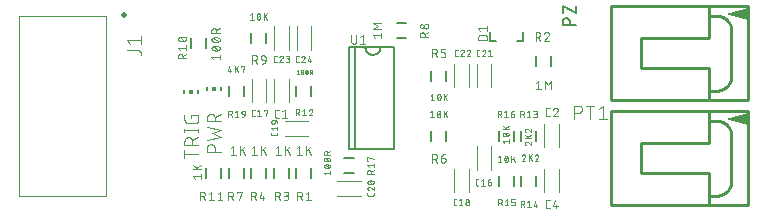
<source format=gbr>
G04 EAGLE Gerber RS-274X export*
G75*
%MOMM*%
%FSLAX34Y34*%
%LPD*%
%INSilkscreen Top*%
%IPPOS*%
%AMOC8*
5,1,8,0,0,1.08239X$1,22.5*%
G01*
%ADD10C,0.152400*%
%ADD11C,0.076200*%
%ADD12C,0.120000*%
%ADD13C,0.101600*%
%ADD14C,0.203200*%
%ADD15C,0.254000*%
%ADD16C,0.500000*%
%ADD17C,0.050800*%
%ADD18R,0.150000X0.300000*%
%ADD19R,0.300000X0.300000*%

G36*
X554092Y161684D02*
X554092Y161684D01*
X554117Y161685D01*
X554156Y161711D01*
X554198Y161729D01*
X554213Y161750D01*
X554234Y161764D01*
X554252Y161807D01*
X554278Y161845D01*
X554284Y161882D01*
X554289Y161894D01*
X554288Y161903D01*
X554291Y161925D01*
X554291Y171450D01*
X554278Y171494D01*
X554275Y171541D01*
X554259Y171561D01*
X554252Y171585D01*
X554217Y171616D01*
X554189Y171653D01*
X554166Y171662D01*
X554147Y171679D01*
X554101Y171686D01*
X554058Y171703D01*
X554020Y171699D01*
X554007Y171701D01*
X553998Y171698D01*
X553977Y171696D01*
X534928Y166934D01*
X534919Y166929D01*
X534910Y166928D01*
X534859Y166894D01*
X534806Y166863D01*
X534801Y166854D01*
X534793Y166849D01*
X534769Y166792D01*
X534741Y166738D01*
X534742Y166728D01*
X534738Y166719D01*
X534747Y166659D01*
X534753Y166597D01*
X534758Y166590D01*
X534760Y166580D01*
X534801Y166534D01*
X534838Y166485D01*
X534847Y166482D01*
X534853Y166474D01*
X534928Y166442D01*
X553977Y161679D01*
X554023Y161681D01*
X554069Y161674D01*
X554092Y161684D01*
G37*
G36*
X554092Y72784D02*
X554092Y72784D01*
X554117Y72785D01*
X554156Y72811D01*
X554198Y72829D01*
X554213Y72850D01*
X554234Y72864D01*
X554252Y72907D01*
X554278Y72945D01*
X554284Y72982D01*
X554289Y72994D01*
X554288Y73003D01*
X554291Y73025D01*
X554291Y82550D01*
X554278Y82594D01*
X554275Y82641D01*
X554259Y82661D01*
X554252Y82685D01*
X554217Y82716D01*
X554189Y82753D01*
X554166Y82762D01*
X554147Y82779D01*
X554101Y82786D01*
X554058Y82803D01*
X554020Y82799D01*
X554007Y82801D01*
X553998Y82798D01*
X553977Y82796D01*
X534928Y78034D01*
X534919Y78029D01*
X534910Y78028D01*
X534859Y77994D01*
X534806Y77963D01*
X534801Y77954D01*
X534793Y77949D01*
X534769Y77892D01*
X534741Y77838D01*
X534742Y77828D01*
X534738Y77819D01*
X534747Y77759D01*
X534753Y77697D01*
X534758Y77690D01*
X534760Y77680D01*
X534801Y77634D01*
X534838Y77585D01*
X534847Y77582D01*
X534853Y77574D01*
X534928Y77542D01*
X553977Y72779D01*
X554023Y72781D01*
X554069Y72774D01*
X554092Y72784D01*
G37*
D10*
X363474Y151384D02*
X363474Y143256D01*
X357886Y143256D01*
X335026Y143256D02*
X335026Y151384D01*
X335026Y143256D02*
X340614Y143256D01*
D11*
X332916Y144852D02*
X325550Y144852D01*
X325550Y146898D01*
X325551Y146898D02*
X325553Y146987D01*
X325559Y147076D01*
X325569Y147165D01*
X325582Y147253D01*
X325599Y147341D01*
X325621Y147428D01*
X325646Y147513D01*
X325674Y147598D01*
X325707Y147681D01*
X325743Y147763D01*
X325782Y147843D01*
X325825Y147921D01*
X325871Y147997D01*
X325921Y148072D01*
X325974Y148144D01*
X326030Y148213D01*
X326089Y148280D01*
X326150Y148345D01*
X326215Y148406D01*
X326282Y148465D01*
X326351Y148521D01*
X326423Y148574D01*
X326498Y148624D01*
X326574Y148670D01*
X326652Y148713D01*
X326732Y148752D01*
X326814Y148788D01*
X326897Y148821D01*
X326982Y148849D01*
X327067Y148874D01*
X327154Y148896D01*
X327242Y148913D01*
X327330Y148926D01*
X327419Y148936D01*
X327508Y148942D01*
X327597Y148944D01*
X330870Y148944D01*
X330959Y148942D01*
X331048Y148936D01*
X331137Y148926D01*
X331225Y148913D01*
X331313Y148896D01*
X331400Y148874D01*
X331485Y148849D01*
X331570Y148821D01*
X331653Y148788D01*
X331735Y148752D01*
X331815Y148713D01*
X331893Y148670D01*
X331969Y148624D01*
X332044Y148574D01*
X332116Y148521D01*
X332185Y148465D01*
X332252Y148406D01*
X332317Y148345D01*
X332378Y148280D01*
X332437Y148213D01*
X332493Y148144D01*
X332546Y148072D01*
X332596Y147997D01*
X332642Y147921D01*
X332685Y147843D01*
X332724Y147763D01*
X332760Y147681D01*
X332793Y147598D01*
X332821Y147513D01*
X332846Y147428D01*
X332868Y147341D01*
X332885Y147253D01*
X332898Y147165D01*
X332908Y147076D01*
X332914Y146987D01*
X332916Y146898D01*
X332916Y144852D01*
X327187Y152411D02*
X325550Y154457D01*
X332916Y154457D01*
X332916Y152411D02*
X332916Y156503D01*
D12*
X165000Y111600D02*
X165000Y91600D01*
X152500Y91600D02*
X152500Y111600D01*
D13*
X154976Y78456D02*
X156556Y78456D01*
X154976Y78456D02*
X154898Y78458D01*
X154821Y78464D01*
X154744Y78473D01*
X154668Y78486D01*
X154592Y78503D01*
X154517Y78524D01*
X154444Y78548D01*
X154371Y78576D01*
X154300Y78608D01*
X154231Y78643D01*
X154164Y78681D01*
X154098Y78722D01*
X154035Y78767D01*
X153974Y78815D01*
X153915Y78865D01*
X153859Y78919D01*
X153805Y78975D01*
X153755Y79034D01*
X153707Y79095D01*
X153662Y79158D01*
X153621Y79224D01*
X153583Y79291D01*
X153548Y79360D01*
X153516Y79431D01*
X153488Y79504D01*
X153464Y79577D01*
X153443Y79652D01*
X153426Y79728D01*
X153413Y79804D01*
X153404Y79881D01*
X153398Y79958D01*
X153396Y80036D01*
X153395Y80036D02*
X153395Y83987D01*
X153396Y83987D02*
X153398Y84065D01*
X153404Y84142D01*
X153413Y84219D01*
X153426Y84295D01*
X153443Y84371D01*
X153464Y84446D01*
X153488Y84519D01*
X153516Y84592D01*
X153548Y84663D01*
X153583Y84732D01*
X153621Y84799D01*
X153662Y84865D01*
X153707Y84928D01*
X153755Y84989D01*
X153805Y85048D01*
X153859Y85104D01*
X153915Y85158D01*
X153974Y85208D01*
X154035Y85256D01*
X154098Y85301D01*
X154164Y85342D01*
X154231Y85380D01*
X154300Y85415D01*
X154371Y85447D01*
X154444Y85475D01*
X154517Y85499D01*
X154592Y85520D01*
X154668Y85537D01*
X154744Y85550D01*
X154821Y85559D01*
X154898Y85565D01*
X154976Y85567D01*
X154976Y85568D02*
X156556Y85568D01*
X159519Y83987D02*
X161494Y85568D01*
X161494Y78456D01*
X159519Y78456D02*
X163470Y78456D01*
D14*
X215950Y52200D02*
X215950Y138300D01*
X220950Y138300D01*
X253950Y138300D01*
X220950Y138300D02*
X220950Y52200D01*
X253950Y52200D01*
X220950Y52200D02*
X215950Y52200D01*
X253950Y52200D02*
X253950Y138300D01*
X242570Y138430D02*
X242568Y138272D01*
X242562Y138113D01*
X242552Y137955D01*
X242538Y137798D01*
X242521Y137640D01*
X242499Y137484D01*
X242474Y137327D01*
X242444Y137172D01*
X242411Y137017D01*
X242374Y136863D01*
X242333Y136710D01*
X242288Y136558D01*
X242239Y136408D01*
X242187Y136258D01*
X242131Y136110D01*
X242071Y135963D01*
X242008Y135818D01*
X241941Y135675D01*
X241871Y135533D01*
X241797Y135393D01*
X241719Y135255D01*
X241638Y135119D01*
X241554Y134985D01*
X241467Y134853D01*
X241376Y134723D01*
X241282Y134596D01*
X241185Y134471D01*
X241084Y134348D01*
X240981Y134228D01*
X240875Y134111D01*
X240766Y133996D01*
X240654Y133884D01*
X240539Y133775D01*
X240422Y133669D01*
X240302Y133566D01*
X240179Y133465D01*
X240054Y133368D01*
X239927Y133274D01*
X239797Y133183D01*
X239665Y133096D01*
X239531Y133012D01*
X239395Y132931D01*
X239257Y132853D01*
X239117Y132779D01*
X238975Y132709D01*
X238832Y132642D01*
X238687Y132579D01*
X238540Y132519D01*
X238392Y132463D01*
X238242Y132411D01*
X238092Y132362D01*
X237940Y132317D01*
X237787Y132276D01*
X237633Y132239D01*
X237478Y132206D01*
X237323Y132176D01*
X237166Y132151D01*
X237010Y132129D01*
X236852Y132112D01*
X236695Y132098D01*
X236537Y132088D01*
X236378Y132082D01*
X236220Y132080D01*
X236062Y132082D01*
X235903Y132088D01*
X235745Y132098D01*
X235588Y132112D01*
X235430Y132129D01*
X235274Y132151D01*
X235117Y132176D01*
X234962Y132206D01*
X234807Y132239D01*
X234653Y132276D01*
X234500Y132317D01*
X234348Y132362D01*
X234198Y132411D01*
X234048Y132463D01*
X233900Y132519D01*
X233753Y132579D01*
X233608Y132642D01*
X233465Y132709D01*
X233323Y132779D01*
X233183Y132853D01*
X233045Y132931D01*
X232909Y133012D01*
X232775Y133096D01*
X232643Y133183D01*
X232513Y133274D01*
X232386Y133368D01*
X232261Y133465D01*
X232138Y133566D01*
X232018Y133669D01*
X231901Y133775D01*
X231786Y133884D01*
X231674Y133996D01*
X231565Y134111D01*
X231459Y134228D01*
X231356Y134348D01*
X231255Y134471D01*
X231158Y134596D01*
X231064Y134723D01*
X230973Y134853D01*
X230886Y134985D01*
X230802Y135119D01*
X230721Y135255D01*
X230643Y135393D01*
X230569Y135533D01*
X230499Y135675D01*
X230432Y135818D01*
X230369Y135963D01*
X230309Y136110D01*
X230253Y136258D01*
X230201Y136408D01*
X230152Y136558D01*
X230107Y136710D01*
X230066Y136863D01*
X230029Y137017D01*
X229996Y137172D01*
X229966Y137327D01*
X229941Y137484D01*
X229919Y137640D01*
X229902Y137798D01*
X229888Y137955D01*
X229878Y138113D01*
X229872Y138272D01*
X229870Y138430D01*
D11*
X217871Y143395D02*
X217871Y148715D01*
X217871Y143395D02*
X217873Y143306D01*
X217879Y143217D01*
X217889Y143128D01*
X217902Y143040D01*
X217919Y142952D01*
X217941Y142865D01*
X217966Y142780D01*
X217994Y142695D01*
X218027Y142612D01*
X218063Y142530D01*
X218102Y142450D01*
X218145Y142372D01*
X218191Y142296D01*
X218241Y142221D01*
X218294Y142149D01*
X218350Y142080D01*
X218409Y142013D01*
X218470Y141948D01*
X218535Y141887D01*
X218602Y141828D01*
X218671Y141772D01*
X218743Y141719D01*
X218818Y141669D01*
X218894Y141623D01*
X218972Y141580D01*
X219052Y141541D01*
X219134Y141505D01*
X219217Y141472D01*
X219302Y141444D01*
X219387Y141419D01*
X219474Y141397D01*
X219562Y141380D01*
X219650Y141367D01*
X219739Y141357D01*
X219828Y141351D01*
X219917Y141349D01*
X220006Y141351D01*
X220095Y141357D01*
X220184Y141367D01*
X220272Y141380D01*
X220360Y141397D01*
X220447Y141419D01*
X220532Y141444D01*
X220617Y141472D01*
X220700Y141505D01*
X220782Y141541D01*
X220862Y141580D01*
X220940Y141623D01*
X221016Y141669D01*
X221091Y141719D01*
X221163Y141772D01*
X221232Y141828D01*
X221299Y141887D01*
X221364Y141948D01*
X221425Y142013D01*
X221484Y142080D01*
X221540Y142149D01*
X221593Y142221D01*
X221643Y142296D01*
X221689Y142372D01*
X221732Y142450D01*
X221771Y142530D01*
X221807Y142612D01*
X221840Y142695D01*
X221868Y142780D01*
X221893Y142865D01*
X221915Y142952D01*
X221932Y143040D01*
X221945Y143128D01*
X221955Y143217D01*
X221961Y143306D01*
X221963Y143395D01*
X221963Y148715D01*
X225430Y147078D02*
X227476Y148715D01*
X227476Y141349D01*
X225430Y141349D02*
X229522Y141349D01*
D15*
X554038Y84138D02*
X554038Y4762D01*
X520700Y57150D02*
X463550Y57150D01*
X463550Y31750D01*
X520700Y31750D01*
X520700Y84138D02*
X554038Y84138D01*
X520700Y84138D02*
X520700Y76200D01*
X520700Y57150D01*
X520700Y31750D02*
X520700Y12700D01*
X520700Y4762D01*
X554038Y4762D01*
X527050Y76200D02*
X520700Y76200D01*
X527050Y76200D02*
X527357Y76196D01*
X527664Y76185D01*
X527970Y76167D01*
X528276Y76141D01*
X528581Y76107D01*
X528885Y76067D01*
X529188Y76019D01*
X529490Y75963D01*
X529790Y75901D01*
X530089Y75831D01*
X530386Y75754D01*
X530682Y75670D01*
X530975Y75578D01*
X531265Y75480D01*
X531553Y75375D01*
X531839Y75262D01*
X532122Y75143D01*
X532402Y75017D01*
X532679Y74885D01*
X532952Y74745D01*
X533222Y74599D01*
X533488Y74447D01*
X533751Y74288D01*
X534010Y74123D01*
X534264Y73952D01*
X534515Y73775D01*
X534761Y73591D01*
X535003Y73402D01*
X535239Y73207D01*
X535472Y73006D01*
X535699Y72800D01*
X535921Y72588D01*
X536138Y72371D01*
X536350Y72149D01*
X536556Y71922D01*
X536757Y71689D01*
X536952Y71453D01*
X537141Y71211D01*
X537325Y70965D01*
X537502Y70714D01*
X537673Y70460D01*
X537838Y70201D01*
X537997Y69938D01*
X538149Y69672D01*
X538295Y69402D01*
X538435Y69129D01*
X538567Y68852D01*
X538693Y68572D01*
X538812Y68289D01*
X538925Y68003D01*
X539030Y67715D01*
X539128Y67425D01*
X539220Y67132D01*
X539304Y66836D01*
X539381Y66539D01*
X539451Y66240D01*
X539513Y65940D01*
X539569Y65638D01*
X539617Y65335D01*
X539657Y65031D01*
X539691Y64726D01*
X539717Y64420D01*
X539735Y64114D01*
X539746Y63807D01*
X539750Y63500D01*
X539750Y25400D01*
X539746Y25093D01*
X539735Y24786D01*
X539717Y24480D01*
X539691Y24174D01*
X539657Y23869D01*
X539617Y23565D01*
X539569Y23262D01*
X539513Y22960D01*
X539451Y22660D01*
X539381Y22361D01*
X539304Y22064D01*
X539220Y21768D01*
X539128Y21475D01*
X539030Y21185D01*
X538925Y20897D01*
X538812Y20611D01*
X538693Y20328D01*
X538567Y20048D01*
X538435Y19771D01*
X538295Y19498D01*
X538149Y19228D01*
X537997Y18962D01*
X537838Y18699D01*
X537673Y18440D01*
X537502Y18186D01*
X537325Y17935D01*
X537141Y17689D01*
X536952Y17447D01*
X536757Y17211D01*
X536556Y16978D01*
X536350Y16751D01*
X536138Y16529D01*
X535921Y16312D01*
X535699Y16100D01*
X535472Y15894D01*
X535239Y15693D01*
X535003Y15498D01*
X534761Y15309D01*
X534515Y15125D01*
X534264Y14948D01*
X534010Y14777D01*
X533751Y14612D01*
X533488Y14453D01*
X533222Y14301D01*
X532952Y14155D01*
X532679Y14015D01*
X532402Y13883D01*
X532122Y13757D01*
X531839Y13638D01*
X531553Y13525D01*
X531265Y13420D01*
X530975Y13322D01*
X530682Y13230D01*
X530386Y13146D01*
X530089Y13069D01*
X529790Y12999D01*
X529490Y12937D01*
X529188Y12881D01*
X528885Y12833D01*
X528581Y12793D01*
X528276Y12759D01*
X527970Y12733D01*
X527664Y12715D01*
X527357Y12704D01*
X527050Y12700D01*
X520700Y12700D01*
X520700Y84138D02*
X438150Y84138D01*
X438150Y4762D01*
X520700Y4762D01*
D13*
X406785Y77348D02*
X406785Y89032D01*
X410031Y89032D01*
X410144Y89030D01*
X410257Y89024D01*
X410370Y89014D01*
X410483Y89000D01*
X410595Y88983D01*
X410706Y88961D01*
X410816Y88936D01*
X410926Y88906D01*
X411034Y88873D01*
X411141Y88836D01*
X411247Y88796D01*
X411351Y88751D01*
X411454Y88703D01*
X411555Y88652D01*
X411654Y88597D01*
X411751Y88539D01*
X411846Y88477D01*
X411939Y88412D01*
X412029Y88344D01*
X412117Y88273D01*
X412203Y88198D01*
X412286Y88121D01*
X412366Y88041D01*
X412443Y87958D01*
X412518Y87872D01*
X412589Y87784D01*
X412657Y87694D01*
X412722Y87601D01*
X412784Y87506D01*
X412842Y87409D01*
X412897Y87310D01*
X412948Y87209D01*
X412996Y87106D01*
X413041Y87002D01*
X413081Y86896D01*
X413118Y86789D01*
X413151Y86681D01*
X413181Y86571D01*
X413206Y86461D01*
X413228Y86350D01*
X413245Y86238D01*
X413259Y86125D01*
X413269Y86012D01*
X413275Y85899D01*
X413277Y85786D01*
X413275Y85673D01*
X413269Y85560D01*
X413259Y85447D01*
X413245Y85334D01*
X413228Y85222D01*
X413206Y85111D01*
X413181Y85001D01*
X413151Y84891D01*
X413118Y84783D01*
X413081Y84676D01*
X413041Y84570D01*
X412996Y84466D01*
X412948Y84363D01*
X412897Y84262D01*
X412842Y84163D01*
X412784Y84066D01*
X412722Y83971D01*
X412657Y83878D01*
X412589Y83788D01*
X412518Y83700D01*
X412443Y83614D01*
X412366Y83531D01*
X412286Y83451D01*
X412203Y83374D01*
X412117Y83299D01*
X412029Y83228D01*
X411939Y83160D01*
X411846Y83095D01*
X411751Y83033D01*
X411654Y82975D01*
X411555Y82920D01*
X411454Y82869D01*
X411351Y82821D01*
X411247Y82776D01*
X411141Y82736D01*
X411034Y82699D01*
X410926Y82666D01*
X410816Y82636D01*
X410706Y82611D01*
X410595Y82589D01*
X410483Y82572D01*
X410370Y82558D01*
X410257Y82548D01*
X410144Y82542D01*
X410031Y82540D01*
X410031Y82541D02*
X406785Y82541D01*
X420149Y77348D02*
X420149Y89032D01*
X423394Y89032D02*
X416903Y89032D01*
X427571Y86435D02*
X430817Y89032D01*
X430817Y77348D01*
X434062Y77348D02*
X427571Y77348D01*
D12*
X393600Y73500D02*
X393600Y53500D01*
X381100Y53500D02*
X381100Y73500D01*
D13*
X384316Y79995D02*
X385896Y79995D01*
X384316Y79996D02*
X384238Y79998D01*
X384161Y80004D01*
X384084Y80013D01*
X384008Y80026D01*
X383932Y80043D01*
X383857Y80064D01*
X383784Y80088D01*
X383711Y80116D01*
X383640Y80148D01*
X383571Y80183D01*
X383504Y80221D01*
X383438Y80262D01*
X383375Y80307D01*
X383314Y80355D01*
X383255Y80405D01*
X383199Y80459D01*
X383145Y80515D01*
X383095Y80574D01*
X383047Y80635D01*
X383002Y80698D01*
X382961Y80764D01*
X382923Y80831D01*
X382888Y80900D01*
X382856Y80971D01*
X382828Y81044D01*
X382804Y81117D01*
X382783Y81192D01*
X382766Y81268D01*
X382753Y81344D01*
X382744Y81421D01*
X382738Y81498D01*
X382736Y81576D01*
X382735Y81576D02*
X382735Y85527D01*
X382736Y85527D02*
X382738Y85605D01*
X382744Y85682D01*
X382753Y85759D01*
X382766Y85835D01*
X382783Y85911D01*
X382804Y85986D01*
X382828Y86059D01*
X382856Y86132D01*
X382888Y86203D01*
X382923Y86272D01*
X382961Y86339D01*
X383002Y86405D01*
X383047Y86468D01*
X383095Y86529D01*
X383145Y86588D01*
X383199Y86644D01*
X383255Y86698D01*
X383314Y86748D01*
X383375Y86796D01*
X383438Y86841D01*
X383504Y86882D01*
X383571Y86920D01*
X383640Y86955D01*
X383711Y86987D01*
X383784Y87015D01*
X383857Y87039D01*
X383932Y87060D01*
X384008Y87077D01*
X384084Y87090D01*
X384161Y87099D01*
X384238Y87105D01*
X384316Y87107D01*
X385896Y87107D01*
X391032Y87107D02*
X391114Y87105D01*
X391196Y87099D01*
X391278Y87090D01*
X391359Y87077D01*
X391439Y87060D01*
X391519Y87039D01*
X391597Y87015D01*
X391674Y86987D01*
X391750Y86956D01*
X391825Y86921D01*
X391897Y86882D01*
X391968Y86841D01*
X392037Y86796D01*
X392103Y86748D01*
X392168Y86697D01*
X392230Y86643D01*
X392289Y86586D01*
X392346Y86527D01*
X392400Y86465D01*
X392451Y86400D01*
X392499Y86334D01*
X392544Y86265D01*
X392585Y86194D01*
X392624Y86122D01*
X392659Y86047D01*
X392690Y85971D01*
X392718Y85894D01*
X392742Y85816D01*
X392763Y85736D01*
X392780Y85656D01*
X392793Y85575D01*
X392802Y85493D01*
X392808Y85411D01*
X392810Y85329D01*
X391032Y87107D02*
X390939Y87105D01*
X390847Y87099D01*
X390755Y87090D01*
X390663Y87077D01*
X390572Y87060D01*
X390482Y87040D01*
X390392Y87016D01*
X390304Y86988D01*
X390216Y86956D01*
X390131Y86922D01*
X390046Y86883D01*
X389964Y86842D01*
X389883Y86797D01*
X389803Y86748D01*
X389726Y86697D01*
X389651Y86643D01*
X389579Y86585D01*
X389509Y86525D01*
X389441Y86461D01*
X389376Y86396D01*
X389313Y86327D01*
X389254Y86256D01*
X389197Y86183D01*
X389143Y86107D01*
X389093Y86030D01*
X389045Y85950D01*
X389001Y85869D01*
X388961Y85785D01*
X388923Y85701D01*
X388889Y85614D01*
X388859Y85527D01*
X392217Y83946D02*
X392278Y84007D01*
X392336Y84070D01*
X392391Y84136D01*
X392444Y84204D01*
X392493Y84275D01*
X392538Y84347D01*
X392581Y84422D01*
X392620Y84498D01*
X392656Y84577D01*
X392688Y84656D01*
X392716Y84737D01*
X392741Y84820D01*
X392762Y84903D01*
X392779Y84987D01*
X392793Y85072D01*
X392802Y85157D01*
X392808Y85243D01*
X392810Y85329D01*
X392217Y83946D02*
X388859Y79995D01*
X392810Y79995D01*
D12*
X393600Y35400D02*
X393600Y15400D01*
X381100Y15400D02*
X381100Y35400D01*
D13*
X384322Y2017D02*
X385903Y2017D01*
X384322Y2018D02*
X384244Y2020D01*
X384167Y2026D01*
X384090Y2035D01*
X384014Y2048D01*
X383938Y2065D01*
X383863Y2086D01*
X383790Y2110D01*
X383717Y2138D01*
X383646Y2170D01*
X383577Y2205D01*
X383510Y2243D01*
X383444Y2284D01*
X383381Y2329D01*
X383320Y2377D01*
X383261Y2427D01*
X383205Y2481D01*
X383151Y2537D01*
X383101Y2596D01*
X383053Y2657D01*
X383008Y2720D01*
X382967Y2786D01*
X382929Y2853D01*
X382894Y2922D01*
X382862Y2993D01*
X382834Y3066D01*
X382810Y3139D01*
X382789Y3214D01*
X382772Y3290D01*
X382759Y3366D01*
X382750Y3443D01*
X382744Y3520D01*
X382742Y3598D01*
X382742Y7549D01*
X382743Y7549D02*
X382745Y7627D01*
X382751Y7704D01*
X382760Y7781D01*
X382773Y7857D01*
X382790Y7933D01*
X382811Y8008D01*
X382835Y8081D01*
X382863Y8154D01*
X382895Y8225D01*
X382930Y8294D01*
X382968Y8361D01*
X383009Y8427D01*
X383054Y8490D01*
X383102Y8551D01*
X383152Y8610D01*
X383206Y8666D01*
X383262Y8720D01*
X383321Y8770D01*
X383382Y8818D01*
X383445Y8863D01*
X383511Y8904D01*
X383578Y8942D01*
X383647Y8977D01*
X383718Y9009D01*
X383791Y9037D01*
X383864Y9061D01*
X383939Y9082D01*
X384015Y9099D01*
X384091Y9112D01*
X384168Y9121D01*
X384245Y9127D01*
X384323Y9129D01*
X384322Y9129D02*
X385903Y9129D01*
X390446Y9129D02*
X388865Y3598D01*
X392816Y3598D01*
X391631Y5178D02*
X391631Y2017D01*
D12*
X336450Y34450D02*
X336450Y54450D01*
X323950Y54450D02*
X323950Y34450D01*
D11*
X324415Y21305D02*
X325601Y21305D01*
X324415Y21305D02*
X324349Y21307D01*
X324282Y21312D01*
X324217Y21322D01*
X324151Y21335D01*
X324087Y21351D01*
X324024Y21371D01*
X323962Y21395D01*
X323901Y21422D01*
X323842Y21453D01*
X323785Y21487D01*
X323729Y21524D01*
X323676Y21564D01*
X323625Y21606D01*
X323577Y21652D01*
X323531Y21700D01*
X323489Y21751D01*
X323449Y21804D01*
X323412Y21860D01*
X323378Y21917D01*
X323347Y21976D01*
X323320Y22037D01*
X323296Y22099D01*
X323276Y22162D01*
X323260Y22226D01*
X323247Y22292D01*
X323237Y22357D01*
X323232Y22424D01*
X323230Y22490D01*
X323230Y25454D01*
X323232Y25520D01*
X323237Y25587D01*
X323247Y25652D01*
X323260Y25718D01*
X323276Y25782D01*
X323296Y25845D01*
X323320Y25907D01*
X323347Y25968D01*
X323378Y26027D01*
X323412Y26084D01*
X323449Y26140D01*
X323489Y26193D01*
X323531Y26244D01*
X323577Y26292D01*
X323625Y26338D01*
X323676Y26380D01*
X323729Y26420D01*
X323785Y26457D01*
X323842Y26491D01*
X323901Y26522D01*
X323961Y26549D01*
X324024Y26572D01*
X324087Y26593D01*
X324151Y26609D01*
X324216Y26622D01*
X324282Y26632D01*
X324349Y26637D01*
X324415Y26639D01*
X325601Y26639D01*
X327822Y25454D02*
X329304Y26639D01*
X329304Y21305D01*
X327822Y21305D02*
X330786Y21305D01*
X333309Y24268D02*
X335087Y24268D01*
X335153Y24266D01*
X335220Y24261D01*
X335285Y24251D01*
X335351Y24238D01*
X335415Y24222D01*
X335478Y24202D01*
X335540Y24178D01*
X335601Y24151D01*
X335660Y24120D01*
X335717Y24086D01*
X335773Y24049D01*
X335826Y24009D01*
X335877Y23967D01*
X335925Y23921D01*
X335971Y23873D01*
X336013Y23822D01*
X336053Y23769D01*
X336090Y23713D01*
X336124Y23656D01*
X336155Y23597D01*
X336182Y23536D01*
X336206Y23474D01*
X336226Y23411D01*
X336242Y23347D01*
X336255Y23281D01*
X336265Y23216D01*
X336270Y23149D01*
X336272Y23083D01*
X336272Y22787D01*
X336270Y22711D01*
X336264Y22635D01*
X336254Y22559D01*
X336241Y22484D01*
X336223Y22410D01*
X336202Y22336D01*
X336177Y22264D01*
X336148Y22194D01*
X336116Y22124D01*
X336080Y22057D01*
X336040Y21992D01*
X335998Y21928D01*
X335952Y21867D01*
X335903Y21809D01*
X335851Y21753D01*
X335797Y21699D01*
X335739Y21649D01*
X335680Y21602D01*
X335617Y21557D01*
X335553Y21516D01*
X335487Y21479D01*
X335418Y21445D01*
X335348Y21414D01*
X335277Y21387D01*
X335204Y21364D01*
X335130Y21345D01*
X335056Y21329D01*
X334980Y21317D01*
X334904Y21309D01*
X334828Y21305D01*
X334752Y21305D01*
X334676Y21309D01*
X334600Y21317D01*
X334524Y21329D01*
X334450Y21345D01*
X334376Y21364D01*
X334303Y21387D01*
X334232Y21414D01*
X334162Y21445D01*
X334093Y21479D01*
X334027Y21516D01*
X333963Y21557D01*
X333900Y21602D01*
X333841Y21649D01*
X333783Y21699D01*
X333729Y21753D01*
X333677Y21809D01*
X333628Y21867D01*
X333582Y21928D01*
X333540Y21992D01*
X333500Y22057D01*
X333464Y22124D01*
X333432Y22194D01*
X333403Y22264D01*
X333378Y22336D01*
X333357Y22410D01*
X333339Y22484D01*
X333326Y22559D01*
X333316Y22635D01*
X333310Y22711D01*
X333308Y22787D01*
X333309Y22787D02*
X333309Y24268D01*
X333308Y24268D02*
X333310Y24363D01*
X333316Y24459D01*
X333325Y24554D01*
X333339Y24648D01*
X333356Y24742D01*
X333377Y24835D01*
X333402Y24928D01*
X333430Y25019D01*
X333462Y25109D01*
X333498Y25197D01*
X333537Y25284D01*
X333580Y25370D01*
X333626Y25453D01*
X333675Y25535D01*
X333728Y25615D01*
X333784Y25692D01*
X333842Y25768D01*
X333904Y25840D01*
X333969Y25910D01*
X334037Y25978D01*
X334107Y26043D01*
X334179Y26105D01*
X334255Y26163D01*
X334332Y26219D01*
X334412Y26272D01*
X334493Y26321D01*
X334577Y26367D01*
X334663Y26410D01*
X334750Y26449D01*
X334838Y26485D01*
X334928Y26517D01*
X335019Y26545D01*
X335112Y26570D01*
X335205Y26591D01*
X335299Y26608D01*
X335393Y26622D01*
X335488Y26631D01*
X335583Y26637D01*
X335679Y26639D01*
D12*
X145950Y91600D02*
X145950Y111600D01*
X133450Y111600D02*
X133450Y91600D01*
D11*
X135058Y80039D02*
X136243Y80039D01*
X135058Y80039D02*
X134992Y80041D01*
X134925Y80046D01*
X134860Y80056D01*
X134794Y80069D01*
X134730Y80085D01*
X134667Y80105D01*
X134605Y80129D01*
X134544Y80156D01*
X134485Y80187D01*
X134428Y80221D01*
X134372Y80258D01*
X134319Y80298D01*
X134268Y80340D01*
X134220Y80386D01*
X134174Y80434D01*
X134132Y80485D01*
X134092Y80538D01*
X134055Y80594D01*
X134021Y80651D01*
X133990Y80710D01*
X133963Y80771D01*
X133939Y80833D01*
X133919Y80896D01*
X133903Y80960D01*
X133890Y81026D01*
X133880Y81091D01*
X133875Y81158D01*
X133873Y81224D01*
X133872Y81224D02*
X133872Y84187D01*
X133873Y84187D02*
X133875Y84253D01*
X133880Y84320D01*
X133890Y84385D01*
X133903Y84451D01*
X133919Y84515D01*
X133939Y84578D01*
X133963Y84640D01*
X133990Y84701D01*
X134021Y84760D01*
X134055Y84817D01*
X134092Y84873D01*
X134132Y84926D01*
X134174Y84977D01*
X134220Y85025D01*
X134268Y85071D01*
X134319Y85113D01*
X134372Y85153D01*
X134428Y85190D01*
X134485Y85224D01*
X134544Y85255D01*
X134604Y85282D01*
X134667Y85305D01*
X134730Y85326D01*
X134794Y85342D01*
X134859Y85355D01*
X134925Y85365D01*
X134992Y85370D01*
X135058Y85372D01*
X135058Y85373D02*
X136243Y85373D01*
X138465Y84187D02*
X139946Y85373D01*
X139946Y80039D01*
X138465Y80039D02*
X141428Y80039D01*
X143951Y84780D02*
X143951Y85373D01*
X146914Y85373D01*
X145433Y80039D01*
D12*
X317400Y35400D02*
X317400Y15400D01*
X304900Y15400D02*
X304900Y35400D01*
D11*
X305717Y4512D02*
X306903Y4512D01*
X305717Y4512D02*
X305651Y4514D01*
X305584Y4519D01*
X305519Y4529D01*
X305453Y4542D01*
X305389Y4558D01*
X305326Y4578D01*
X305264Y4602D01*
X305203Y4629D01*
X305144Y4660D01*
X305087Y4694D01*
X305031Y4731D01*
X304978Y4771D01*
X304927Y4813D01*
X304879Y4859D01*
X304833Y4907D01*
X304791Y4958D01*
X304751Y5011D01*
X304714Y5067D01*
X304680Y5124D01*
X304649Y5183D01*
X304622Y5244D01*
X304598Y5306D01*
X304578Y5369D01*
X304562Y5433D01*
X304549Y5499D01*
X304539Y5564D01*
X304534Y5631D01*
X304532Y5697D01*
X304532Y8661D01*
X304534Y8727D01*
X304539Y8794D01*
X304549Y8859D01*
X304562Y8925D01*
X304578Y8989D01*
X304598Y9052D01*
X304622Y9114D01*
X304649Y9175D01*
X304680Y9234D01*
X304714Y9291D01*
X304751Y9347D01*
X304791Y9400D01*
X304833Y9451D01*
X304879Y9499D01*
X304927Y9545D01*
X304978Y9587D01*
X305031Y9627D01*
X305087Y9664D01*
X305144Y9698D01*
X305203Y9729D01*
X305263Y9756D01*
X305326Y9779D01*
X305389Y9800D01*
X305453Y9816D01*
X305518Y9829D01*
X305584Y9839D01*
X305651Y9844D01*
X305717Y9846D01*
X306903Y9846D01*
X309125Y8661D02*
X310606Y9846D01*
X310606Y4512D01*
X309125Y4512D02*
X312088Y4512D01*
X314611Y5994D02*
X314613Y6070D01*
X314619Y6146D01*
X314629Y6222D01*
X314642Y6297D01*
X314660Y6371D01*
X314681Y6445D01*
X314706Y6517D01*
X314735Y6587D01*
X314767Y6657D01*
X314803Y6724D01*
X314843Y6789D01*
X314885Y6853D01*
X314931Y6914D01*
X314980Y6972D01*
X315032Y7028D01*
X315086Y7082D01*
X315144Y7132D01*
X315203Y7179D01*
X315266Y7224D01*
X315330Y7265D01*
X315396Y7302D01*
X315465Y7336D01*
X315535Y7367D01*
X315606Y7394D01*
X315679Y7417D01*
X315753Y7436D01*
X315827Y7452D01*
X315903Y7464D01*
X315979Y7472D01*
X316055Y7476D01*
X316131Y7476D01*
X316207Y7472D01*
X316283Y7464D01*
X316359Y7452D01*
X316433Y7436D01*
X316507Y7417D01*
X316580Y7394D01*
X316651Y7367D01*
X316721Y7336D01*
X316790Y7302D01*
X316856Y7265D01*
X316920Y7224D01*
X316983Y7179D01*
X317042Y7132D01*
X317100Y7082D01*
X317154Y7028D01*
X317206Y6972D01*
X317255Y6914D01*
X317301Y6853D01*
X317343Y6789D01*
X317383Y6724D01*
X317419Y6657D01*
X317451Y6587D01*
X317480Y6517D01*
X317505Y6445D01*
X317526Y6371D01*
X317544Y6297D01*
X317557Y6222D01*
X317567Y6146D01*
X317573Y6070D01*
X317575Y5994D01*
X317573Y5918D01*
X317567Y5842D01*
X317557Y5766D01*
X317544Y5691D01*
X317526Y5617D01*
X317505Y5543D01*
X317480Y5471D01*
X317451Y5401D01*
X317419Y5331D01*
X317383Y5264D01*
X317343Y5199D01*
X317301Y5135D01*
X317255Y5074D01*
X317206Y5016D01*
X317154Y4960D01*
X317100Y4906D01*
X317042Y4856D01*
X316983Y4809D01*
X316920Y4764D01*
X316856Y4723D01*
X316790Y4686D01*
X316721Y4652D01*
X316651Y4621D01*
X316580Y4594D01*
X316507Y4571D01*
X316433Y4552D01*
X316359Y4536D01*
X316283Y4524D01*
X316207Y4516D01*
X316131Y4512D01*
X316055Y4512D01*
X315979Y4516D01*
X315903Y4524D01*
X315827Y4536D01*
X315753Y4552D01*
X315679Y4571D01*
X315606Y4594D01*
X315535Y4621D01*
X315465Y4652D01*
X315396Y4686D01*
X315330Y4723D01*
X315266Y4764D01*
X315203Y4809D01*
X315144Y4856D01*
X315086Y4906D01*
X315032Y4960D01*
X314980Y5016D01*
X314931Y5074D01*
X314885Y5135D01*
X314843Y5199D01*
X314803Y5264D01*
X314767Y5331D01*
X314735Y5401D01*
X314706Y5471D01*
X314681Y5543D01*
X314660Y5617D01*
X314642Y5691D01*
X314629Y5766D01*
X314619Y5842D01*
X314613Y5918D01*
X314611Y5994D01*
X314908Y8661D02*
X314910Y8729D01*
X314916Y8796D01*
X314925Y8863D01*
X314939Y8929D01*
X314956Y8995D01*
X314977Y9059D01*
X315001Y9122D01*
X315030Y9184D01*
X315061Y9244D01*
X315096Y9302D01*
X315134Y9358D01*
X315176Y9411D01*
X315220Y9462D01*
X315267Y9511D01*
X315317Y9557D01*
X315369Y9599D01*
X315424Y9639D01*
X315481Y9676D01*
X315540Y9709D01*
X315601Y9739D01*
X315663Y9765D01*
X315727Y9788D01*
X315792Y9807D01*
X315858Y9822D01*
X315924Y9834D01*
X315992Y9842D01*
X316059Y9846D01*
X316127Y9846D01*
X316194Y9842D01*
X316262Y9834D01*
X316328Y9822D01*
X316394Y9807D01*
X316459Y9788D01*
X316523Y9765D01*
X316585Y9739D01*
X316646Y9709D01*
X316705Y9676D01*
X316762Y9639D01*
X316817Y9599D01*
X316869Y9557D01*
X316919Y9511D01*
X316966Y9462D01*
X317010Y9411D01*
X317052Y9358D01*
X317090Y9302D01*
X317125Y9244D01*
X317156Y9184D01*
X317185Y9122D01*
X317209Y9059D01*
X317230Y8995D01*
X317247Y8929D01*
X317261Y8863D01*
X317270Y8796D01*
X317276Y8729D01*
X317278Y8661D01*
X317276Y8593D01*
X317270Y8526D01*
X317261Y8459D01*
X317247Y8393D01*
X317230Y8327D01*
X317209Y8263D01*
X317185Y8200D01*
X317156Y8138D01*
X317125Y8078D01*
X317090Y8020D01*
X317052Y7964D01*
X317010Y7911D01*
X316966Y7860D01*
X316919Y7811D01*
X316869Y7765D01*
X316817Y7723D01*
X316762Y7683D01*
X316705Y7646D01*
X316646Y7613D01*
X316585Y7583D01*
X316523Y7557D01*
X316459Y7534D01*
X316394Y7515D01*
X316328Y7500D01*
X316262Y7488D01*
X316194Y7480D01*
X316127Y7476D01*
X316059Y7476D01*
X315992Y7480D01*
X315924Y7488D01*
X315858Y7500D01*
X315792Y7515D01*
X315727Y7534D01*
X315663Y7557D01*
X315601Y7583D01*
X315540Y7613D01*
X315481Y7646D01*
X315424Y7683D01*
X315369Y7723D01*
X315317Y7765D01*
X315267Y7811D01*
X315220Y7860D01*
X315176Y7911D01*
X315134Y7964D01*
X315096Y8020D01*
X315061Y8078D01*
X315030Y8138D01*
X315001Y8200D01*
X314977Y8263D01*
X314956Y8327D01*
X314939Y8393D01*
X314925Y8459D01*
X314916Y8526D01*
X314910Y8593D01*
X314908Y8661D01*
D12*
X181450Y63600D02*
X161450Y63600D01*
X161450Y76100D02*
X181450Y76100D01*
D11*
X155413Y66017D02*
X155413Y64832D01*
X155412Y64832D02*
X155410Y64766D01*
X155405Y64699D01*
X155395Y64634D01*
X155382Y64568D01*
X155366Y64504D01*
X155346Y64441D01*
X155322Y64379D01*
X155295Y64318D01*
X155264Y64259D01*
X155230Y64202D01*
X155193Y64146D01*
X155153Y64093D01*
X155111Y64042D01*
X155065Y63994D01*
X155017Y63948D01*
X154966Y63906D01*
X154913Y63866D01*
X154857Y63829D01*
X154800Y63795D01*
X154741Y63764D01*
X154680Y63737D01*
X154618Y63713D01*
X154555Y63693D01*
X154491Y63677D01*
X154425Y63664D01*
X154360Y63654D01*
X154293Y63649D01*
X154227Y63647D01*
X154227Y63646D02*
X151264Y63646D01*
X151264Y63647D02*
X151198Y63649D01*
X151131Y63654D01*
X151066Y63664D01*
X151000Y63677D01*
X150936Y63693D01*
X150873Y63713D01*
X150811Y63737D01*
X150750Y63764D01*
X150691Y63795D01*
X150634Y63829D01*
X150578Y63866D01*
X150525Y63906D01*
X150474Y63948D01*
X150426Y63994D01*
X150380Y64042D01*
X150338Y64093D01*
X150298Y64146D01*
X150261Y64202D01*
X150227Y64259D01*
X150196Y64318D01*
X150169Y64378D01*
X150146Y64441D01*
X150125Y64504D01*
X150109Y64568D01*
X150096Y64633D01*
X150086Y64699D01*
X150081Y64765D01*
X150079Y64832D01*
X150079Y66017D01*
X151264Y68239D02*
X150079Y69721D01*
X155413Y69721D01*
X155413Y71202D02*
X155413Y68239D01*
X153042Y74911D02*
X153042Y76689D01*
X153042Y74911D02*
X153040Y74845D01*
X153035Y74778D01*
X153025Y74713D01*
X153012Y74647D01*
X152996Y74583D01*
X152976Y74520D01*
X152952Y74458D01*
X152925Y74397D01*
X152894Y74338D01*
X152860Y74281D01*
X152823Y74225D01*
X152783Y74172D01*
X152741Y74121D01*
X152695Y74073D01*
X152647Y74027D01*
X152596Y73985D01*
X152543Y73945D01*
X152487Y73908D01*
X152430Y73874D01*
X152371Y73843D01*
X152310Y73816D01*
X152248Y73792D01*
X152185Y73772D01*
X152121Y73756D01*
X152055Y73743D01*
X151990Y73733D01*
X151923Y73728D01*
X151857Y73726D01*
X151857Y73725D02*
X151560Y73725D01*
X151484Y73727D01*
X151408Y73733D01*
X151332Y73743D01*
X151257Y73756D01*
X151183Y73774D01*
X151109Y73795D01*
X151037Y73820D01*
X150967Y73849D01*
X150897Y73881D01*
X150830Y73917D01*
X150765Y73957D01*
X150701Y73999D01*
X150640Y74045D01*
X150582Y74094D01*
X150526Y74146D01*
X150472Y74200D01*
X150422Y74258D01*
X150375Y74317D01*
X150330Y74380D01*
X150289Y74444D01*
X150252Y74510D01*
X150218Y74579D01*
X150187Y74649D01*
X150160Y74720D01*
X150137Y74793D01*
X150118Y74867D01*
X150102Y74941D01*
X150090Y75017D01*
X150082Y75093D01*
X150078Y75169D01*
X150078Y75245D01*
X150082Y75321D01*
X150090Y75397D01*
X150102Y75473D01*
X150118Y75547D01*
X150137Y75621D01*
X150160Y75694D01*
X150187Y75765D01*
X150218Y75835D01*
X150252Y75904D01*
X150289Y75970D01*
X150330Y76034D01*
X150375Y76097D01*
X150422Y76156D01*
X150472Y76214D01*
X150526Y76268D01*
X150582Y76320D01*
X150640Y76369D01*
X150701Y76415D01*
X150765Y76457D01*
X150830Y76497D01*
X150897Y76533D01*
X150967Y76565D01*
X151037Y76594D01*
X151109Y76619D01*
X151183Y76640D01*
X151257Y76658D01*
X151332Y76671D01*
X151408Y76681D01*
X151484Y76687D01*
X151560Y76689D01*
X153042Y76689D01*
X153137Y76687D01*
X153233Y76681D01*
X153328Y76672D01*
X153422Y76658D01*
X153516Y76641D01*
X153609Y76620D01*
X153702Y76595D01*
X153793Y76567D01*
X153883Y76535D01*
X153971Y76499D01*
X154058Y76460D01*
X154144Y76417D01*
X154228Y76371D01*
X154309Y76322D01*
X154389Y76269D01*
X154466Y76213D01*
X154542Y76155D01*
X154614Y76093D01*
X154684Y76028D01*
X154752Y75960D01*
X154817Y75890D01*
X154879Y75818D01*
X154937Y75742D01*
X154993Y75665D01*
X155046Y75585D01*
X155095Y75504D01*
X155141Y75420D01*
X155184Y75334D01*
X155223Y75247D01*
X155259Y75159D01*
X155291Y75069D01*
X155319Y74978D01*
X155344Y74885D01*
X155365Y74792D01*
X155382Y74698D01*
X155396Y74604D01*
X155405Y74509D01*
X155411Y74413D01*
X155413Y74318D01*
D12*
X205900Y25300D02*
X225900Y25300D01*
X225900Y12800D02*
X205900Y12800D01*
D11*
X236928Y13714D02*
X236928Y14900D01*
X236927Y13714D02*
X236925Y13648D01*
X236920Y13581D01*
X236910Y13516D01*
X236897Y13450D01*
X236881Y13386D01*
X236861Y13323D01*
X236837Y13261D01*
X236810Y13200D01*
X236779Y13141D01*
X236745Y13084D01*
X236708Y13028D01*
X236668Y12975D01*
X236626Y12924D01*
X236580Y12876D01*
X236532Y12830D01*
X236481Y12788D01*
X236428Y12748D01*
X236372Y12711D01*
X236315Y12677D01*
X236256Y12646D01*
X236195Y12619D01*
X236133Y12595D01*
X236070Y12575D01*
X236006Y12559D01*
X235940Y12546D01*
X235875Y12536D01*
X235808Y12531D01*
X235742Y12529D01*
X232779Y12529D01*
X232713Y12531D01*
X232646Y12536D01*
X232581Y12546D01*
X232515Y12559D01*
X232451Y12575D01*
X232388Y12595D01*
X232326Y12619D01*
X232265Y12646D01*
X232206Y12677D01*
X232149Y12711D01*
X232093Y12748D01*
X232040Y12788D01*
X231989Y12830D01*
X231941Y12876D01*
X231895Y12924D01*
X231853Y12975D01*
X231813Y13028D01*
X231776Y13084D01*
X231742Y13141D01*
X231711Y13200D01*
X231684Y13260D01*
X231661Y13323D01*
X231640Y13386D01*
X231624Y13450D01*
X231611Y13515D01*
X231601Y13581D01*
X231596Y13647D01*
X231594Y13714D01*
X231594Y14900D01*
X231593Y18751D02*
X231595Y18823D01*
X231601Y18895D01*
X231611Y18967D01*
X231624Y19038D01*
X231642Y19108D01*
X231663Y19177D01*
X231688Y19245D01*
X231716Y19311D01*
X231748Y19376D01*
X231784Y19439D01*
X231823Y19500D01*
X231865Y19558D01*
X231910Y19615D01*
X231959Y19668D01*
X232010Y19719D01*
X232063Y19768D01*
X232120Y19813D01*
X232178Y19855D01*
X232239Y19894D01*
X232302Y19930D01*
X232367Y19962D01*
X232433Y19990D01*
X232501Y20015D01*
X232570Y20036D01*
X232640Y20054D01*
X232711Y20067D01*
X232783Y20077D01*
X232855Y20083D01*
X232927Y20085D01*
X231594Y18751D02*
X231596Y18671D01*
X231601Y18592D01*
X231611Y18512D01*
X231624Y18434D01*
X231640Y18356D01*
X231660Y18279D01*
X231684Y18202D01*
X231712Y18127D01*
X231742Y18054D01*
X231776Y17982D01*
X231814Y17911D01*
X231855Y17843D01*
X231899Y17776D01*
X231945Y17711D01*
X231995Y17649D01*
X232048Y17589D01*
X232104Y17532D01*
X232162Y17477D01*
X232222Y17425D01*
X232285Y17376D01*
X232350Y17330D01*
X232417Y17287D01*
X232487Y17247D01*
X232557Y17211D01*
X232630Y17177D01*
X232704Y17148D01*
X232779Y17121D01*
X233964Y19640D02*
X233913Y19691D01*
X233859Y19739D01*
X233803Y19785D01*
X233744Y19828D01*
X233684Y19868D01*
X233621Y19904D01*
X233557Y19938D01*
X233491Y19968D01*
X233424Y19995D01*
X233355Y20018D01*
X233286Y20038D01*
X233215Y20055D01*
X233144Y20068D01*
X233072Y20077D01*
X232999Y20082D01*
X232927Y20084D01*
X233964Y19640D02*
X236928Y17121D01*
X236928Y20085D01*
X234261Y22607D02*
X234136Y22609D01*
X234012Y22614D01*
X233888Y22623D01*
X233764Y22635D01*
X233640Y22651D01*
X233517Y22670D01*
X233394Y22693D01*
X233273Y22720D01*
X233152Y22749D01*
X233031Y22782D01*
X232912Y22819D01*
X232794Y22859D01*
X232677Y22902D01*
X232562Y22949D01*
X232447Y22999D01*
X232335Y23052D01*
X232274Y23075D01*
X232215Y23101D01*
X232157Y23131D01*
X232102Y23164D01*
X232048Y23201D01*
X231997Y23240D01*
X231948Y23282D01*
X231902Y23328D01*
X231858Y23376D01*
X231817Y23426D01*
X231780Y23479D01*
X231745Y23533D01*
X231714Y23590D01*
X231686Y23649D01*
X231662Y23709D01*
X231641Y23770D01*
X231624Y23832D01*
X231611Y23896D01*
X231602Y23960D01*
X231596Y24024D01*
X231594Y24089D01*
X231596Y24154D01*
X231602Y24218D01*
X231611Y24282D01*
X231624Y24346D01*
X231641Y24408D01*
X231662Y24469D01*
X231686Y24529D01*
X231714Y24588D01*
X231745Y24645D01*
X231780Y24699D01*
X231817Y24752D01*
X231858Y24802D01*
X231902Y24850D01*
X231948Y24896D01*
X231997Y24938D01*
X232048Y24977D01*
X232102Y25014D01*
X232157Y25047D01*
X232215Y25077D01*
X232274Y25103D01*
X232335Y25126D01*
X232447Y25179D01*
X232562Y25229D01*
X232677Y25276D01*
X232794Y25319D01*
X232912Y25359D01*
X233031Y25396D01*
X233152Y25429D01*
X233273Y25458D01*
X233394Y25485D01*
X233517Y25508D01*
X233640Y25527D01*
X233764Y25543D01*
X233888Y25555D01*
X234012Y25564D01*
X234136Y25569D01*
X234261Y25571D01*
X234261Y22607D02*
X234386Y22609D01*
X234510Y22614D01*
X234634Y22623D01*
X234758Y22635D01*
X234882Y22651D01*
X235005Y22670D01*
X235128Y22693D01*
X235249Y22720D01*
X235370Y22749D01*
X235491Y22782D01*
X235610Y22819D01*
X235728Y22859D01*
X235845Y22902D01*
X235960Y22949D01*
X236075Y22999D01*
X236187Y23052D01*
X236186Y23052D02*
X236247Y23075D01*
X236306Y23101D01*
X236364Y23131D01*
X236419Y23164D01*
X236473Y23201D01*
X236524Y23240D01*
X236573Y23282D01*
X236619Y23328D01*
X236663Y23376D01*
X236704Y23426D01*
X236741Y23479D01*
X236776Y23533D01*
X236807Y23590D01*
X236835Y23649D01*
X236859Y23709D01*
X236880Y23770D01*
X236897Y23832D01*
X236910Y23896D01*
X236919Y23960D01*
X236925Y24024D01*
X236927Y24089D01*
X236187Y25126D02*
X236075Y25179D01*
X235960Y25229D01*
X235845Y25276D01*
X235728Y25319D01*
X235610Y25359D01*
X235491Y25396D01*
X235370Y25429D01*
X235249Y25458D01*
X235128Y25485D01*
X235005Y25508D01*
X234882Y25527D01*
X234758Y25543D01*
X234634Y25555D01*
X234510Y25564D01*
X234386Y25569D01*
X234261Y25571D01*
X236186Y25126D02*
X236247Y25103D01*
X236306Y25077D01*
X236364Y25047D01*
X236419Y25014D01*
X236473Y24977D01*
X236524Y24938D01*
X236573Y24896D01*
X236619Y24850D01*
X236663Y24802D01*
X236704Y24752D01*
X236741Y24699D01*
X236776Y24645D01*
X236807Y24588D01*
X236835Y24529D01*
X236859Y24469D01*
X236880Y24408D01*
X236897Y24346D01*
X236910Y24282D01*
X236919Y24218D01*
X236925Y24154D01*
X236927Y24089D01*
X235742Y22904D02*
X232779Y25275D01*
D12*
X336450Y104300D02*
X336450Y124300D01*
X323950Y124300D02*
X323950Y104300D01*
D11*
X325182Y130655D02*
X326367Y130655D01*
X325182Y130655D02*
X325116Y130657D01*
X325049Y130662D01*
X324984Y130672D01*
X324918Y130685D01*
X324854Y130701D01*
X324791Y130721D01*
X324729Y130745D01*
X324668Y130772D01*
X324609Y130803D01*
X324552Y130837D01*
X324496Y130874D01*
X324443Y130914D01*
X324392Y130956D01*
X324344Y131002D01*
X324298Y131050D01*
X324256Y131101D01*
X324216Y131154D01*
X324179Y131210D01*
X324145Y131267D01*
X324114Y131326D01*
X324087Y131387D01*
X324063Y131449D01*
X324043Y131512D01*
X324027Y131576D01*
X324014Y131642D01*
X324004Y131707D01*
X323999Y131774D01*
X323997Y131840D01*
X323996Y131840D02*
X323996Y134804D01*
X323997Y134804D02*
X323999Y134870D01*
X324004Y134937D01*
X324014Y135002D01*
X324027Y135068D01*
X324043Y135132D01*
X324063Y135195D01*
X324087Y135257D01*
X324114Y135318D01*
X324145Y135377D01*
X324179Y135434D01*
X324216Y135490D01*
X324256Y135543D01*
X324298Y135594D01*
X324344Y135642D01*
X324392Y135688D01*
X324443Y135730D01*
X324496Y135770D01*
X324552Y135807D01*
X324609Y135841D01*
X324668Y135872D01*
X324728Y135899D01*
X324791Y135922D01*
X324854Y135943D01*
X324918Y135959D01*
X324983Y135972D01*
X325049Y135982D01*
X325116Y135987D01*
X325182Y135989D01*
X326367Y135989D01*
X330219Y135989D02*
X330291Y135987D01*
X330363Y135981D01*
X330435Y135971D01*
X330506Y135958D01*
X330576Y135940D01*
X330645Y135919D01*
X330713Y135894D01*
X330779Y135866D01*
X330844Y135834D01*
X330907Y135798D01*
X330968Y135759D01*
X331026Y135717D01*
X331083Y135672D01*
X331136Y135623D01*
X331187Y135572D01*
X331236Y135519D01*
X331281Y135462D01*
X331323Y135404D01*
X331362Y135343D01*
X331398Y135280D01*
X331430Y135215D01*
X331458Y135149D01*
X331483Y135081D01*
X331504Y135012D01*
X331522Y134942D01*
X331535Y134871D01*
X331545Y134799D01*
X331551Y134727D01*
X331553Y134655D01*
X330219Y135989D02*
X330139Y135987D01*
X330060Y135982D01*
X329980Y135972D01*
X329902Y135959D01*
X329824Y135943D01*
X329746Y135923D01*
X329670Y135899D01*
X329595Y135871D01*
X329522Y135841D01*
X329450Y135807D01*
X329379Y135769D01*
X329311Y135728D01*
X329244Y135684D01*
X329179Y135638D01*
X329117Y135588D01*
X329057Y135535D01*
X329000Y135479D01*
X328945Y135421D01*
X328893Y135361D01*
X328844Y135298D01*
X328798Y135233D01*
X328755Y135166D01*
X328715Y135097D01*
X328679Y135026D01*
X328645Y134953D01*
X328616Y134879D01*
X328589Y134804D01*
X331108Y133618D02*
X331159Y133669D01*
X331207Y133723D01*
X331253Y133779D01*
X331296Y133838D01*
X331336Y133898D01*
X331372Y133961D01*
X331406Y134025D01*
X331436Y134091D01*
X331463Y134158D01*
X331486Y134227D01*
X331506Y134296D01*
X331523Y134367D01*
X331536Y134438D01*
X331545Y134510D01*
X331550Y134583D01*
X331552Y134655D01*
X331108Y133618D02*
X328589Y130655D01*
X331552Y130655D01*
X334075Y134804D02*
X335557Y135989D01*
X335557Y130655D01*
X334075Y130655D02*
X337039Y130655D01*
D12*
X317400Y124300D02*
X317400Y104300D01*
X304900Y104300D02*
X304900Y124300D01*
D11*
X306767Y130973D02*
X307952Y130973D01*
X306767Y130973D02*
X306701Y130975D01*
X306634Y130980D01*
X306569Y130990D01*
X306503Y131003D01*
X306439Y131019D01*
X306376Y131039D01*
X306314Y131063D01*
X306253Y131090D01*
X306194Y131121D01*
X306137Y131155D01*
X306081Y131192D01*
X306028Y131232D01*
X305977Y131274D01*
X305929Y131320D01*
X305883Y131368D01*
X305841Y131419D01*
X305801Y131472D01*
X305764Y131528D01*
X305730Y131585D01*
X305699Y131644D01*
X305672Y131705D01*
X305648Y131767D01*
X305628Y131830D01*
X305612Y131894D01*
X305599Y131960D01*
X305589Y132025D01*
X305584Y132092D01*
X305582Y132158D01*
X305581Y132158D02*
X305581Y135121D01*
X305582Y135121D02*
X305584Y135187D01*
X305589Y135254D01*
X305599Y135319D01*
X305612Y135385D01*
X305628Y135449D01*
X305648Y135512D01*
X305672Y135574D01*
X305699Y135635D01*
X305730Y135694D01*
X305764Y135751D01*
X305801Y135807D01*
X305841Y135860D01*
X305883Y135911D01*
X305929Y135959D01*
X305977Y136005D01*
X306028Y136047D01*
X306081Y136087D01*
X306137Y136124D01*
X306194Y136158D01*
X306253Y136189D01*
X306313Y136216D01*
X306376Y136239D01*
X306439Y136260D01*
X306503Y136276D01*
X306568Y136289D01*
X306634Y136299D01*
X306701Y136304D01*
X306767Y136306D01*
X306767Y136307D02*
X307952Y136307D01*
X311804Y136307D02*
X311876Y136305D01*
X311948Y136299D01*
X312020Y136289D01*
X312091Y136276D01*
X312161Y136258D01*
X312230Y136237D01*
X312298Y136212D01*
X312364Y136184D01*
X312429Y136152D01*
X312492Y136116D01*
X312553Y136077D01*
X312611Y136035D01*
X312668Y135990D01*
X312721Y135941D01*
X312772Y135890D01*
X312821Y135837D01*
X312866Y135780D01*
X312908Y135722D01*
X312947Y135661D01*
X312983Y135598D01*
X313015Y135533D01*
X313043Y135467D01*
X313068Y135399D01*
X313089Y135330D01*
X313107Y135260D01*
X313120Y135189D01*
X313130Y135117D01*
X313136Y135045D01*
X313138Y134973D01*
X311804Y136306D02*
X311724Y136304D01*
X311645Y136299D01*
X311565Y136289D01*
X311487Y136276D01*
X311409Y136260D01*
X311331Y136240D01*
X311255Y136216D01*
X311180Y136188D01*
X311107Y136158D01*
X311035Y136124D01*
X310964Y136086D01*
X310896Y136045D01*
X310829Y136001D01*
X310764Y135955D01*
X310702Y135905D01*
X310642Y135852D01*
X310585Y135796D01*
X310530Y135738D01*
X310478Y135678D01*
X310429Y135615D01*
X310383Y135550D01*
X310340Y135483D01*
X310300Y135414D01*
X310264Y135343D01*
X310230Y135270D01*
X310201Y135196D01*
X310174Y135121D01*
X312693Y133936D02*
X312744Y133987D01*
X312792Y134041D01*
X312838Y134097D01*
X312881Y134156D01*
X312921Y134216D01*
X312957Y134279D01*
X312991Y134343D01*
X313021Y134409D01*
X313048Y134476D01*
X313071Y134545D01*
X313091Y134614D01*
X313108Y134685D01*
X313121Y134756D01*
X313130Y134828D01*
X313135Y134901D01*
X313137Y134973D01*
X312693Y133936D02*
X310174Y130973D01*
X313137Y130973D01*
X317290Y136307D02*
X317362Y136305D01*
X317434Y136299D01*
X317506Y136289D01*
X317577Y136276D01*
X317647Y136258D01*
X317716Y136237D01*
X317784Y136212D01*
X317850Y136184D01*
X317915Y136152D01*
X317978Y136116D01*
X318039Y136077D01*
X318097Y136035D01*
X318154Y135990D01*
X318207Y135941D01*
X318258Y135890D01*
X318307Y135837D01*
X318352Y135780D01*
X318394Y135722D01*
X318433Y135661D01*
X318469Y135598D01*
X318501Y135533D01*
X318529Y135467D01*
X318554Y135399D01*
X318575Y135330D01*
X318593Y135260D01*
X318606Y135189D01*
X318616Y135117D01*
X318622Y135045D01*
X318624Y134973D01*
X317290Y136306D02*
X317210Y136304D01*
X317131Y136299D01*
X317051Y136289D01*
X316973Y136276D01*
X316895Y136260D01*
X316817Y136240D01*
X316741Y136216D01*
X316666Y136188D01*
X316593Y136158D01*
X316521Y136124D01*
X316450Y136086D01*
X316382Y136045D01*
X316315Y136001D01*
X316250Y135955D01*
X316188Y135905D01*
X316128Y135852D01*
X316071Y135796D01*
X316016Y135738D01*
X315964Y135678D01*
X315915Y135615D01*
X315869Y135550D01*
X315826Y135483D01*
X315786Y135414D01*
X315750Y135343D01*
X315716Y135270D01*
X315687Y135196D01*
X315660Y135121D01*
X318179Y133936D02*
X318230Y133987D01*
X318278Y134041D01*
X318324Y134097D01*
X318367Y134156D01*
X318407Y134216D01*
X318443Y134279D01*
X318477Y134343D01*
X318507Y134409D01*
X318534Y134476D01*
X318557Y134545D01*
X318577Y134614D01*
X318594Y134685D01*
X318607Y134756D01*
X318616Y134828D01*
X318621Y134901D01*
X318623Y134973D01*
X318179Y133936D02*
X315660Y130973D01*
X318624Y130973D01*
D12*
X152500Y136050D02*
X152500Y156050D01*
X165000Y156050D02*
X165000Y136050D01*
D11*
X154917Y125949D02*
X153732Y125949D01*
X153666Y125951D01*
X153599Y125956D01*
X153534Y125966D01*
X153468Y125979D01*
X153404Y125995D01*
X153341Y126015D01*
X153279Y126039D01*
X153218Y126066D01*
X153159Y126097D01*
X153102Y126131D01*
X153046Y126168D01*
X152993Y126208D01*
X152942Y126250D01*
X152894Y126296D01*
X152848Y126344D01*
X152806Y126395D01*
X152766Y126448D01*
X152729Y126504D01*
X152695Y126561D01*
X152664Y126620D01*
X152637Y126681D01*
X152613Y126743D01*
X152593Y126806D01*
X152577Y126870D01*
X152564Y126936D01*
X152554Y127001D01*
X152549Y127068D01*
X152547Y127134D01*
X152546Y127134D02*
X152546Y130097D01*
X152547Y130097D02*
X152549Y130163D01*
X152554Y130230D01*
X152564Y130295D01*
X152577Y130361D01*
X152593Y130425D01*
X152613Y130488D01*
X152637Y130550D01*
X152664Y130611D01*
X152695Y130670D01*
X152729Y130727D01*
X152766Y130783D01*
X152806Y130836D01*
X152848Y130887D01*
X152894Y130935D01*
X152942Y130981D01*
X152993Y131023D01*
X153046Y131063D01*
X153102Y131100D01*
X153159Y131134D01*
X153218Y131165D01*
X153278Y131192D01*
X153341Y131215D01*
X153404Y131236D01*
X153468Y131252D01*
X153533Y131265D01*
X153599Y131275D01*
X153666Y131280D01*
X153732Y131282D01*
X153732Y131283D02*
X154917Y131283D01*
X158769Y131283D02*
X158841Y131281D01*
X158913Y131275D01*
X158985Y131265D01*
X159056Y131252D01*
X159126Y131234D01*
X159195Y131213D01*
X159263Y131188D01*
X159329Y131160D01*
X159394Y131128D01*
X159457Y131092D01*
X159518Y131053D01*
X159576Y131011D01*
X159633Y130966D01*
X159686Y130917D01*
X159737Y130866D01*
X159786Y130813D01*
X159831Y130756D01*
X159873Y130698D01*
X159912Y130637D01*
X159948Y130574D01*
X159980Y130509D01*
X160008Y130443D01*
X160033Y130375D01*
X160054Y130306D01*
X160072Y130236D01*
X160085Y130165D01*
X160095Y130093D01*
X160101Y130021D01*
X160103Y129949D01*
X158769Y131282D02*
X158689Y131280D01*
X158610Y131275D01*
X158530Y131265D01*
X158452Y131252D01*
X158374Y131236D01*
X158296Y131216D01*
X158220Y131192D01*
X158145Y131164D01*
X158072Y131134D01*
X158000Y131100D01*
X157929Y131062D01*
X157861Y131021D01*
X157794Y130977D01*
X157729Y130931D01*
X157667Y130881D01*
X157607Y130828D01*
X157550Y130772D01*
X157495Y130714D01*
X157443Y130654D01*
X157394Y130591D01*
X157348Y130526D01*
X157305Y130459D01*
X157265Y130390D01*
X157229Y130319D01*
X157195Y130246D01*
X157166Y130172D01*
X157139Y130097D01*
X159658Y128912D02*
X159709Y128963D01*
X159757Y129017D01*
X159803Y129073D01*
X159846Y129132D01*
X159886Y129192D01*
X159922Y129255D01*
X159956Y129319D01*
X159986Y129385D01*
X160013Y129452D01*
X160036Y129521D01*
X160056Y129590D01*
X160073Y129661D01*
X160086Y129732D01*
X160095Y129804D01*
X160100Y129877D01*
X160102Y129949D01*
X159658Y128912D02*
X157139Y125949D01*
X160102Y125949D01*
X162625Y125949D02*
X164107Y125949D01*
X164107Y125948D02*
X164183Y125950D01*
X164259Y125956D01*
X164335Y125966D01*
X164410Y125979D01*
X164484Y125997D01*
X164558Y126018D01*
X164630Y126043D01*
X164700Y126072D01*
X164770Y126104D01*
X164837Y126140D01*
X164902Y126180D01*
X164966Y126222D01*
X165027Y126268D01*
X165085Y126317D01*
X165141Y126369D01*
X165195Y126423D01*
X165245Y126481D01*
X165292Y126540D01*
X165337Y126603D01*
X165378Y126667D01*
X165415Y126733D01*
X165449Y126802D01*
X165480Y126872D01*
X165507Y126943D01*
X165530Y127016D01*
X165549Y127090D01*
X165565Y127164D01*
X165577Y127240D01*
X165585Y127316D01*
X165589Y127392D01*
X165589Y127468D01*
X165585Y127544D01*
X165577Y127620D01*
X165565Y127696D01*
X165549Y127770D01*
X165530Y127844D01*
X165507Y127917D01*
X165480Y127988D01*
X165449Y128058D01*
X165415Y128127D01*
X165378Y128193D01*
X165337Y128257D01*
X165292Y128320D01*
X165245Y128379D01*
X165195Y128437D01*
X165141Y128491D01*
X165085Y128543D01*
X165027Y128592D01*
X164966Y128638D01*
X164902Y128680D01*
X164837Y128720D01*
X164770Y128756D01*
X164700Y128788D01*
X164630Y128817D01*
X164558Y128842D01*
X164484Y128863D01*
X164410Y128881D01*
X164335Y128894D01*
X164259Y128904D01*
X164183Y128910D01*
X164107Y128912D01*
X164403Y131283D02*
X162625Y131283D01*
X164403Y131282D02*
X164471Y131280D01*
X164538Y131274D01*
X164605Y131265D01*
X164671Y131251D01*
X164737Y131234D01*
X164801Y131213D01*
X164864Y131189D01*
X164926Y131160D01*
X164986Y131129D01*
X165044Y131094D01*
X165100Y131056D01*
X165153Y131014D01*
X165204Y130970D01*
X165253Y130923D01*
X165299Y130873D01*
X165341Y130821D01*
X165381Y130766D01*
X165418Y130709D01*
X165451Y130650D01*
X165481Y130589D01*
X165507Y130527D01*
X165530Y130463D01*
X165549Y130398D01*
X165564Y130332D01*
X165576Y130266D01*
X165584Y130198D01*
X165588Y130131D01*
X165588Y130063D01*
X165584Y129996D01*
X165576Y129928D01*
X165564Y129862D01*
X165549Y129796D01*
X165530Y129731D01*
X165507Y129667D01*
X165481Y129605D01*
X165451Y129544D01*
X165418Y129485D01*
X165381Y129428D01*
X165341Y129373D01*
X165299Y129321D01*
X165253Y129271D01*
X165204Y129224D01*
X165153Y129180D01*
X165100Y129138D01*
X165044Y129100D01*
X164986Y129065D01*
X164926Y129034D01*
X164864Y129005D01*
X164801Y128981D01*
X164737Y128960D01*
X164671Y128943D01*
X164605Y128929D01*
X164538Y128920D01*
X164471Y128914D01*
X164403Y128912D01*
X163218Y128912D01*
D12*
X171550Y136050D02*
X171550Y156050D01*
X184050Y156050D02*
X184050Y136050D01*
D11*
X173332Y125631D02*
X172147Y125631D01*
X172081Y125633D01*
X172014Y125638D01*
X171949Y125648D01*
X171883Y125661D01*
X171819Y125677D01*
X171756Y125697D01*
X171694Y125721D01*
X171633Y125748D01*
X171574Y125779D01*
X171517Y125813D01*
X171461Y125850D01*
X171408Y125890D01*
X171357Y125932D01*
X171309Y125978D01*
X171263Y126026D01*
X171221Y126077D01*
X171181Y126130D01*
X171144Y126186D01*
X171110Y126243D01*
X171079Y126302D01*
X171052Y126363D01*
X171028Y126425D01*
X171008Y126488D01*
X170992Y126552D01*
X170979Y126618D01*
X170969Y126683D01*
X170964Y126750D01*
X170962Y126816D01*
X170961Y126816D02*
X170961Y129780D01*
X170962Y129780D02*
X170964Y129846D01*
X170969Y129913D01*
X170979Y129978D01*
X170992Y130044D01*
X171008Y130108D01*
X171028Y130171D01*
X171052Y130233D01*
X171079Y130294D01*
X171110Y130353D01*
X171144Y130410D01*
X171181Y130466D01*
X171221Y130519D01*
X171263Y130570D01*
X171309Y130618D01*
X171357Y130664D01*
X171408Y130706D01*
X171461Y130746D01*
X171517Y130783D01*
X171574Y130817D01*
X171633Y130848D01*
X171693Y130875D01*
X171756Y130898D01*
X171819Y130919D01*
X171883Y130935D01*
X171948Y130948D01*
X172014Y130958D01*
X172081Y130963D01*
X172147Y130965D01*
X173332Y130965D01*
X177184Y130965D02*
X177256Y130963D01*
X177328Y130957D01*
X177400Y130947D01*
X177471Y130934D01*
X177541Y130916D01*
X177610Y130895D01*
X177678Y130870D01*
X177744Y130842D01*
X177809Y130810D01*
X177872Y130774D01*
X177933Y130735D01*
X177991Y130693D01*
X178048Y130648D01*
X178101Y130599D01*
X178152Y130548D01*
X178201Y130495D01*
X178246Y130438D01*
X178288Y130380D01*
X178327Y130319D01*
X178363Y130256D01*
X178395Y130191D01*
X178423Y130125D01*
X178448Y130057D01*
X178469Y129988D01*
X178487Y129918D01*
X178500Y129847D01*
X178510Y129775D01*
X178516Y129703D01*
X178518Y129631D01*
X177184Y130965D02*
X177104Y130963D01*
X177025Y130958D01*
X176945Y130948D01*
X176867Y130935D01*
X176789Y130919D01*
X176711Y130899D01*
X176635Y130875D01*
X176560Y130847D01*
X176487Y130817D01*
X176415Y130783D01*
X176344Y130745D01*
X176276Y130704D01*
X176209Y130660D01*
X176144Y130614D01*
X176082Y130564D01*
X176022Y130511D01*
X175965Y130455D01*
X175910Y130397D01*
X175858Y130337D01*
X175809Y130274D01*
X175763Y130209D01*
X175720Y130142D01*
X175680Y130073D01*
X175644Y130002D01*
X175610Y129929D01*
X175581Y129855D01*
X175554Y129780D01*
X178073Y128594D02*
X178124Y128645D01*
X178172Y128699D01*
X178218Y128755D01*
X178261Y128814D01*
X178301Y128874D01*
X178337Y128937D01*
X178371Y129001D01*
X178401Y129067D01*
X178428Y129134D01*
X178451Y129203D01*
X178471Y129272D01*
X178488Y129343D01*
X178501Y129414D01*
X178510Y129486D01*
X178515Y129559D01*
X178517Y129631D01*
X178073Y128594D02*
X175554Y125631D01*
X178517Y125631D01*
X181040Y126816D02*
X182226Y130965D01*
X181040Y126816D02*
X184004Y126816D01*
X183115Y125631D02*
X183115Y128002D01*
D16*
X25400Y165965D03*
D12*
X-63400Y165100D02*
X-63400Y12700D01*
X-63400Y165100D02*
X10200Y165100D01*
X10200Y12700D01*
X-63400Y12700D01*
D13*
X28083Y135765D02*
X37171Y135765D01*
X37270Y135763D01*
X37370Y135757D01*
X37469Y135748D01*
X37567Y135735D01*
X37665Y135718D01*
X37763Y135697D01*
X37859Y135672D01*
X37954Y135644D01*
X38048Y135612D01*
X38141Y135577D01*
X38233Y135538D01*
X38323Y135495D01*
X38411Y135450D01*
X38498Y135400D01*
X38582Y135348D01*
X38665Y135292D01*
X38745Y135234D01*
X38823Y135172D01*
X38898Y135107D01*
X38971Y135039D01*
X39041Y134969D01*
X39109Y134896D01*
X39174Y134821D01*
X39236Y134743D01*
X39294Y134663D01*
X39350Y134580D01*
X39402Y134496D01*
X39452Y134409D01*
X39497Y134321D01*
X39540Y134231D01*
X39579Y134139D01*
X39614Y134046D01*
X39646Y133952D01*
X39674Y133857D01*
X39699Y133761D01*
X39720Y133663D01*
X39737Y133565D01*
X39750Y133467D01*
X39759Y133368D01*
X39765Y133268D01*
X39767Y133169D01*
X39767Y131870D01*
X30679Y141038D02*
X28083Y144284D01*
X39767Y144284D01*
X39767Y141038D02*
X39767Y147530D01*
D15*
X554038Y173038D02*
X554038Y93662D01*
X520700Y146050D02*
X463550Y146050D01*
X463550Y120650D01*
X520700Y120650D01*
X520700Y173038D02*
X554038Y173038D01*
X520700Y173038D02*
X520700Y165100D01*
X520700Y146050D01*
X520700Y120650D02*
X520700Y101600D01*
X520700Y93662D01*
X554038Y93662D01*
X527050Y165100D02*
X520700Y165100D01*
X527050Y165100D02*
X527357Y165096D01*
X527664Y165085D01*
X527970Y165067D01*
X528276Y165041D01*
X528581Y165007D01*
X528885Y164967D01*
X529188Y164919D01*
X529490Y164863D01*
X529790Y164801D01*
X530089Y164731D01*
X530386Y164654D01*
X530682Y164570D01*
X530975Y164478D01*
X531265Y164380D01*
X531553Y164275D01*
X531839Y164162D01*
X532122Y164043D01*
X532402Y163917D01*
X532679Y163785D01*
X532952Y163645D01*
X533222Y163499D01*
X533488Y163347D01*
X533751Y163188D01*
X534010Y163023D01*
X534264Y162852D01*
X534515Y162675D01*
X534761Y162491D01*
X535003Y162302D01*
X535239Y162107D01*
X535472Y161906D01*
X535699Y161700D01*
X535921Y161488D01*
X536138Y161271D01*
X536350Y161049D01*
X536556Y160822D01*
X536757Y160589D01*
X536952Y160353D01*
X537141Y160111D01*
X537325Y159865D01*
X537502Y159614D01*
X537673Y159360D01*
X537838Y159101D01*
X537997Y158838D01*
X538149Y158572D01*
X538295Y158302D01*
X538435Y158029D01*
X538567Y157752D01*
X538693Y157472D01*
X538812Y157189D01*
X538925Y156903D01*
X539030Y156615D01*
X539128Y156325D01*
X539220Y156032D01*
X539304Y155736D01*
X539381Y155439D01*
X539451Y155140D01*
X539513Y154840D01*
X539569Y154538D01*
X539617Y154235D01*
X539657Y153931D01*
X539691Y153626D01*
X539717Y153320D01*
X539735Y153014D01*
X539746Y152707D01*
X539750Y152400D01*
X539750Y114300D01*
X539746Y113993D01*
X539735Y113686D01*
X539717Y113380D01*
X539691Y113074D01*
X539657Y112769D01*
X539617Y112465D01*
X539569Y112162D01*
X539513Y111860D01*
X539451Y111560D01*
X539381Y111261D01*
X539304Y110964D01*
X539220Y110668D01*
X539128Y110375D01*
X539030Y110085D01*
X538925Y109797D01*
X538812Y109511D01*
X538693Y109228D01*
X538567Y108948D01*
X538435Y108671D01*
X538295Y108398D01*
X538149Y108128D01*
X537997Y107862D01*
X537838Y107599D01*
X537673Y107340D01*
X537502Y107086D01*
X537325Y106835D01*
X537141Y106589D01*
X536952Y106347D01*
X536757Y106111D01*
X536556Y105878D01*
X536350Y105651D01*
X536138Y105429D01*
X535921Y105212D01*
X535699Y105000D01*
X535472Y104794D01*
X535239Y104593D01*
X535003Y104398D01*
X534761Y104209D01*
X534515Y104025D01*
X534264Y103848D01*
X534010Y103677D01*
X533751Y103512D01*
X533488Y103353D01*
X533222Y103201D01*
X532952Y103055D01*
X532679Y102915D01*
X532402Y102783D01*
X532122Y102657D01*
X531839Y102538D01*
X531553Y102425D01*
X531265Y102320D01*
X530975Y102222D01*
X530682Y102130D01*
X530386Y102046D01*
X530089Y101969D01*
X529790Y101899D01*
X529490Y101837D01*
X529188Y101781D01*
X528885Y101733D01*
X528581Y101693D01*
X528276Y101659D01*
X527970Y101633D01*
X527664Y101615D01*
X527357Y101604D01*
X527050Y101600D01*
X520700Y101600D01*
X520700Y173038D02*
X438150Y173038D01*
X438150Y93662D01*
X520700Y93662D01*
D10*
X408178Y156972D02*
X397002Y156972D01*
X397002Y160076D01*
X397004Y160187D01*
X397010Y160297D01*
X397020Y160408D01*
X397034Y160518D01*
X397051Y160627D01*
X397073Y160736D01*
X397098Y160844D01*
X397128Y160950D01*
X397161Y161056D01*
X397198Y161161D01*
X397238Y161264D01*
X397283Y161365D01*
X397330Y161465D01*
X397382Y161564D01*
X397437Y161660D01*
X397495Y161754D01*
X397556Y161846D01*
X397621Y161936D01*
X397689Y162024D01*
X397760Y162109D01*
X397834Y162191D01*
X397911Y162271D01*
X397991Y162348D01*
X398073Y162422D01*
X398158Y162493D01*
X398246Y162561D01*
X398336Y162626D01*
X398428Y162687D01*
X398522Y162745D01*
X398618Y162800D01*
X398717Y162852D01*
X398817Y162899D01*
X398918Y162944D01*
X399021Y162984D01*
X399126Y163021D01*
X399232Y163054D01*
X399338Y163084D01*
X399446Y163109D01*
X399555Y163131D01*
X399664Y163148D01*
X399774Y163162D01*
X399885Y163172D01*
X399995Y163178D01*
X400106Y163180D01*
X400217Y163178D01*
X400327Y163172D01*
X400438Y163162D01*
X400548Y163148D01*
X400657Y163131D01*
X400766Y163109D01*
X400874Y163084D01*
X400980Y163054D01*
X401086Y163021D01*
X401191Y162984D01*
X401294Y162944D01*
X401395Y162899D01*
X401495Y162852D01*
X401594Y162800D01*
X401690Y162745D01*
X401784Y162687D01*
X401876Y162626D01*
X401966Y162561D01*
X402054Y162493D01*
X402139Y162422D01*
X402221Y162348D01*
X402301Y162271D01*
X402378Y162191D01*
X402452Y162109D01*
X402523Y162024D01*
X402591Y161936D01*
X402656Y161846D01*
X402717Y161754D01*
X402775Y161660D01*
X402830Y161564D01*
X402882Y161465D01*
X402929Y161365D01*
X402974Y161264D01*
X403014Y161161D01*
X403051Y161056D01*
X403084Y160950D01*
X403114Y160844D01*
X403139Y160736D01*
X403161Y160627D01*
X403178Y160518D01*
X403192Y160408D01*
X403202Y160297D01*
X403208Y160187D01*
X403210Y160076D01*
X403211Y160076D02*
X403211Y156972D01*
X397002Y167428D02*
X397002Y173637D01*
X408178Y167428D01*
X408178Y173637D01*
X82550Y146340D02*
X82550Y138140D01*
X95250Y138140D02*
X95250Y146340D01*
D13*
X78232Y128878D02*
X71120Y128878D01*
X71120Y130854D01*
X71122Y130941D01*
X71128Y131029D01*
X71137Y131116D01*
X71151Y131202D01*
X71168Y131288D01*
X71189Y131372D01*
X71214Y131456D01*
X71243Y131539D01*
X71275Y131620D01*
X71310Y131700D01*
X71349Y131778D01*
X71392Y131855D01*
X71438Y131929D01*
X71487Y132001D01*
X71539Y132071D01*
X71595Y132139D01*
X71653Y132204D01*
X71714Y132267D01*
X71778Y132326D01*
X71845Y132383D01*
X71913Y132437D01*
X71985Y132488D01*
X72058Y132535D01*
X72133Y132580D01*
X72211Y132621D01*
X72290Y132658D01*
X72370Y132692D01*
X72452Y132722D01*
X72535Y132749D01*
X72620Y132772D01*
X72705Y132791D01*
X72791Y132806D01*
X72878Y132818D01*
X72965Y132826D01*
X73052Y132830D01*
X73140Y132830D01*
X73227Y132826D01*
X73314Y132818D01*
X73401Y132806D01*
X73487Y132791D01*
X73572Y132772D01*
X73657Y132749D01*
X73740Y132722D01*
X73822Y132692D01*
X73902Y132658D01*
X73981Y132621D01*
X74059Y132580D01*
X74134Y132535D01*
X74207Y132488D01*
X74279Y132437D01*
X74347Y132383D01*
X74414Y132326D01*
X74478Y132267D01*
X74539Y132204D01*
X74597Y132139D01*
X74653Y132071D01*
X74705Y132001D01*
X74754Y131929D01*
X74800Y131855D01*
X74843Y131778D01*
X74882Y131700D01*
X74917Y131620D01*
X74949Y131539D01*
X74978Y131456D01*
X75003Y131372D01*
X75024Y131288D01*
X75041Y131202D01*
X75055Y131116D01*
X75064Y131029D01*
X75070Y130941D01*
X75072Y130854D01*
X75071Y130854D02*
X75071Y128878D01*
X75071Y131249D02*
X78232Y132829D01*
X72700Y136133D02*
X71120Y138108D01*
X78232Y138108D01*
X78232Y136133D02*
X78232Y140084D01*
X74676Y143448D02*
X74528Y143450D01*
X74381Y143455D01*
X74233Y143465D01*
X74086Y143478D01*
X73939Y143494D01*
X73793Y143515D01*
X73648Y143539D01*
X73502Y143567D01*
X73358Y143598D01*
X73215Y143633D01*
X73072Y143672D01*
X72931Y143714D01*
X72790Y143760D01*
X72651Y143809D01*
X72513Y143862D01*
X72376Y143918D01*
X72241Y143978D01*
X72108Y144041D01*
X72037Y144067D01*
X71968Y144097D01*
X71900Y144131D01*
X71834Y144168D01*
X71770Y144208D01*
X71708Y144252D01*
X71649Y144298D01*
X71592Y144348D01*
X71538Y144401D01*
X71486Y144456D01*
X71438Y144514D01*
X71392Y144574D01*
X71350Y144637D01*
X71311Y144702D01*
X71275Y144768D01*
X71243Y144837D01*
X71215Y144906D01*
X71190Y144978D01*
X71169Y145050D01*
X71151Y145124D01*
X71138Y145198D01*
X71128Y145273D01*
X71122Y145348D01*
X71120Y145424D01*
X71122Y145500D01*
X71128Y145575D01*
X71138Y145650D01*
X71151Y145724D01*
X71169Y145798D01*
X71190Y145870D01*
X71215Y145942D01*
X71243Y146011D01*
X71275Y146080D01*
X71311Y146146D01*
X71350Y146211D01*
X71392Y146274D01*
X71438Y146334D01*
X71486Y146392D01*
X71538Y146447D01*
X71592Y146500D01*
X71649Y146550D01*
X71708Y146596D01*
X71770Y146640D01*
X71834Y146680D01*
X71900Y146717D01*
X71968Y146751D01*
X72037Y146781D01*
X72108Y146807D01*
X72108Y146806D02*
X72241Y146869D01*
X72376Y146929D01*
X72513Y146985D01*
X72651Y147038D01*
X72790Y147087D01*
X72931Y147133D01*
X73072Y147175D01*
X73215Y147214D01*
X73358Y147249D01*
X73502Y147280D01*
X73648Y147308D01*
X73793Y147332D01*
X73939Y147353D01*
X74086Y147369D01*
X74233Y147382D01*
X74381Y147392D01*
X74528Y147397D01*
X74676Y147399D01*
X74676Y143448D02*
X74824Y143450D01*
X74971Y143455D01*
X75119Y143465D01*
X75266Y143478D01*
X75413Y143494D01*
X75559Y143515D01*
X75704Y143539D01*
X75850Y143567D01*
X75994Y143598D01*
X76137Y143633D01*
X76280Y143672D01*
X76421Y143714D01*
X76562Y143760D01*
X76701Y143809D01*
X76839Y143862D01*
X76976Y143918D01*
X77111Y143978D01*
X77244Y144041D01*
X77315Y144067D01*
X77384Y144097D01*
X77452Y144131D01*
X77518Y144168D01*
X77582Y144208D01*
X77644Y144252D01*
X77703Y144298D01*
X77760Y144348D01*
X77814Y144401D01*
X77866Y144456D01*
X77914Y144514D01*
X77960Y144574D01*
X78002Y144637D01*
X78041Y144702D01*
X78077Y144768D01*
X78109Y144837D01*
X78137Y144907D01*
X78162Y144978D01*
X78183Y145050D01*
X78201Y145124D01*
X78214Y145198D01*
X78224Y145273D01*
X78230Y145348D01*
X78232Y145424D01*
X77244Y146806D02*
X77111Y146869D01*
X76976Y146929D01*
X76839Y146985D01*
X76701Y147038D01*
X76562Y147087D01*
X76421Y147133D01*
X76280Y147175D01*
X76137Y147214D01*
X75994Y147249D01*
X75850Y147280D01*
X75704Y147308D01*
X75559Y147332D01*
X75413Y147353D01*
X75266Y147369D01*
X75119Y147382D01*
X74971Y147392D01*
X74824Y147397D01*
X74676Y147399D01*
X77244Y146807D02*
X77315Y146781D01*
X77384Y146751D01*
X77452Y146717D01*
X77518Y146680D01*
X77582Y146640D01*
X77644Y146596D01*
X77703Y146550D01*
X77760Y146500D01*
X77814Y146447D01*
X77866Y146392D01*
X77914Y146334D01*
X77960Y146274D01*
X78002Y146211D01*
X78041Y146146D01*
X78077Y146080D01*
X78109Y146011D01*
X78137Y145941D01*
X78162Y145870D01*
X78183Y145798D01*
X78201Y145724D01*
X78214Y145650D01*
X78224Y145575D01*
X78230Y145500D01*
X78232Y145424D01*
X76652Y143843D02*
X72700Y147004D01*
X99568Y130207D02*
X101148Y128231D01*
X99568Y130207D02*
X106680Y130207D01*
X106680Y132182D02*
X106680Y128231D01*
X103124Y135546D02*
X102976Y135548D01*
X102829Y135553D01*
X102681Y135563D01*
X102534Y135576D01*
X102387Y135592D01*
X102241Y135613D01*
X102096Y135637D01*
X101950Y135665D01*
X101806Y135696D01*
X101663Y135731D01*
X101520Y135770D01*
X101379Y135812D01*
X101238Y135858D01*
X101099Y135907D01*
X100961Y135960D01*
X100824Y136016D01*
X100689Y136076D01*
X100556Y136139D01*
X100485Y136165D01*
X100416Y136195D01*
X100348Y136229D01*
X100282Y136266D01*
X100218Y136306D01*
X100156Y136350D01*
X100097Y136396D01*
X100040Y136446D01*
X99986Y136499D01*
X99934Y136554D01*
X99886Y136612D01*
X99840Y136672D01*
X99798Y136735D01*
X99759Y136800D01*
X99723Y136866D01*
X99691Y136935D01*
X99663Y137004D01*
X99638Y137076D01*
X99617Y137148D01*
X99599Y137222D01*
X99586Y137296D01*
X99576Y137371D01*
X99570Y137446D01*
X99568Y137522D01*
X99570Y137598D01*
X99576Y137673D01*
X99586Y137748D01*
X99599Y137822D01*
X99617Y137896D01*
X99638Y137968D01*
X99663Y138040D01*
X99691Y138109D01*
X99723Y138178D01*
X99759Y138244D01*
X99798Y138309D01*
X99840Y138372D01*
X99886Y138432D01*
X99934Y138490D01*
X99986Y138545D01*
X100040Y138598D01*
X100097Y138648D01*
X100156Y138694D01*
X100218Y138738D01*
X100282Y138778D01*
X100348Y138815D01*
X100416Y138849D01*
X100485Y138879D01*
X100556Y138905D01*
X100556Y138904D02*
X100689Y138967D01*
X100824Y139027D01*
X100961Y139083D01*
X101099Y139136D01*
X101238Y139185D01*
X101379Y139231D01*
X101520Y139273D01*
X101663Y139312D01*
X101806Y139347D01*
X101950Y139378D01*
X102096Y139406D01*
X102241Y139430D01*
X102387Y139451D01*
X102534Y139467D01*
X102681Y139480D01*
X102829Y139490D01*
X102976Y139495D01*
X103124Y139497D01*
X103124Y135546D02*
X103272Y135548D01*
X103419Y135553D01*
X103567Y135563D01*
X103714Y135576D01*
X103861Y135592D01*
X104007Y135613D01*
X104152Y135637D01*
X104298Y135665D01*
X104442Y135696D01*
X104585Y135731D01*
X104728Y135770D01*
X104869Y135812D01*
X105010Y135858D01*
X105149Y135907D01*
X105287Y135960D01*
X105424Y136016D01*
X105559Y136076D01*
X105692Y136139D01*
X105763Y136165D01*
X105832Y136195D01*
X105900Y136229D01*
X105966Y136266D01*
X106030Y136306D01*
X106092Y136350D01*
X106151Y136396D01*
X106208Y136446D01*
X106262Y136499D01*
X106314Y136554D01*
X106362Y136612D01*
X106408Y136672D01*
X106450Y136735D01*
X106489Y136800D01*
X106525Y136866D01*
X106557Y136935D01*
X106585Y137005D01*
X106610Y137076D01*
X106631Y137148D01*
X106649Y137222D01*
X106662Y137296D01*
X106672Y137371D01*
X106678Y137446D01*
X106680Y137522D01*
X105692Y138904D02*
X105559Y138967D01*
X105424Y139027D01*
X105287Y139083D01*
X105149Y139136D01*
X105010Y139185D01*
X104869Y139231D01*
X104728Y139273D01*
X104585Y139312D01*
X104442Y139347D01*
X104298Y139378D01*
X104152Y139406D01*
X104007Y139430D01*
X103861Y139451D01*
X103714Y139467D01*
X103567Y139480D01*
X103419Y139490D01*
X103272Y139495D01*
X103124Y139497D01*
X105692Y138905D02*
X105763Y138879D01*
X105832Y138849D01*
X105900Y138815D01*
X105966Y138778D01*
X106030Y138738D01*
X106092Y138694D01*
X106151Y138648D01*
X106208Y138598D01*
X106262Y138545D01*
X106314Y138490D01*
X106362Y138432D01*
X106408Y138372D01*
X106450Y138309D01*
X106489Y138244D01*
X106525Y138178D01*
X106557Y138109D01*
X106585Y138039D01*
X106610Y137968D01*
X106631Y137896D01*
X106649Y137822D01*
X106662Y137748D01*
X106672Y137673D01*
X106678Y137598D01*
X106680Y137522D01*
X105100Y135941D02*
X101148Y139102D01*
X103124Y142861D02*
X102976Y142863D01*
X102829Y142868D01*
X102681Y142878D01*
X102534Y142891D01*
X102387Y142907D01*
X102241Y142928D01*
X102096Y142952D01*
X101950Y142980D01*
X101806Y143011D01*
X101663Y143046D01*
X101520Y143085D01*
X101379Y143127D01*
X101238Y143173D01*
X101099Y143222D01*
X100961Y143275D01*
X100824Y143331D01*
X100689Y143391D01*
X100556Y143454D01*
X100485Y143480D01*
X100416Y143510D01*
X100348Y143544D01*
X100282Y143581D01*
X100218Y143621D01*
X100156Y143665D01*
X100097Y143711D01*
X100040Y143761D01*
X99986Y143814D01*
X99934Y143869D01*
X99886Y143927D01*
X99840Y143987D01*
X99798Y144050D01*
X99759Y144115D01*
X99723Y144181D01*
X99691Y144250D01*
X99663Y144319D01*
X99638Y144391D01*
X99617Y144463D01*
X99599Y144537D01*
X99586Y144611D01*
X99576Y144686D01*
X99570Y144761D01*
X99568Y144837D01*
X99570Y144913D01*
X99576Y144988D01*
X99586Y145063D01*
X99599Y145137D01*
X99617Y145211D01*
X99638Y145283D01*
X99663Y145355D01*
X99691Y145424D01*
X99723Y145493D01*
X99759Y145559D01*
X99798Y145624D01*
X99840Y145687D01*
X99886Y145747D01*
X99934Y145805D01*
X99986Y145860D01*
X100040Y145913D01*
X100097Y145963D01*
X100156Y146009D01*
X100218Y146053D01*
X100282Y146093D01*
X100348Y146130D01*
X100416Y146164D01*
X100485Y146194D01*
X100556Y146220D01*
X100689Y146283D01*
X100824Y146343D01*
X100961Y146399D01*
X101099Y146452D01*
X101238Y146501D01*
X101379Y146547D01*
X101520Y146589D01*
X101663Y146628D01*
X101806Y146663D01*
X101950Y146694D01*
X102096Y146722D01*
X102241Y146746D01*
X102387Y146767D01*
X102534Y146783D01*
X102681Y146796D01*
X102829Y146806D01*
X102976Y146811D01*
X103124Y146813D01*
X103124Y142862D02*
X103272Y142864D01*
X103419Y142869D01*
X103567Y142879D01*
X103714Y142892D01*
X103861Y142908D01*
X104007Y142929D01*
X104152Y142953D01*
X104298Y142981D01*
X104442Y143012D01*
X104585Y143047D01*
X104728Y143086D01*
X104869Y143128D01*
X105010Y143174D01*
X105149Y143223D01*
X105287Y143276D01*
X105424Y143332D01*
X105559Y143392D01*
X105692Y143455D01*
X105692Y143454D02*
X105763Y143480D01*
X105832Y143510D01*
X105900Y143544D01*
X105966Y143581D01*
X106030Y143621D01*
X106092Y143665D01*
X106151Y143711D01*
X106208Y143761D01*
X106262Y143814D01*
X106314Y143869D01*
X106362Y143927D01*
X106408Y143987D01*
X106450Y144050D01*
X106489Y144115D01*
X106525Y144181D01*
X106557Y144250D01*
X106585Y144320D01*
X106610Y144391D01*
X106631Y144463D01*
X106649Y144537D01*
X106662Y144611D01*
X106672Y144686D01*
X106678Y144761D01*
X106680Y144837D01*
X105692Y146220D02*
X105559Y146283D01*
X105424Y146343D01*
X105287Y146399D01*
X105149Y146452D01*
X105010Y146501D01*
X104869Y146547D01*
X104728Y146589D01*
X104585Y146628D01*
X104442Y146663D01*
X104298Y146694D01*
X104152Y146722D01*
X104007Y146746D01*
X103861Y146767D01*
X103714Y146783D01*
X103567Y146796D01*
X103419Y146806D01*
X103272Y146811D01*
X103124Y146813D01*
X105692Y146220D02*
X105763Y146194D01*
X105832Y146164D01*
X105900Y146130D01*
X105966Y146093D01*
X106030Y146053D01*
X106092Y146009D01*
X106151Y145963D01*
X106208Y145913D01*
X106262Y145860D01*
X106314Y145805D01*
X106362Y145747D01*
X106408Y145687D01*
X106450Y145624D01*
X106489Y145559D01*
X106525Y145493D01*
X106557Y145424D01*
X106585Y145354D01*
X106610Y145283D01*
X106631Y145211D01*
X106649Y145137D01*
X106662Y145063D01*
X106672Y144988D01*
X106678Y144913D01*
X106680Y144837D01*
X105100Y143257D02*
X101148Y146418D01*
X99568Y150481D02*
X106680Y150481D01*
X99568Y150481D02*
X99568Y152456D01*
X99570Y152543D01*
X99576Y152631D01*
X99585Y152718D01*
X99599Y152804D01*
X99616Y152890D01*
X99637Y152974D01*
X99662Y153058D01*
X99691Y153141D01*
X99723Y153222D01*
X99758Y153302D01*
X99797Y153380D01*
X99840Y153457D01*
X99886Y153531D01*
X99935Y153603D01*
X99987Y153673D01*
X100043Y153741D01*
X100101Y153806D01*
X100162Y153869D01*
X100226Y153928D01*
X100293Y153985D01*
X100361Y154039D01*
X100433Y154090D01*
X100506Y154137D01*
X100581Y154182D01*
X100659Y154223D01*
X100738Y154260D01*
X100818Y154294D01*
X100900Y154324D01*
X100983Y154351D01*
X101068Y154374D01*
X101153Y154393D01*
X101239Y154408D01*
X101326Y154420D01*
X101413Y154428D01*
X101500Y154432D01*
X101588Y154432D01*
X101675Y154428D01*
X101762Y154420D01*
X101849Y154408D01*
X101935Y154393D01*
X102020Y154374D01*
X102105Y154351D01*
X102188Y154324D01*
X102270Y154294D01*
X102350Y154260D01*
X102429Y154223D01*
X102507Y154182D01*
X102582Y154137D01*
X102655Y154090D01*
X102727Y154039D01*
X102795Y153985D01*
X102862Y153928D01*
X102926Y153869D01*
X102987Y153806D01*
X103045Y153741D01*
X103101Y153673D01*
X103153Y153603D01*
X103202Y153531D01*
X103248Y153457D01*
X103291Y153380D01*
X103330Y153302D01*
X103365Y153222D01*
X103397Y153141D01*
X103426Y153058D01*
X103451Y152974D01*
X103472Y152890D01*
X103489Y152804D01*
X103503Y152718D01*
X103512Y152631D01*
X103518Y152543D01*
X103520Y152456D01*
X103519Y152456D02*
X103519Y150481D01*
X103519Y152852D02*
X106680Y154432D01*
D10*
X171450Y105700D02*
X171450Y97500D01*
X184150Y97500D02*
X184150Y105700D01*
D11*
X171048Y85979D02*
X171048Y80645D01*
X171048Y85979D02*
X172530Y85979D01*
X172606Y85977D01*
X172682Y85971D01*
X172758Y85961D01*
X172833Y85948D01*
X172907Y85930D01*
X172981Y85909D01*
X173053Y85884D01*
X173123Y85855D01*
X173193Y85823D01*
X173260Y85787D01*
X173325Y85747D01*
X173389Y85705D01*
X173450Y85659D01*
X173508Y85610D01*
X173564Y85558D01*
X173618Y85504D01*
X173668Y85446D01*
X173715Y85387D01*
X173760Y85324D01*
X173801Y85260D01*
X173838Y85194D01*
X173872Y85125D01*
X173903Y85055D01*
X173930Y84984D01*
X173953Y84911D01*
X173972Y84837D01*
X173988Y84763D01*
X174000Y84687D01*
X174008Y84611D01*
X174012Y84535D01*
X174012Y84459D01*
X174008Y84383D01*
X174000Y84307D01*
X173988Y84231D01*
X173972Y84157D01*
X173953Y84083D01*
X173930Y84010D01*
X173903Y83939D01*
X173872Y83869D01*
X173838Y83800D01*
X173801Y83734D01*
X173760Y83670D01*
X173715Y83607D01*
X173668Y83548D01*
X173618Y83490D01*
X173564Y83436D01*
X173508Y83384D01*
X173450Y83335D01*
X173389Y83289D01*
X173325Y83247D01*
X173260Y83207D01*
X173193Y83171D01*
X173123Y83139D01*
X173053Y83110D01*
X172981Y83085D01*
X172907Y83064D01*
X172833Y83046D01*
X172758Y83033D01*
X172682Y83023D01*
X172606Y83017D01*
X172530Y83015D01*
X172530Y83016D02*
X171048Y83016D01*
X172826Y83016D02*
X174012Y80645D01*
X176489Y84794D02*
X177971Y85979D01*
X177971Y80645D01*
X176489Y80645D02*
X179453Y80645D01*
X183606Y85979D02*
X183678Y85977D01*
X183750Y85971D01*
X183822Y85961D01*
X183893Y85948D01*
X183963Y85930D01*
X184032Y85909D01*
X184100Y85884D01*
X184166Y85856D01*
X184231Y85824D01*
X184294Y85788D01*
X184355Y85749D01*
X184413Y85707D01*
X184470Y85662D01*
X184523Y85613D01*
X184574Y85562D01*
X184623Y85509D01*
X184668Y85452D01*
X184710Y85394D01*
X184749Y85333D01*
X184785Y85270D01*
X184817Y85205D01*
X184845Y85139D01*
X184870Y85071D01*
X184891Y85002D01*
X184909Y84932D01*
X184922Y84861D01*
X184932Y84789D01*
X184938Y84717D01*
X184940Y84645D01*
X183606Y85979D02*
X183526Y85977D01*
X183447Y85972D01*
X183367Y85962D01*
X183289Y85949D01*
X183211Y85933D01*
X183133Y85913D01*
X183057Y85889D01*
X182982Y85861D01*
X182909Y85831D01*
X182837Y85797D01*
X182766Y85759D01*
X182698Y85718D01*
X182631Y85674D01*
X182566Y85628D01*
X182504Y85578D01*
X182444Y85525D01*
X182387Y85469D01*
X182332Y85411D01*
X182280Y85351D01*
X182231Y85288D01*
X182185Y85223D01*
X182142Y85156D01*
X182102Y85087D01*
X182066Y85016D01*
X182032Y84943D01*
X182003Y84869D01*
X181976Y84794D01*
X184495Y83608D02*
X184546Y83659D01*
X184594Y83713D01*
X184640Y83769D01*
X184683Y83828D01*
X184723Y83888D01*
X184759Y83951D01*
X184793Y84015D01*
X184823Y84081D01*
X184850Y84148D01*
X184873Y84217D01*
X184893Y84286D01*
X184910Y84357D01*
X184923Y84428D01*
X184932Y84500D01*
X184937Y84573D01*
X184939Y84645D01*
X184495Y83608D02*
X181976Y80645D01*
X184939Y80645D01*
D17*
X171704Y118590D02*
X172692Y119380D01*
X172692Y115824D01*
X171704Y115824D02*
X173680Y115824D01*
X175362Y117602D02*
X175364Y117704D01*
X175369Y117806D01*
X175378Y117908D01*
X175390Y118010D01*
X175406Y118111D01*
X175426Y118211D01*
X175449Y118311D01*
X175475Y118409D01*
X175505Y118507D01*
X175539Y118604D01*
X175575Y118699D01*
X175615Y118793D01*
X175658Y118886D01*
X175677Y118936D01*
X175699Y118984D01*
X175726Y119031D01*
X175755Y119075D01*
X175788Y119117D01*
X175823Y119157D01*
X175862Y119194D01*
X175903Y119228D01*
X175946Y119259D01*
X175992Y119287D01*
X176039Y119311D01*
X176088Y119332D01*
X176139Y119349D01*
X176190Y119363D01*
X176243Y119372D01*
X176296Y119378D01*
X176349Y119380D01*
X176402Y119378D01*
X176455Y119372D01*
X176508Y119363D01*
X176559Y119349D01*
X176610Y119332D01*
X176659Y119311D01*
X176706Y119287D01*
X176752Y119259D01*
X176795Y119228D01*
X176836Y119194D01*
X176875Y119157D01*
X176910Y119117D01*
X176943Y119075D01*
X176973Y119031D01*
X176999Y118984D01*
X177021Y118936D01*
X177040Y118886D01*
X177041Y118886D02*
X177084Y118793D01*
X177124Y118699D01*
X177160Y118604D01*
X177194Y118507D01*
X177224Y118409D01*
X177250Y118311D01*
X177273Y118211D01*
X177293Y118111D01*
X177309Y118010D01*
X177321Y117908D01*
X177330Y117806D01*
X177335Y117704D01*
X177337Y117602D01*
X175361Y117602D02*
X175363Y117500D01*
X175368Y117398D01*
X175377Y117296D01*
X175389Y117194D01*
X175405Y117093D01*
X175425Y116993D01*
X175448Y116893D01*
X175474Y116794D01*
X175504Y116697D01*
X175538Y116600D01*
X175574Y116505D01*
X175614Y116410D01*
X175657Y116318D01*
X175658Y116318D02*
X175677Y116268D01*
X175699Y116220D01*
X175726Y116173D01*
X175755Y116129D01*
X175788Y116087D01*
X175823Y116047D01*
X175862Y116010D01*
X175903Y115976D01*
X175946Y115945D01*
X175992Y115917D01*
X176039Y115893D01*
X176088Y115872D01*
X176139Y115855D01*
X176190Y115841D01*
X176243Y115832D01*
X176296Y115826D01*
X176349Y115824D01*
X177041Y116318D02*
X177084Y116410D01*
X177124Y116505D01*
X177160Y116600D01*
X177194Y116697D01*
X177224Y116794D01*
X177250Y116893D01*
X177273Y116993D01*
X177293Y117093D01*
X177309Y117194D01*
X177321Y117296D01*
X177330Y117398D01*
X177335Y117500D01*
X177337Y117602D01*
X177040Y116318D02*
X177021Y116268D01*
X176999Y116220D01*
X176972Y116173D01*
X176943Y116129D01*
X176910Y116087D01*
X176875Y116047D01*
X176836Y116010D01*
X176795Y115976D01*
X176752Y115945D01*
X176706Y115917D01*
X176659Y115893D01*
X176610Y115872D01*
X176559Y115855D01*
X176508Y115841D01*
X176455Y115832D01*
X176402Y115826D01*
X176349Y115824D01*
X175559Y116614D02*
X177140Y118590D01*
X179020Y117602D02*
X179022Y117704D01*
X179027Y117806D01*
X179036Y117908D01*
X179048Y118010D01*
X179064Y118111D01*
X179084Y118211D01*
X179107Y118311D01*
X179133Y118409D01*
X179163Y118507D01*
X179197Y118604D01*
X179233Y118699D01*
X179273Y118793D01*
X179316Y118886D01*
X179335Y118936D01*
X179357Y118984D01*
X179384Y119031D01*
X179413Y119075D01*
X179446Y119117D01*
X179481Y119157D01*
X179520Y119194D01*
X179561Y119228D01*
X179604Y119259D01*
X179650Y119287D01*
X179697Y119311D01*
X179746Y119332D01*
X179797Y119349D01*
X179848Y119363D01*
X179901Y119372D01*
X179954Y119378D01*
X180007Y119380D01*
X180060Y119378D01*
X180113Y119372D01*
X180166Y119363D01*
X180217Y119349D01*
X180268Y119332D01*
X180317Y119311D01*
X180364Y119287D01*
X180410Y119259D01*
X180453Y119228D01*
X180494Y119194D01*
X180533Y119157D01*
X180568Y119117D01*
X180601Y119075D01*
X180631Y119031D01*
X180657Y118984D01*
X180679Y118936D01*
X180698Y118886D01*
X180741Y118793D01*
X180781Y118699D01*
X180817Y118604D01*
X180851Y118507D01*
X180881Y118409D01*
X180907Y118311D01*
X180930Y118211D01*
X180950Y118111D01*
X180966Y118010D01*
X180978Y117908D01*
X180987Y117806D01*
X180992Y117704D01*
X180994Y117602D01*
X179019Y117602D02*
X179021Y117500D01*
X179026Y117398D01*
X179035Y117296D01*
X179047Y117194D01*
X179063Y117093D01*
X179083Y116993D01*
X179106Y116893D01*
X179132Y116794D01*
X179162Y116697D01*
X179196Y116600D01*
X179232Y116505D01*
X179272Y116410D01*
X179315Y116318D01*
X179316Y116318D02*
X179335Y116268D01*
X179357Y116220D01*
X179384Y116173D01*
X179413Y116129D01*
X179446Y116087D01*
X179481Y116047D01*
X179520Y116010D01*
X179561Y115976D01*
X179604Y115945D01*
X179650Y115917D01*
X179697Y115893D01*
X179746Y115872D01*
X179797Y115855D01*
X179848Y115841D01*
X179901Y115832D01*
X179954Y115826D01*
X180007Y115824D01*
X180699Y116318D02*
X180742Y116410D01*
X180782Y116505D01*
X180818Y116600D01*
X180852Y116697D01*
X180882Y116794D01*
X180908Y116893D01*
X180931Y116993D01*
X180951Y117093D01*
X180967Y117194D01*
X180979Y117296D01*
X180988Y117398D01*
X180993Y117500D01*
X180995Y117602D01*
X180698Y116318D02*
X180679Y116268D01*
X180657Y116220D01*
X180630Y116173D01*
X180601Y116129D01*
X180568Y116087D01*
X180533Y116047D01*
X180494Y116010D01*
X180453Y115976D01*
X180410Y115945D01*
X180364Y115917D01*
X180317Y115893D01*
X180268Y115872D01*
X180217Y115855D01*
X180166Y115841D01*
X180113Y115832D01*
X180060Y115826D01*
X180007Y115824D01*
X179217Y116614D02*
X180797Y118590D01*
X182829Y119380D02*
X182829Y115824D01*
X182829Y119380D02*
X183817Y119380D01*
X183879Y119378D01*
X183941Y119372D01*
X184002Y119362D01*
X184063Y119349D01*
X184122Y119332D01*
X184181Y119311D01*
X184238Y119286D01*
X184293Y119258D01*
X184346Y119226D01*
X184398Y119191D01*
X184447Y119153D01*
X184493Y119112D01*
X184537Y119068D01*
X184578Y119022D01*
X184616Y118973D01*
X184651Y118921D01*
X184683Y118868D01*
X184711Y118813D01*
X184736Y118756D01*
X184757Y118697D01*
X184774Y118638D01*
X184787Y118577D01*
X184797Y118516D01*
X184803Y118454D01*
X184805Y118392D01*
X184803Y118330D01*
X184797Y118268D01*
X184787Y118207D01*
X184774Y118146D01*
X184757Y118087D01*
X184736Y118028D01*
X184711Y117971D01*
X184683Y117916D01*
X184651Y117863D01*
X184616Y117811D01*
X184578Y117762D01*
X184537Y117716D01*
X184493Y117672D01*
X184447Y117631D01*
X184398Y117593D01*
X184346Y117558D01*
X184293Y117526D01*
X184238Y117498D01*
X184181Y117473D01*
X184122Y117452D01*
X184063Y117435D01*
X184002Y117422D01*
X183941Y117412D01*
X183879Y117406D01*
X183817Y117404D01*
X182829Y117404D01*
X184014Y117404D02*
X184804Y115824D01*
D10*
X146050Y141950D02*
X146050Y150150D01*
X133350Y150150D02*
X133350Y141950D01*
D13*
X134236Y131572D02*
X134236Y124460D01*
X134236Y131572D02*
X136212Y131572D01*
X136299Y131570D01*
X136387Y131564D01*
X136474Y131555D01*
X136560Y131541D01*
X136646Y131524D01*
X136730Y131503D01*
X136814Y131478D01*
X136897Y131449D01*
X136978Y131417D01*
X137058Y131382D01*
X137136Y131343D01*
X137213Y131300D01*
X137287Y131254D01*
X137359Y131205D01*
X137429Y131153D01*
X137497Y131097D01*
X137562Y131039D01*
X137625Y130978D01*
X137684Y130914D01*
X137741Y130847D01*
X137795Y130779D01*
X137846Y130707D01*
X137893Y130634D01*
X137938Y130559D01*
X137979Y130481D01*
X138016Y130402D01*
X138050Y130322D01*
X138080Y130240D01*
X138107Y130157D01*
X138130Y130072D01*
X138149Y129987D01*
X138164Y129901D01*
X138176Y129814D01*
X138184Y129727D01*
X138188Y129640D01*
X138188Y129552D01*
X138184Y129465D01*
X138176Y129378D01*
X138164Y129291D01*
X138149Y129205D01*
X138130Y129120D01*
X138107Y129035D01*
X138080Y128952D01*
X138050Y128870D01*
X138016Y128790D01*
X137979Y128711D01*
X137938Y128633D01*
X137893Y128558D01*
X137846Y128485D01*
X137795Y128413D01*
X137741Y128345D01*
X137684Y128278D01*
X137625Y128214D01*
X137562Y128153D01*
X137497Y128095D01*
X137429Y128039D01*
X137359Y127987D01*
X137287Y127938D01*
X137213Y127892D01*
X137136Y127849D01*
X137058Y127810D01*
X136978Y127775D01*
X136897Y127743D01*
X136814Y127714D01*
X136730Y127689D01*
X136646Y127668D01*
X136560Y127651D01*
X136474Y127637D01*
X136387Y127628D01*
X136299Y127622D01*
X136212Y127620D01*
X136212Y127621D02*
X134236Y127621D01*
X136607Y127621D02*
X138187Y124460D01*
X143071Y127621D02*
X145442Y127621D01*
X143071Y127621D02*
X142993Y127623D01*
X142916Y127629D01*
X142839Y127638D01*
X142763Y127651D01*
X142687Y127668D01*
X142612Y127689D01*
X142539Y127713D01*
X142466Y127741D01*
X142395Y127773D01*
X142326Y127808D01*
X142259Y127846D01*
X142193Y127887D01*
X142130Y127932D01*
X142069Y127980D01*
X142010Y128030D01*
X141954Y128084D01*
X141900Y128140D01*
X141850Y128199D01*
X141802Y128260D01*
X141757Y128323D01*
X141716Y128389D01*
X141678Y128456D01*
X141643Y128525D01*
X141611Y128596D01*
X141583Y128669D01*
X141559Y128742D01*
X141538Y128817D01*
X141521Y128893D01*
X141508Y128969D01*
X141499Y129046D01*
X141493Y129123D01*
X141491Y129201D01*
X141491Y129596D01*
X141490Y129596D02*
X141492Y129683D01*
X141498Y129771D01*
X141507Y129858D01*
X141521Y129944D01*
X141538Y130030D01*
X141559Y130114D01*
X141584Y130198D01*
X141613Y130281D01*
X141645Y130362D01*
X141680Y130442D01*
X141719Y130520D01*
X141762Y130597D01*
X141808Y130671D01*
X141857Y130743D01*
X141909Y130813D01*
X141965Y130881D01*
X142023Y130946D01*
X142084Y131009D01*
X142148Y131068D01*
X142215Y131125D01*
X142283Y131179D01*
X142355Y131230D01*
X142428Y131277D01*
X142503Y131322D01*
X142581Y131363D01*
X142660Y131400D01*
X142740Y131434D01*
X142822Y131464D01*
X142905Y131491D01*
X142990Y131514D01*
X143075Y131533D01*
X143161Y131548D01*
X143248Y131560D01*
X143335Y131568D01*
X143422Y131572D01*
X143510Y131572D01*
X143597Y131568D01*
X143684Y131560D01*
X143771Y131548D01*
X143857Y131533D01*
X143942Y131514D01*
X144027Y131491D01*
X144110Y131464D01*
X144192Y131434D01*
X144272Y131400D01*
X144351Y131363D01*
X144429Y131322D01*
X144504Y131277D01*
X144577Y131230D01*
X144649Y131179D01*
X144717Y131125D01*
X144784Y131068D01*
X144848Y131009D01*
X144909Y130946D01*
X144967Y130881D01*
X145023Y130813D01*
X145075Y130743D01*
X145124Y130671D01*
X145170Y130597D01*
X145213Y130520D01*
X145252Y130442D01*
X145287Y130362D01*
X145319Y130281D01*
X145348Y130198D01*
X145373Y130114D01*
X145394Y130030D01*
X145411Y129944D01*
X145425Y129858D01*
X145434Y129771D01*
X145440Y129683D01*
X145442Y129596D01*
X145442Y127621D01*
X145440Y127511D01*
X145434Y127400D01*
X145425Y127291D01*
X145411Y127181D01*
X145394Y127072D01*
X145373Y126964D01*
X145348Y126856D01*
X145320Y126750D01*
X145287Y126644D01*
X145251Y126540D01*
X145212Y126437D01*
X145169Y126335D01*
X145122Y126235D01*
X145072Y126137D01*
X145019Y126040D01*
X144962Y125946D01*
X144902Y125853D01*
X144838Y125763D01*
X144772Y125675D01*
X144702Y125589D01*
X144630Y125506D01*
X144555Y125425D01*
X144477Y125347D01*
X144396Y125272D01*
X144313Y125200D01*
X144227Y125130D01*
X144139Y125064D01*
X144049Y125000D01*
X143956Y124940D01*
X143861Y124883D01*
X143765Y124830D01*
X143667Y124780D01*
X143567Y124733D01*
X143465Y124690D01*
X143362Y124651D01*
X143258Y124615D01*
X143152Y124582D01*
X143046Y124554D01*
X142938Y124529D01*
X142830Y124508D01*
X142721Y124491D01*
X142611Y124477D01*
X142502Y124468D01*
X142391Y124462D01*
X142281Y124460D01*
D11*
X132461Y165820D02*
X133943Y167005D01*
X133943Y161671D01*
X135424Y161671D02*
X132461Y161671D01*
X137947Y164338D02*
X137949Y164463D01*
X137954Y164587D01*
X137963Y164711D01*
X137975Y164835D01*
X137991Y164959D01*
X138010Y165082D01*
X138033Y165205D01*
X138060Y165327D01*
X138089Y165448D01*
X138122Y165568D01*
X138159Y165687D01*
X138199Y165805D01*
X138242Y165922D01*
X138289Y166037D01*
X138339Y166152D01*
X138392Y166264D01*
X138415Y166325D01*
X138441Y166384D01*
X138471Y166442D01*
X138504Y166497D01*
X138541Y166551D01*
X138580Y166602D01*
X138622Y166651D01*
X138668Y166697D01*
X138716Y166741D01*
X138766Y166782D01*
X138819Y166819D01*
X138873Y166854D01*
X138930Y166885D01*
X138989Y166913D01*
X139049Y166937D01*
X139110Y166958D01*
X139172Y166975D01*
X139236Y166988D01*
X139300Y166997D01*
X139364Y167003D01*
X139429Y167005D01*
X139494Y167003D01*
X139558Y166997D01*
X139622Y166988D01*
X139686Y166975D01*
X139748Y166958D01*
X139809Y166937D01*
X139869Y166913D01*
X139928Y166885D01*
X139985Y166854D01*
X140039Y166819D01*
X140092Y166782D01*
X140142Y166741D01*
X140190Y166697D01*
X140236Y166651D01*
X140278Y166602D01*
X140317Y166551D01*
X140354Y166497D01*
X140387Y166442D01*
X140417Y166384D01*
X140443Y166325D01*
X140466Y166264D01*
X140519Y166152D01*
X140569Y166037D01*
X140616Y165922D01*
X140659Y165805D01*
X140699Y165687D01*
X140736Y165568D01*
X140769Y165448D01*
X140798Y165327D01*
X140825Y165205D01*
X140848Y165082D01*
X140867Y164959D01*
X140883Y164835D01*
X140895Y164711D01*
X140904Y164587D01*
X140909Y164463D01*
X140911Y164338D01*
X137947Y164338D02*
X137949Y164213D01*
X137954Y164089D01*
X137963Y163965D01*
X137975Y163841D01*
X137991Y163717D01*
X138010Y163594D01*
X138033Y163471D01*
X138060Y163350D01*
X138089Y163229D01*
X138122Y163108D01*
X138159Y162989D01*
X138199Y162871D01*
X138242Y162754D01*
X138289Y162639D01*
X138339Y162524D01*
X138392Y162412D01*
X138415Y162351D01*
X138441Y162292D01*
X138471Y162234D01*
X138504Y162179D01*
X138541Y162125D01*
X138580Y162074D01*
X138622Y162025D01*
X138668Y161979D01*
X138716Y161935D01*
X138766Y161894D01*
X138819Y161857D01*
X138873Y161822D01*
X138930Y161791D01*
X138989Y161763D01*
X139049Y161739D01*
X139110Y161718D01*
X139172Y161701D01*
X139236Y161688D01*
X139300Y161679D01*
X139364Y161673D01*
X139429Y161671D01*
X140466Y162412D02*
X140519Y162524D01*
X140569Y162639D01*
X140616Y162754D01*
X140659Y162871D01*
X140699Y162989D01*
X140736Y163108D01*
X140769Y163229D01*
X140798Y163350D01*
X140825Y163471D01*
X140848Y163594D01*
X140867Y163717D01*
X140883Y163841D01*
X140895Y163965D01*
X140904Y164089D01*
X140909Y164213D01*
X140911Y164338D01*
X140466Y162412D02*
X140443Y162351D01*
X140417Y162292D01*
X140387Y162234D01*
X140354Y162179D01*
X140317Y162125D01*
X140278Y162074D01*
X140236Y162025D01*
X140190Y161979D01*
X140142Y161935D01*
X140092Y161894D01*
X140039Y161857D01*
X139985Y161822D01*
X139928Y161791D01*
X139869Y161763D01*
X139809Y161739D01*
X139748Y161718D01*
X139686Y161701D01*
X139622Y161688D01*
X139558Y161679D01*
X139494Y161673D01*
X139429Y161671D01*
X138244Y162856D02*
X140614Y165820D01*
X143721Y167005D02*
X143721Y161671D01*
X143721Y163745D02*
X146684Y167005D01*
X144906Y164931D02*
X146684Y161671D01*
D10*
X256250Y146050D02*
X264450Y146050D01*
X264450Y158750D02*
X256250Y158750D01*
D13*
X276098Y146936D02*
X283210Y146936D01*
X276098Y146936D02*
X276098Y148912D01*
X276100Y148999D01*
X276106Y149087D01*
X276115Y149174D01*
X276129Y149260D01*
X276146Y149346D01*
X276167Y149430D01*
X276192Y149514D01*
X276221Y149597D01*
X276253Y149678D01*
X276288Y149758D01*
X276327Y149836D01*
X276370Y149913D01*
X276416Y149987D01*
X276465Y150059D01*
X276517Y150129D01*
X276573Y150197D01*
X276631Y150262D01*
X276692Y150325D01*
X276756Y150384D01*
X276823Y150441D01*
X276891Y150495D01*
X276963Y150546D01*
X277036Y150593D01*
X277111Y150638D01*
X277189Y150679D01*
X277268Y150716D01*
X277348Y150750D01*
X277430Y150780D01*
X277513Y150807D01*
X277598Y150830D01*
X277683Y150849D01*
X277769Y150864D01*
X277856Y150876D01*
X277943Y150884D01*
X278030Y150888D01*
X278118Y150888D01*
X278205Y150884D01*
X278292Y150876D01*
X278379Y150864D01*
X278465Y150849D01*
X278550Y150830D01*
X278635Y150807D01*
X278718Y150780D01*
X278800Y150750D01*
X278880Y150716D01*
X278959Y150679D01*
X279037Y150638D01*
X279112Y150593D01*
X279185Y150546D01*
X279257Y150495D01*
X279325Y150441D01*
X279392Y150384D01*
X279456Y150325D01*
X279517Y150262D01*
X279575Y150197D01*
X279631Y150129D01*
X279683Y150059D01*
X279732Y149987D01*
X279778Y149913D01*
X279821Y149836D01*
X279860Y149758D01*
X279895Y149678D01*
X279927Y149597D01*
X279956Y149514D01*
X279981Y149430D01*
X280002Y149346D01*
X280019Y149260D01*
X280033Y149174D01*
X280042Y149087D01*
X280048Y148999D01*
X280050Y148912D01*
X280049Y148912D02*
X280049Y146936D01*
X280049Y149307D02*
X283210Y150887D01*
X281234Y154190D02*
X281147Y154192D01*
X281059Y154198D01*
X280972Y154207D01*
X280886Y154221D01*
X280800Y154238D01*
X280716Y154259D01*
X280632Y154284D01*
X280549Y154313D01*
X280468Y154345D01*
X280388Y154380D01*
X280310Y154419D01*
X280233Y154462D01*
X280159Y154508D01*
X280087Y154557D01*
X280017Y154609D01*
X279949Y154665D01*
X279884Y154723D01*
X279821Y154784D01*
X279762Y154848D01*
X279705Y154915D01*
X279651Y154983D01*
X279600Y155055D01*
X279553Y155128D01*
X279508Y155203D01*
X279467Y155281D01*
X279430Y155360D01*
X279396Y155440D01*
X279366Y155522D01*
X279339Y155605D01*
X279316Y155690D01*
X279297Y155775D01*
X279282Y155861D01*
X279270Y155948D01*
X279262Y156035D01*
X279258Y156122D01*
X279258Y156210D01*
X279262Y156297D01*
X279270Y156384D01*
X279282Y156471D01*
X279297Y156557D01*
X279316Y156642D01*
X279339Y156727D01*
X279366Y156810D01*
X279396Y156892D01*
X279430Y156972D01*
X279467Y157051D01*
X279508Y157129D01*
X279553Y157204D01*
X279600Y157277D01*
X279651Y157349D01*
X279705Y157417D01*
X279762Y157484D01*
X279821Y157548D01*
X279884Y157609D01*
X279949Y157667D01*
X280017Y157723D01*
X280087Y157775D01*
X280159Y157824D01*
X280233Y157870D01*
X280310Y157913D01*
X280388Y157952D01*
X280468Y157987D01*
X280549Y158019D01*
X280632Y158048D01*
X280716Y158073D01*
X280800Y158094D01*
X280886Y158111D01*
X280972Y158125D01*
X281059Y158134D01*
X281147Y158140D01*
X281234Y158142D01*
X281321Y158140D01*
X281409Y158134D01*
X281496Y158125D01*
X281582Y158111D01*
X281668Y158094D01*
X281752Y158073D01*
X281836Y158048D01*
X281919Y158019D01*
X282000Y157987D01*
X282080Y157952D01*
X282158Y157913D01*
X282235Y157870D01*
X282309Y157824D01*
X282381Y157775D01*
X282451Y157723D01*
X282519Y157667D01*
X282584Y157609D01*
X282647Y157548D01*
X282706Y157484D01*
X282763Y157417D01*
X282817Y157349D01*
X282868Y157277D01*
X282915Y157204D01*
X282960Y157129D01*
X283001Y157051D01*
X283038Y156972D01*
X283072Y156892D01*
X283102Y156810D01*
X283129Y156727D01*
X283152Y156642D01*
X283171Y156557D01*
X283186Y156471D01*
X283198Y156384D01*
X283206Y156297D01*
X283210Y156210D01*
X283210Y156122D01*
X283206Y156035D01*
X283198Y155948D01*
X283186Y155861D01*
X283171Y155775D01*
X283152Y155690D01*
X283129Y155605D01*
X283102Y155522D01*
X283072Y155440D01*
X283038Y155360D01*
X283001Y155281D01*
X282960Y155203D01*
X282915Y155128D01*
X282868Y155055D01*
X282817Y154983D01*
X282763Y154915D01*
X282706Y154848D01*
X282647Y154784D01*
X282584Y154723D01*
X282519Y154665D01*
X282451Y154609D01*
X282381Y154557D01*
X282309Y154508D01*
X282235Y154462D01*
X282158Y154419D01*
X282080Y154380D01*
X282000Y154345D01*
X281919Y154313D01*
X281836Y154284D01*
X281752Y154259D01*
X281668Y154238D01*
X281582Y154221D01*
X281496Y154207D01*
X281409Y154198D01*
X281321Y154192D01*
X281234Y154190D01*
X277678Y154586D02*
X277599Y154588D01*
X277521Y154594D01*
X277443Y154604D01*
X277365Y154617D01*
X277288Y154635D01*
X277212Y154656D01*
X277138Y154681D01*
X277064Y154710D01*
X276992Y154742D01*
X276922Y154778D01*
X276854Y154818D01*
X276788Y154861D01*
X276724Y154907D01*
X276662Y154956D01*
X276603Y155008D01*
X276547Y155063D01*
X276493Y155121D01*
X276443Y155181D01*
X276395Y155244D01*
X276351Y155309D01*
X276310Y155376D01*
X276272Y155445D01*
X276238Y155516D01*
X276207Y155589D01*
X276180Y155663D01*
X276157Y155738D01*
X276138Y155814D01*
X276122Y155892D01*
X276110Y155970D01*
X276102Y156048D01*
X276098Y156127D01*
X276098Y156205D01*
X276102Y156284D01*
X276110Y156362D01*
X276122Y156440D01*
X276138Y156518D01*
X276157Y156594D01*
X276180Y156669D01*
X276207Y156743D01*
X276238Y156816D01*
X276272Y156887D01*
X276310Y156956D01*
X276351Y157023D01*
X276395Y157088D01*
X276443Y157151D01*
X276493Y157211D01*
X276547Y157269D01*
X276603Y157324D01*
X276662Y157376D01*
X276724Y157425D01*
X276788Y157471D01*
X276854Y157514D01*
X276922Y157554D01*
X276992Y157590D01*
X277064Y157622D01*
X277138Y157651D01*
X277212Y157676D01*
X277288Y157697D01*
X277365Y157715D01*
X277443Y157728D01*
X277521Y157738D01*
X277599Y157744D01*
X277678Y157746D01*
X277757Y157744D01*
X277835Y157738D01*
X277913Y157728D01*
X277991Y157715D01*
X278068Y157697D01*
X278144Y157676D01*
X278218Y157651D01*
X278292Y157622D01*
X278364Y157590D01*
X278434Y157554D01*
X278502Y157514D01*
X278568Y157471D01*
X278632Y157425D01*
X278694Y157376D01*
X278753Y157324D01*
X278809Y157269D01*
X278863Y157211D01*
X278913Y157151D01*
X278961Y157088D01*
X279005Y157023D01*
X279046Y156956D01*
X279084Y156887D01*
X279118Y156816D01*
X279149Y156743D01*
X279176Y156669D01*
X279199Y156594D01*
X279218Y156518D01*
X279234Y156440D01*
X279246Y156362D01*
X279254Y156284D01*
X279258Y156205D01*
X279258Y156127D01*
X279254Y156048D01*
X279246Y155970D01*
X279234Y155892D01*
X279218Y155814D01*
X279199Y155738D01*
X279176Y155663D01*
X279149Y155589D01*
X279118Y155516D01*
X279084Y155445D01*
X279046Y155376D01*
X279005Y155309D01*
X278961Y155244D01*
X278913Y155181D01*
X278863Y155121D01*
X278809Y155063D01*
X278753Y155008D01*
X278694Y154956D01*
X278632Y154907D01*
X278568Y154861D01*
X278502Y154818D01*
X278434Y154778D01*
X278364Y154742D01*
X278292Y154710D01*
X278218Y154681D01*
X278144Y154656D01*
X278068Y154635D01*
X277991Y154617D01*
X277913Y154604D01*
X277835Y154594D01*
X277757Y154588D01*
X277678Y154586D01*
X237800Y146558D02*
X236220Y148534D01*
X243332Y148534D01*
X243332Y150509D02*
X243332Y146558D01*
X243332Y154210D02*
X236220Y154210D01*
X240171Y156580D01*
X236220Y158951D01*
X243332Y158951D01*
D10*
X285750Y118400D02*
X285750Y110200D01*
X298450Y110200D02*
X298450Y118400D01*
D13*
X286358Y130048D02*
X286358Y137160D01*
X288334Y137160D01*
X288421Y137158D01*
X288509Y137152D01*
X288596Y137143D01*
X288682Y137129D01*
X288768Y137112D01*
X288852Y137091D01*
X288936Y137066D01*
X289019Y137037D01*
X289100Y137005D01*
X289180Y136970D01*
X289258Y136931D01*
X289335Y136888D01*
X289409Y136842D01*
X289481Y136793D01*
X289551Y136741D01*
X289619Y136685D01*
X289684Y136627D01*
X289747Y136566D01*
X289806Y136502D01*
X289863Y136435D01*
X289917Y136367D01*
X289968Y136295D01*
X290015Y136222D01*
X290060Y136147D01*
X290101Y136069D01*
X290138Y135990D01*
X290172Y135910D01*
X290202Y135828D01*
X290229Y135745D01*
X290252Y135660D01*
X290271Y135575D01*
X290286Y135489D01*
X290298Y135402D01*
X290306Y135315D01*
X290310Y135228D01*
X290310Y135140D01*
X290306Y135053D01*
X290298Y134966D01*
X290286Y134879D01*
X290271Y134793D01*
X290252Y134708D01*
X290229Y134623D01*
X290202Y134540D01*
X290172Y134458D01*
X290138Y134378D01*
X290101Y134299D01*
X290060Y134221D01*
X290015Y134146D01*
X289968Y134073D01*
X289917Y134001D01*
X289863Y133933D01*
X289806Y133866D01*
X289747Y133802D01*
X289684Y133741D01*
X289619Y133683D01*
X289551Y133627D01*
X289481Y133575D01*
X289409Y133526D01*
X289335Y133480D01*
X289258Y133437D01*
X289180Y133398D01*
X289100Y133363D01*
X289019Y133331D01*
X288936Y133302D01*
X288852Y133277D01*
X288768Y133256D01*
X288682Y133239D01*
X288596Y133225D01*
X288509Y133216D01*
X288421Y133210D01*
X288334Y133208D01*
X288334Y133209D02*
X286358Y133209D01*
X288729Y133209D02*
X290309Y130048D01*
X293613Y130048D02*
X295984Y130048D01*
X296062Y130050D01*
X296139Y130056D01*
X296216Y130065D01*
X296292Y130078D01*
X296368Y130095D01*
X296443Y130116D01*
X296516Y130140D01*
X296589Y130168D01*
X296660Y130200D01*
X296729Y130235D01*
X296796Y130273D01*
X296862Y130314D01*
X296925Y130359D01*
X296986Y130407D01*
X297045Y130457D01*
X297101Y130511D01*
X297155Y130567D01*
X297205Y130626D01*
X297253Y130687D01*
X297298Y130750D01*
X297339Y130816D01*
X297377Y130883D01*
X297412Y130952D01*
X297444Y131023D01*
X297472Y131096D01*
X297496Y131169D01*
X297517Y131244D01*
X297534Y131320D01*
X297547Y131396D01*
X297556Y131473D01*
X297562Y131550D01*
X297564Y131628D01*
X297564Y132419D01*
X297562Y132497D01*
X297556Y132574D01*
X297547Y132651D01*
X297534Y132727D01*
X297517Y132803D01*
X297496Y132878D01*
X297472Y132951D01*
X297444Y133024D01*
X297412Y133095D01*
X297377Y133164D01*
X297339Y133231D01*
X297298Y133297D01*
X297253Y133360D01*
X297205Y133421D01*
X297155Y133480D01*
X297101Y133536D01*
X297045Y133590D01*
X296986Y133640D01*
X296925Y133688D01*
X296862Y133733D01*
X296796Y133774D01*
X296729Y133812D01*
X296660Y133847D01*
X296589Y133879D01*
X296516Y133907D01*
X296443Y133931D01*
X296368Y133952D01*
X296292Y133969D01*
X296216Y133982D01*
X296139Y133991D01*
X296062Y133997D01*
X295984Y133999D01*
X293613Y133999D01*
X293613Y137160D01*
X297564Y137160D01*
D11*
X286598Y98679D02*
X285116Y97494D01*
X286598Y98679D02*
X286598Y93345D01*
X288079Y93345D02*
X285116Y93345D01*
X290602Y96012D02*
X290604Y96137D01*
X290609Y96261D01*
X290618Y96385D01*
X290630Y96509D01*
X290646Y96633D01*
X290665Y96756D01*
X290688Y96879D01*
X290715Y97001D01*
X290744Y97122D01*
X290777Y97242D01*
X290814Y97361D01*
X290854Y97479D01*
X290897Y97596D01*
X290944Y97711D01*
X290994Y97826D01*
X291047Y97938D01*
X291070Y97999D01*
X291096Y98058D01*
X291126Y98116D01*
X291159Y98171D01*
X291196Y98225D01*
X291235Y98276D01*
X291277Y98325D01*
X291323Y98371D01*
X291371Y98415D01*
X291421Y98456D01*
X291474Y98493D01*
X291528Y98528D01*
X291585Y98559D01*
X291644Y98587D01*
X291704Y98611D01*
X291765Y98632D01*
X291827Y98649D01*
X291891Y98662D01*
X291955Y98671D01*
X292019Y98677D01*
X292084Y98679D01*
X292149Y98677D01*
X292213Y98671D01*
X292277Y98662D01*
X292341Y98649D01*
X292403Y98632D01*
X292464Y98611D01*
X292524Y98587D01*
X292583Y98559D01*
X292640Y98528D01*
X292694Y98493D01*
X292747Y98456D01*
X292797Y98415D01*
X292845Y98371D01*
X292891Y98325D01*
X292933Y98276D01*
X292972Y98225D01*
X293009Y98171D01*
X293042Y98116D01*
X293072Y98058D01*
X293098Y97999D01*
X293121Y97938D01*
X293174Y97826D01*
X293224Y97711D01*
X293271Y97596D01*
X293314Y97479D01*
X293354Y97361D01*
X293391Y97242D01*
X293424Y97122D01*
X293453Y97001D01*
X293480Y96879D01*
X293503Y96756D01*
X293522Y96633D01*
X293538Y96509D01*
X293550Y96385D01*
X293559Y96261D01*
X293564Y96137D01*
X293566Y96012D01*
X290602Y96012D02*
X290604Y95887D01*
X290609Y95763D01*
X290618Y95639D01*
X290630Y95515D01*
X290646Y95391D01*
X290665Y95268D01*
X290688Y95145D01*
X290715Y95024D01*
X290744Y94903D01*
X290777Y94782D01*
X290814Y94663D01*
X290854Y94545D01*
X290897Y94428D01*
X290944Y94313D01*
X290994Y94198D01*
X291047Y94086D01*
X291070Y94025D01*
X291096Y93966D01*
X291126Y93908D01*
X291159Y93853D01*
X291196Y93799D01*
X291235Y93748D01*
X291277Y93699D01*
X291323Y93653D01*
X291371Y93609D01*
X291421Y93568D01*
X291474Y93531D01*
X291528Y93496D01*
X291585Y93465D01*
X291644Y93437D01*
X291704Y93413D01*
X291765Y93392D01*
X291827Y93375D01*
X291891Y93362D01*
X291955Y93353D01*
X292019Y93347D01*
X292084Y93345D01*
X293121Y94086D02*
X293174Y94198D01*
X293224Y94313D01*
X293271Y94428D01*
X293314Y94545D01*
X293354Y94663D01*
X293391Y94782D01*
X293424Y94903D01*
X293453Y95024D01*
X293480Y95145D01*
X293503Y95268D01*
X293522Y95391D01*
X293538Y95515D01*
X293550Y95639D01*
X293559Y95763D01*
X293564Y95887D01*
X293566Y96012D01*
X293121Y94086D02*
X293098Y94025D01*
X293072Y93966D01*
X293042Y93908D01*
X293009Y93853D01*
X292972Y93799D01*
X292933Y93748D01*
X292891Y93699D01*
X292845Y93653D01*
X292797Y93609D01*
X292747Y93568D01*
X292694Y93531D01*
X292640Y93496D01*
X292583Y93465D01*
X292524Y93437D01*
X292464Y93413D01*
X292403Y93392D01*
X292341Y93375D01*
X292277Y93362D01*
X292213Y93353D01*
X292149Y93347D01*
X292084Y93345D01*
X290899Y94530D02*
X293269Y97494D01*
X296376Y98679D02*
X296376Y93345D01*
X296376Y95419D02*
X299339Y98679D01*
X297561Y96605D02*
X299339Y93345D01*
D10*
X298450Y67600D02*
X298450Y59400D01*
X285750Y59400D02*
X285750Y67600D01*
D13*
X286636Y47752D02*
X286636Y40640D01*
X286636Y47752D02*
X288612Y47752D01*
X288699Y47750D01*
X288787Y47744D01*
X288874Y47735D01*
X288960Y47721D01*
X289046Y47704D01*
X289130Y47683D01*
X289214Y47658D01*
X289297Y47629D01*
X289378Y47597D01*
X289458Y47562D01*
X289536Y47523D01*
X289613Y47480D01*
X289687Y47434D01*
X289759Y47385D01*
X289829Y47333D01*
X289897Y47277D01*
X289962Y47219D01*
X290025Y47158D01*
X290084Y47094D01*
X290141Y47027D01*
X290195Y46959D01*
X290246Y46887D01*
X290293Y46814D01*
X290338Y46739D01*
X290379Y46661D01*
X290416Y46582D01*
X290450Y46502D01*
X290480Y46420D01*
X290507Y46337D01*
X290530Y46252D01*
X290549Y46167D01*
X290564Y46081D01*
X290576Y45994D01*
X290584Y45907D01*
X290588Y45820D01*
X290588Y45732D01*
X290584Y45645D01*
X290576Y45558D01*
X290564Y45471D01*
X290549Y45385D01*
X290530Y45300D01*
X290507Y45215D01*
X290480Y45132D01*
X290450Y45050D01*
X290416Y44970D01*
X290379Y44891D01*
X290338Y44813D01*
X290293Y44738D01*
X290246Y44665D01*
X290195Y44593D01*
X290141Y44525D01*
X290084Y44458D01*
X290025Y44394D01*
X289962Y44333D01*
X289897Y44275D01*
X289829Y44219D01*
X289759Y44167D01*
X289687Y44118D01*
X289613Y44072D01*
X289536Y44029D01*
X289458Y43990D01*
X289378Y43955D01*
X289297Y43923D01*
X289214Y43894D01*
X289130Y43869D01*
X289046Y43848D01*
X288960Y43831D01*
X288874Y43817D01*
X288787Y43808D01*
X288699Y43802D01*
X288612Y43800D01*
X288612Y43801D02*
X286636Y43801D01*
X289007Y43801D02*
X290587Y40640D01*
X293891Y44591D02*
X296262Y44591D01*
X296340Y44589D01*
X296417Y44583D01*
X296494Y44574D01*
X296570Y44561D01*
X296646Y44544D01*
X296721Y44523D01*
X296794Y44499D01*
X296867Y44471D01*
X296938Y44439D01*
X297007Y44404D01*
X297074Y44366D01*
X297140Y44325D01*
X297203Y44280D01*
X297264Y44232D01*
X297323Y44182D01*
X297379Y44128D01*
X297433Y44072D01*
X297483Y44013D01*
X297531Y43952D01*
X297576Y43889D01*
X297617Y43823D01*
X297655Y43756D01*
X297690Y43687D01*
X297722Y43616D01*
X297750Y43543D01*
X297774Y43470D01*
X297795Y43395D01*
X297812Y43319D01*
X297825Y43243D01*
X297834Y43166D01*
X297840Y43089D01*
X297842Y43011D01*
X297842Y42616D01*
X297840Y42529D01*
X297834Y42441D01*
X297825Y42354D01*
X297811Y42268D01*
X297794Y42182D01*
X297773Y42098D01*
X297748Y42014D01*
X297719Y41931D01*
X297687Y41850D01*
X297652Y41770D01*
X297613Y41692D01*
X297570Y41615D01*
X297524Y41541D01*
X297475Y41469D01*
X297423Y41399D01*
X297367Y41331D01*
X297309Y41266D01*
X297248Y41203D01*
X297184Y41144D01*
X297117Y41087D01*
X297049Y41033D01*
X296977Y40982D01*
X296904Y40935D01*
X296829Y40890D01*
X296751Y40849D01*
X296672Y40812D01*
X296592Y40778D01*
X296510Y40748D01*
X296427Y40721D01*
X296342Y40698D01*
X296257Y40679D01*
X296171Y40664D01*
X296084Y40652D01*
X295997Y40644D01*
X295910Y40640D01*
X295822Y40640D01*
X295735Y40644D01*
X295648Y40652D01*
X295561Y40664D01*
X295475Y40679D01*
X295390Y40698D01*
X295305Y40721D01*
X295222Y40748D01*
X295140Y40778D01*
X295060Y40812D01*
X294981Y40849D01*
X294903Y40890D01*
X294828Y40935D01*
X294755Y40982D01*
X294683Y41033D01*
X294615Y41087D01*
X294548Y41144D01*
X294484Y41203D01*
X294423Y41266D01*
X294365Y41331D01*
X294309Y41399D01*
X294257Y41469D01*
X294208Y41541D01*
X294162Y41615D01*
X294119Y41692D01*
X294080Y41770D01*
X294045Y41850D01*
X294013Y41931D01*
X293984Y42014D01*
X293959Y42098D01*
X293938Y42182D01*
X293921Y42268D01*
X293907Y42354D01*
X293898Y42441D01*
X293892Y42529D01*
X293890Y42616D01*
X293891Y42616D02*
X293891Y44591D01*
X293893Y44701D01*
X293899Y44811D01*
X293908Y44921D01*
X293922Y45031D01*
X293939Y45140D01*
X293960Y45248D01*
X293985Y45356D01*
X294013Y45462D01*
X294046Y45568D01*
X294082Y45672D01*
X294121Y45775D01*
X294164Y45877D01*
X294211Y45977D01*
X294261Y46075D01*
X294314Y46171D01*
X294371Y46266D01*
X294431Y46359D01*
X294495Y46449D01*
X294561Y46537D01*
X294631Y46623D01*
X294703Y46706D01*
X294778Y46787D01*
X294856Y46865D01*
X294937Y46940D01*
X295020Y47012D01*
X295106Y47082D01*
X295194Y47148D01*
X295284Y47212D01*
X295377Y47272D01*
X295471Y47328D01*
X295568Y47382D01*
X295666Y47432D01*
X295766Y47479D01*
X295868Y47522D01*
X295971Y47561D01*
X296075Y47597D01*
X296181Y47630D01*
X296287Y47658D01*
X296395Y47683D01*
X296503Y47704D01*
X296612Y47721D01*
X296722Y47735D01*
X296831Y47744D01*
X296942Y47750D01*
X297052Y47752D01*
D11*
X284861Y83270D02*
X286343Y84455D01*
X286343Y79121D01*
X287824Y79121D02*
X284861Y79121D01*
X290347Y81788D02*
X290349Y81913D01*
X290354Y82037D01*
X290363Y82161D01*
X290375Y82285D01*
X290391Y82409D01*
X290410Y82532D01*
X290433Y82655D01*
X290460Y82777D01*
X290489Y82898D01*
X290522Y83018D01*
X290559Y83137D01*
X290599Y83255D01*
X290642Y83372D01*
X290689Y83487D01*
X290739Y83602D01*
X290792Y83714D01*
X290815Y83775D01*
X290841Y83834D01*
X290871Y83892D01*
X290904Y83947D01*
X290941Y84001D01*
X290980Y84052D01*
X291022Y84101D01*
X291068Y84147D01*
X291116Y84191D01*
X291166Y84232D01*
X291219Y84269D01*
X291273Y84304D01*
X291330Y84335D01*
X291389Y84363D01*
X291449Y84387D01*
X291510Y84408D01*
X291572Y84425D01*
X291636Y84438D01*
X291700Y84447D01*
X291764Y84453D01*
X291829Y84455D01*
X291894Y84453D01*
X291958Y84447D01*
X292022Y84438D01*
X292086Y84425D01*
X292148Y84408D01*
X292209Y84387D01*
X292269Y84363D01*
X292328Y84335D01*
X292385Y84304D01*
X292439Y84269D01*
X292492Y84232D01*
X292542Y84191D01*
X292590Y84147D01*
X292636Y84101D01*
X292678Y84052D01*
X292717Y84001D01*
X292754Y83947D01*
X292787Y83892D01*
X292817Y83834D01*
X292843Y83775D01*
X292866Y83714D01*
X292919Y83602D01*
X292969Y83487D01*
X293016Y83372D01*
X293059Y83255D01*
X293099Y83137D01*
X293136Y83018D01*
X293169Y82898D01*
X293198Y82777D01*
X293225Y82655D01*
X293248Y82532D01*
X293267Y82409D01*
X293283Y82285D01*
X293295Y82161D01*
X293304Y82037D01*
X293309Y81913D01*
X293311Y81788D01*
X290347Y81788D02*
X290349Y81663D01*
X290354Y81539D01*
X290363Y81415D01*
X290375Y81291D01*
X290391Y81167D01*
X290410Y81044D01*
X290433Y80921D01*
X290460Y80800D01*
X290489Y80679D01*
X290522Y80558D01*
X290559Y80439D01*
X290599Y80321D01*
X290642Y80204D01*
X290689Y80089D01*
X290739Y79974D01*
X290792Y79862D01*
X290815Y79801D01*
X290841Y79742D01*
X290871Y79684D01*
X290904Y79629D01*
X290941Y79575D01*
X290980Y79524D01*
X291022Y79475D01*
X291068Y79429D01*
X291116Y79385D01*
X291166Y79344D01*
X291219Y79307D01*
X291273Y79272D01*
X291330Y79241D01*
X291389Y79213D01*
X291449Y79189D01*
X291510Y79168D01*
X291572Y79151D01*
X291636Y79138D01*
X291700Y79129D01*
X291764Y79123D01*
X291829Y79121D01*
X292866Y79862D02*
X292919Y79974D01*
X292969Y80089D01*
X293016Y80204D01*
X293059Y80321D01*
X293099Y80439D01*
X293136Y80558D01*
X293169Y80679D01*
X293198Y80800D01*
X293225Y80921D01*
X293248Y81044D01*
X293267Y81167D01*
X293283Y81291D01*
X293295Y81415D01*
X293304Y81539D01*
X293309Y81663D01*
X293311Y81788D01*
X292866Y79862D02*
X292843Y79801D01*
X292817Y79742D01*
X292787Y79684D01*
X292754Y79629D01*
X292717Y79575D01*
X292678Y79524D01*
X292636Y79475D01*
X292590Y79429D01*
X292542Y79385D01*
X292492Y79344D01*
X292439Y79307D01*
X292385Y79272D01*
X292328Y79241D01*
X292269Y79213D01*
X292209Y79189D01*
X292148Y79168D01*
X292086Y79151D01*
X292022Y79138D01*
X291958Y79129D01*
X291894Y79123D01*
X291829Y79121D01*
X290644Y80306D02*
X293014Y83270D01*
X296121Y84455D02*
X296121Y79121D01*
X296121Y81195D02*
X299084Y84455D01*
X297306Y82381D02*
X299084Y79121D01*
D10*
X387350Y122900D02*
X387350Y131100D01*
X374650Y131100D02*
X374650Y122900D01*
D13*
X373988Y144018D02*
X373988Y151130D01*
X375964Y151130D01*
X376051Y151128D01*
X376139Y151122D01*
X376226Y151113D01*
X376312Y151099D01*
X376398Y151082D01*
X376482Y151061D01*
X376566Y151036D01*
X376649Y151007D01*
X376730Y150975D01*
X376810Y150940D01*
X376888Y150901D01*
X376965Y150858D01*
X377039Y150812D01*
X377111Y150763D01*
X377181Y150711D01*
X377249Y150655D01*
X377314Y150597D01*
X377377Y150536D01*
X377436Y150472D01*
X377493Y150405D01*
X377547Y150337D01*
X377598Y150265D01*
X377645Y150192D01*
X377690Y150117D01*
X377731Y150039D01*
X377768Y149960D01*
X377802Y149880D01*
X377832Y149798D01*
X377859Y149715D01*
X377882Y149630D01*
X377901Y149545D01*
X377916Y149459D01*
X377928Y149372D01*
X377936Y149285D01*
X377940Y149198D01*
X377940Y149110D01*
X377936Y149023D01*
X377928Y148936D01*
X377916Y148849D01*
X377901Y148763D01*
X377882Y148678D01*
X377859Y148593D01*
X377832Y148510D01*
X377802Y148428D01*
X377768Y148348D01*
X377731Y148269D01*
X377690Y148191D01*
X377645Y148116D01*
X377598Y148043D01*
X377547Y147971D01*
X377493Y147903D01*
X377436Y147836D01*
X377377Y147772D01*
X377314Y147711D01*
X377249Y147653D01*
X377181Y147597D01*
X377111Y147545D01*
X377039Y147496D01*
X376965Y147450D01*
X376888Y147407D01*
X376810Y147368D01*
X376730Y147333D01*
X376649Y147301D01*
X376566Y147272D01*
X376482Y147247D01*
X376398Y147226D01*
X376312Y147209D01*
X376226Y147195D01*
X376139Y147186D01*
X376051Y147180D01*
X375964Y147178D01*
X375964Y147179D02*
X373988Y147179D01*
X376359Y147179D02*
X377939Y144018D01*
X383416Y151130D02*
X383498Y151128D01*
X383580Y151122D01*
X383662Y151113D01*
X383743Y151100D01*
X383823Y151083D01*
X383903Y151062D01*
X383981Y151038D01*
X384058Y151010D01*
X384134Y150979D01*
X384209Y150944D01*
X384281Y150905D01*
X384352Y150864D01*
X384421Y150819D01*
X384487Y150771D01*
X384552Y150720D01*
X384614Y150666D01*
X384673Y150609D01*
X384730Y150550D01*
X384784Y150488D01*
X384835Y150423D01*
X384883Y150357D01*
X384928Y150288D01*
X384969Y150217D01*
X385008Y150145D01*
X385043Y150070D01*
X385074Y149994D01*
X385102Y149917D01*
X385126Y149839D01*
X385147Y149759D01*
X385164Y149679D01*
X385177Y149598D01*
X385186Y149516D01*
X385192Y149434D01*
X385194Y149352D01*
X383416Y151130D02*
X383323Y151128D01*
X383231Y151122D01*
X383139Y151113D01*
X383047Y151100D01*
X382956Y151083D01*
X382866Y151063D01*
X382776Y151039D01*
X382688Y151011D01*
X382600Y150979D01*
X382515Y150945D01*
X382430Y150906D01*
X382348Y150865D01*
X382267Y150820D01*
X382187Y150771D01*
X382110Y150720D01*
X382035Y150666D01*
X381963Y150608D01*
X381893Y150548D01*
X381825Y150484D01*
X381760Y150419D01*
X381697Y150350D01*
X381638Y150279D01*
X381581Y150206D01*
X381527Y150130D01*
X381477Y150053D01*
X381429Y149973D01*
X381385Y149892D01*
X381345Y149808D01*
X381307Y149724D01*
X381273Y149637D01*
X381243Y149550D01*
X384601Y147969D02*
X384662Y148030D01*
X384720Y148093D01*
X384775Y148159D01*
X384828Y148227D01*
X384877Y148298D01*
X384922Y148370D01*
X384965Y148445D01*
X385004Y148521D01*
X385040Y148600D01*
X385072Y148679D01*
X385100Y148760D01*
X385125Y148843D01*
X385146Y148926D01*
X385163Y149010D01*
X385177Y149095D01*
X385186Y149180D01*
X385192Y149266D01*
X385194Y149352D01*
X384601Y147969D02*
X381243Y144018D01*
X385194Y144018D01*
X376425Y109982D02*
X374449Y108402D01*
X376425Y109982D02*
X376425Y102870D01*
X378400Y102870D02*
X374449Y102870D01*
X382101Y102870D02*
X382101Y109982D01*
X384471Y106031D01*
X386842Y109982D01*
X386842Y102870D01*
D10*
X171450Y35850D02*
X171450Y27650D01*
X184150Y27650D02*
X184150Y35850D01*
D13*
X172336Y16002D02*
X172336Y8890D01*
X172336Y16002D02*
X174312Y16002D01*
X174399Y16000D01*
X174487Y15994D01*
X174574Y15985D01*
X174660Y15971D01*
X174746Y15954D01*
X174830Y15933D01*
X174914Y15908D01*
X174997Y15879D01*
X175078Y15847D01*
X175158Y15812D01*
X175236Y15773D01*
X175313Y15730D01*
X175387Y15684D01*
X175459Y15635D01*
X175529Y15583D01*
X175597Y15527D01*
X175662Y15469D01*
X175725Y15408D01*
X175784Y15344D01*
X175841Y15277D01*
X175895Y15209D01*
X175946Y15137D01*
X175993Y15064D01*
X176038Y14989D01*
X176079Y14911D01*
X176116Y14832D01*
X176150Y14752D01*
X176180Y14670D01*
X176207Y14587D01*
X176230Y14502D01*
X176249Y14417D01*
X176264Y14331D01*
X176276Y14244D01*
X176284Y14157D01*
X176288Y14070D01*
X176288Y13982D01*
X176284Y13895D01*
X176276Y13808D01*
X176264Y13721D01*
X176249Y13635D01*
X176230Y13550D01*
X176207Y13465D01*
X176180Y13382D01*
X176150Y13300D01*
X176116Y13220D01*
X176079Y13141D01*
X176038Y13063D01*
X175993Y12988D01*
X175946Y12915D01*
X175895Y12843D01*
X175841Y12775D01*
X175784Y12708D01*
X175725Y12644D01*
X175662Y12583D01*
X175597Y12525D01*
X175529Y12469D01*
X175459Y12417D01*
X175387Y12368D01*
X175313Y12322D01*
X175236Y12279D01*
X175158Y12240D01*
X175078Y12205D01*
X174997Y12173D01*
X174914Y12144D01*
X174830Y12119D01*
X174746Y12098D01*
X174660Y12081D01*
X174574Y12067D01*
X174487Y12058D01*
X174399Y12052D01*
X174312Y12050D01*
X174312Y12051D02*
X172336Y12051D01*
X174707Y12051D02*
X176287Y8890D01*
X179591Y14422D02*
X181566Y16002D01*
X181566Y8890D01*
X179591Y8890D02*
X183542Y8890D01*
X171958Y53030D02*
X173934Y54610D01*
X173934Y47498D01*
X175909Y47498D02*
X171958Y47498D01*
X179656Y47498D02*
X179656Y54610D01*
X183607Y54610D02*
X179656Y50264D01*
X181236Y51844D02*
X183607Y47498D01*
D10*
X152400Y35850D02*
X152400Y27650D01*
X165100Y27650D02*
X165100Y35850D01*
D13*
X153286Y16002D02*
X153286Y8890D01*
X153286Y16002D02*
X155262Y16002D01*
X155349Y16000D01*
X155437Y15994D01*
X155524Y15985D01*
X155610Y15971D01*
X155696Y15954D01*
X155780Y15933D01*
X155864Y15908D01*
X155947Y15879D01*
X156028Y15847D01*
X156108Y15812D01*
X156186Y15773D01*
X156263Y15730D01*
X156337Y15684D01*
X156409Y15635D01*
X156479Y15583D01*
X156547Y15527D01*
X156612Y15469D01*
X156675Y15408D01*
X156734Y15344D01*
X156791Y15277D01*
X156845Y15209D01*
X156896Y15137D01*
X156943Y15064D01*
X156988Y14989D01*
X157029Y14911D01*
X157066Y14832D01*
X157100Y14752D01*
X157130Y14670D01*
X157157Y14587D01*
X157180Y14502D01*
X157199Y14417D01*
X157214Y14331D01*
X157226Y14244D01*
X157234Y14157D01*
X157238Y14070D01*
X157238Y13982D01*
X157234Y13895D01*
X157226Y13808D01*
X157214Y13721D01*
X157199Y13635D01*
X157180Y13550D01*
X157157Y13465D01*
X157130Y13382D01*
X157100Y13300D01*
X157066Y13220D01*
X157029Y13141D01*
X156988Y13063D01*
X156943Y12988D01*
X156896Y12915D01*
X156845Y12843D01*
X156791Y12775D01*
X156734Y12708D01*
X156675Y12644D01*
X156612Y12583D01*
X156547Y12525D01*
X156479Y12469D01*
X156409Y12417D01*
X156337Y12368D01*
X156263Y12322D01*
X156186Y12279D01*
X156108Y12240D01*
X156028Y12205D01*
X155947Y12173D01*
X155864Y12144D01*
X155780Y12119D01*
X155696Y12098D01*
X155610Y12081D01*
X155524Y12067D01*
X155437Y12058D01*
X155349Y12052D01*
X155262Y12050D01*
X155262Y12051D02*
X153286Y12051D01*
X155657Y12051D02*
X157237Y8890D01*
X160541Y8890D02*
X162516Y8890D01*
X162603Y8892D01*
X162691Y8898D01*
X162778Y8907D01*
X162864Y8921D01*
X162950Y8938D01*
X163034Y8959D01*
X163118Y8984D01*
X163201Y9013D01*
X163282Y9045D01*
X163362Y9080D01*
X163440Y9119D01*
X163517Y9162D01*
X163591Y9208D01*
X163663Y9257D01*
X163733Y9309D01*
X163801Y9365D01*
X163866Y9423D01*
X163929Y9484D01*
X163988Y9548D01*
X164045Y9615D01*
X164099Y9683D01*
X164150Y9755D01*
X164197Y9828D01*
X164242Y9903D01*
X164283Y9981D01*
X164320Y10060D01*
X164354Y10140D01*
X164384Y10222D01*
X164411Y10305D01*
X164434Y10390D01*
X164453Y10475D01*
X164468Y10561D01*
X164480Y10648D01*
X164488Y10735D01*
X164492Y10822D01*
X164492Y10910D01*
X164488Y10997D01*
X164480Y11084D01*
X164468Y11171D01*
X164453Y11257D01*
X164434Y11342D01*
X164411Y11427D01*
X164384Y11510D01*
X164354Y11592D01*
X164320Y11672D01*
X164283Y11751D01*
X164242Y11829D01*
X164197Y11904D01*
X164150Y11977D01*
X164099Y12049D01*
X164045Y12117D01*
X163988Y12184D01*
X163929Y12248D01*
X163866Y12309D01*
X163801Y12367D01*
X163733Y12423D01*
X163663Y12475D01*
X163591Y12524D01*
X163517Y12570D01*
X163440Y12613D01*
X163362Y12652D01*
X163282Y12687D01*
X163201Y12719D01*
X163118Y12748D01*
X163034Y12773D01*
X162950Y12794D01*
X162864Y12811D01*
X162778Y12825D01*
X162691Y12834D01*
X162603Y12840D01*
X162516Y12842D01*
X162912Y16002D02*
X160541Y16002D01*
X162912Y16002D02*
X162991Y16000D01*
X163069Y15994D01*
X163147Y15984D01*
X163225Y15971D01*
X163302Y15953D01*
X163378Y15932D01*
X163452Y15907D01*
X163526Y15878D01*
X163598Y15846D01*
X163668Y15810D01*
X163736Y15770D01*
X163802Y15727D01*
X163866Y15681D01*
X163928Y15632D01*
X163987Y15580D01*
X164043Y15525D01*
X164097Y15467D01*
X164147Y15407D01*
X164195Y15344D01*
X164239Y15279D01*
X164280Y15212D01*
X164318Y15143D01*
X164352Y15072D01*
X164383Y14999D01*
X164410Y14925D01*
X164433Y14850D01*
X164452Y14774D01*
X164468Y14696D01*
X164480Y14618D01*
X164488Y14540D01*
X164492Y14461D01*
X164492Y14383D01*
X164488Y14304D01*
X164480Y14226D01*
X164468Y14148D01*
X164452Y14070D01*
X164433Y13994D01*
X164410Y13919D01*
X164383Y13845D01*
X164352Y13772D01*
X164318Y13701D01*
X164280Y13632D01*
X164239Y13565D01*
X164195Y13500D01*
X164147Y13437D01*
X164097Y13377D01*
X164043Y13319D01*
X163987Y13264D01*
X163928Y13212D01*
X163866Y13163D01*
X163802Y13117D01*
X163736Y13074D01*
X163668Y13034D01*
X163598Y12998D01*
X163526Y12966D01*
X163452Y12937D01*
X163378Y12912D01*
X163302Y12891D01*
X163225Y12873D01*
X163147Y12860D01*
X163069Y12850D01*
X162991Y12844D01*
X162912Y12842D01*
X162912Y12841D02*
X161331Y12841D01*
X154178Y53030D02*
X156154Y54610D01*
X156154Y47498D01*
X158129Y47498D02*
X154178Y47498D01*
X161876Y47498D02*
X161876Y54610D01*
X165827Y54610D02*
X161876Y50264D01*
X163456Y51844D02*
X165827Y47498D01*
D10*
X133350Y35850D02*
X133350Y27650D01*
X146050Y27650D02*
X146050Y35850D01*
D13*
X132966Y16002D02*
X132966Y8890D01*
X132966Y16002D02*
X134942Y16002D01*
X135029Y16000D01*
X135117Y15994D01*
X135204Y15985D01*
X135290Y15971D01*
X135376Y15954D01*
X135460Y15933D01*
X135544Y15908D01*
X135627Y15879D01*
X135708Y15847D01*
X135788Y15812D01*
X135866Y15773D01*
X135943Y15730D01*
X136017Y15684D01*
X136089Y15635D01*
X136159Y15583D01*
X136227Y15527D01*
X136292Y15469D01*
X136355Y15408D01*
X136414Y15344D01*
X136471Y15277D01*
X136525Y15209D01*
X136576Y15137D01*
X136623Y15064D01*
X136668Y14989D01*
X136709Y14911D01*
X136746Y14832D01*
X136780Y14752D01*
X136810Y14670D01*
X136837Y14587D01*
X136860Y14502D01*
X136879Y14417D01*
X136894Y14331D01*
X136906Y14244D01*
X136914Y14157D01*
X136918Y14070D01*
X136918Y13982D01*
X136914Y13895D01*
X136906Y13808D01*
X136894Y13721D01*
X136879Y13635D01*
X136860Y13550D01*
X136837Y13465D01*
X136810Y13382D01*
X136780Y13300D01*
X136746Y13220D01*
X136709Y13141D01*
X136668Y13063D01*
X136623Y12988D01*
X136576Y12915D01*
X136525Y12843D01*
X136471Y12775D01*
X136414Y12708D01*
X136355Y12644D01*
X136292Y12583D01*
X136227Y12525D01*
X136159Y12469D01*
X136089Y12417D01*
X136017Y12368D01*
X135943Y12322D01*
X135866Y12279D01*
X135788Y12240D01*
X135708Y12205D01*
X135627Y12173D01*
X135544Y12144D01*
X135460Y12119D01*
X135376Y12098D01*
X135290Y12081D01*
X135204Y12067D01*
X135117Y12058D01*
X135029Y12052D01*
X134942Y12050D01*
X134942Y12051D02*
X132966Y12051D01*
X135337Y12051D02*
X136917Y8890D01*
X140221Y10470D02*
X141801Y16002D01*
X140221Y10470D02*
X144172Y10470D01*
X142987Y12051D02*
X142987Y8890D01*
X133858Y53030D02*
X135834Y54610D01*
X135834Y47498D01*
X137809Y47498D02*
X133858Y47498D01*
X141556Y47498D02*
X141556Y54610D01*
X145507Y54610D02*
X141556Y50264D01*
X143136Y51844D02*
X145507Y47498D01*
D10*
X114300Y35850D02*
X114300Y27650D01*
X127000Y27650D02*
X127000Y35850D01*
D13*
X113916Y16002D02*
X113916Y8890D01*
X113916Y16002D02*
X115892Y16002D01*
X115979Y16000D01*
X116067Y15994D01*
X116154Y15985D01*
X116240Y15971D01*
X116326Y15954D01*
X116410Y15933D01*
X116494Y15908D01*
X116577Y15879D01*
X116658Y15847D01*
X116738Y15812D01*
X116816Y15773D01*
X116893Y15730D01*
X116967Y15684D01*
X117039Y15635D01*
X117109Y15583D01*
X117177Y15527D01*
X117242Y15469D01*
X117305Y15408D01*
X117364Y15344D01*
X117421Y15277D01*
X117475Y15209D01*
X117526Y15137D01*
X117573Y15064D01*
X117618Y14989D01*
X117659Y14911D01*
X117696Y14832D01*
X117730Y14752D01*
X117760Y14670D01*
X117787Y14587D01*
X117810Y14502D01*
X117829Y14417D01*
X117844Y14331D01*
X117856Y14244D01*
X117864Y14157D01*
X117868Y14070D01*
X117868Y13982D01*
X117864Y13895D01*
X117856Y13808D01*
X117844Y13721D01*
X117829Y13635D01*
X117810Y13550D01*
X117787Y13465D01*
X117760Y13382D01*
X117730Y13300D01*
X117696Y13220D01*
X117659Y13141D01*
X117618Y13063D01*
X117573Y12988D01*
X117526Y12915D01*
X117475Y12843D01*
X117421Y12775D01*
X117364Y12708D01*
X117305Y12644D01*
X117242Y12583D01*
X117177Y12525D01*
X117109Y12469D01*
X117039Y12417D01*
X116967Y12368D01*
X116893Y12322D01*
X116816Y12279D01*
X116738Y12240D01*
X116658Y12205D01*
X116577Y12173D01*
X116494Y12144D01*
X116410Y12119D01*
X116326Y12098D01*
X116240Y12081D01*
X116154Y12067D01*
X116067Y12058D01*
X115979Y12052D01*
X115892Y12050D01*
X115892Y12051D02*
X113916Y12051D01*
X116287Y12051D02*
X117867Y8890D01*
X121171Y15212D02*
X121171Y16002D01*
X125122Y16002D01*
X123146Y8890D01*
X116078Y53030D02*
X118054Y54610D01*
X118054Y47498D01*
X120029Y47498D02*
X116078Y47498D01*
X123776Y47498D02*
X123776Y54610D01*
X127727Y54610D02*
X123776Y50264D01*
X125356Y51844D02*
X127727Y47498D01*
D10*
X95250Y35850D02*
X95250Y27650D01*
X107950Y27650D02*
X107950Y35850D01*
D13*
X90091Y16002D02*
X90091Y8890D01*
X90091Y16002D02*
X92066Y16002D01*
X92153Y16000D01*
X92241Y15994D01*
X92328Y15985D01*
X92414Y15971D01*
X92500Y15954D01*
X92584Y15933D01*
X92668Y15908D01*
X92751Y15879D01*
X92832Y15847D01*
X92912Y15812D01*
X92990Y15773D01*
X93067Y15730D01*
X93141Y15684D01*
X93213Y15635D01*
X93283Y15583D01*
X93351Y15527D01*
X93416Y15469D01*
X93479Y15408D01*
X93538Y15344D01*
X93595Y15277D01*
X93649Y15209D01*
X93700Y15137D01*
X93747Y15064D01*
X93792Y14989D01*
X93833Y14911D01*
X93870Y14832D01*
X93904Y14752D01*
X93934Y14670D01*
X93961Y14587D01*
X93984Y14502D01*
X94003Y14417D01*
X94018Y14331D01*
X94030Y14244D01*
X94038Y14157D01*
X94042Y14070D01*
X94042Y13982D01*
X94038Y13895D01*
X94030Y13808D01*
X94018Y13721D01*
X94003Y13635D01*
X93984Y13550D01*
X93961Y13465D01*
X93934Y13382D01*
X93904Y13300D01*
X93870Y13220D01*
X93833Y13141D01*
X93792Y13063D01*
X93747Y12988D01*
X93700Y12915D01*
X93649Y12843D01*
X93595Y12775D01*
X93538Y12708D01*
X93479Y12644D01*
X93416Y12583D01*
X93351Y12525D01*
X93283Y12469D01*
X93213Y12417D01*
X93141Y12368D01*
X93067Y12322D01*
X92990Y12279D01*
X92912Y12240D01*
X92832Y12205D01*
X92751Y12173D01*
X92668Y12144D01*
X92584Y12119D01*
X92500Y12098D01*
X92414Y12081D01*
X92328Y12067D01*
X92241Y12058D01*
X92153Y12052D01*
X92066Y12050D01*
X92066Y12051D02*
X90091Y12051D01*
X92462Y12051D02*
X94042Y8890D01*
X97346Y14422D02*
X99321Y16002D01*
X99321Y8890D01*
X97346Y8890D02*
X101297Y8890D01*
X104661Y14422D02*
X106636Y16002D01*
X106636Y8890D01*
X104661Y8890D02*
X108612Y8890D01*
X85400Y27178D02*
X83820Y29154D01*
X90932Y29154D01*
X90932Y31129D02*
X90932Y27178D01*
X90932Y34876D02*
X83820Y34876D01*
X83820Y38827D02*
X88166Y34876D01*
X86586Y36456D02*
X90932Y38827D01*
D10*
X361950Y59400D02*
X361950Y67600D01*
X374650Y67600D02*
X374650Y59400D01*
D11*
X361161Y79121D02*
X361161Y84455D01*
X362643Y84455D01*
X362719Y84453D01*
X362795Y84447D01*
X362871Y84437D01*
X362946Y84424D01*
X363020Y84406D01*
X363094Y84385D01*
X363166Y84360D01*
X363236Y84331D01*
X363306Y84299D01*
X363373Y84263D01*
X363438Y84223D01*
X363502Y84181D01*
X363563Y84135D01*
X363621Y84086D01*
X363677Y84034D01*
X363731Y83980D01*
X363781Y83922D01*
X363828Y83863D01*
X363873Y83800D01*
X363914Y83736D01*
X363951Y83670D01*
X363985Y83601D01*
X364016Y83531D01*
X364043Y83460D01*
X364066Y83387D01*
X364085Y83313D01*
X364101Y83239D01*
X364113Y83163D01*
X364121Y83087D01*
X364125Y83011D01*
X364125Y82935D01*
X364121Y82859D01*
X364113Y82783D01*
X364101Y82707D01*
X364085Y82633D01*
X364066Y82559D01*
X364043Y82486D01*
X364016Y82415D01*
X363985Y82345D01*
X363951Y82276D01*
X363914Y82210D01*
X363873Y82146D01*
X363828Y82083D01*
X363781Y82024D01*
X363731Y81966D01*
X363677Y81912D01*
X363621Y81860D01*
X363563Y81811D01*
X363502Y81765D01*
X363438Y81723D01*
X363373Y81683D01*
X363306Y81647D01*
X363236Y81615D01*
X363166Y81586D01*
X363094Y81561D01*
X363020Y81540D01*
X362946Y81522D01*
X362871Y81509D01*
X362795Y81499D01*
X362719Y81493D01*
X362643Y81491D01*
X362643Y81492D02*
X361161Y81492D01*
X362939Y81492D02*
X364124Y79121D01*
X366602Y83270D02*
X368084Y84455D01*
X368084Y79121D01*
X369565Y79121D02*
X366602Y79121D01*
X372088Y79121D02*
X373570Y79121D01*
X373646Y79123D01*
X373722Y79129D01*
X373798Y79139D01*
X373873Y79152D01*
X373947Y79170D01*
X374021Y79191D01*
X374093Y79216D01*
X374163Y79245D01*
X374233Y79277D01*
X374300Y79313D01*
X374365Y79353D01*
X374429Y79395D01*
X374490Y79441D01*
X374548Y79490D01*
X374604Y79542D01*
X374658Y79596D01*
X374708Y79654D01*
X374755Y79713D01*
X374800Y79776D01*
X374841Y79840D01*
X374878Y79906D01*
X374912Y79975D01*
X374943Y80045D01*
X374970Y80116D01*
X374993Y80189D01*
X375012Y80263D01*
X375028Y80337D01*
X375040Y80413D01*
X375048Y80489D01*
X375052Y80565D01*
X375052Y80641D01*
X375048Y80717D01*
X375040Y80793D01*
X375028Y80869D01*
X375012Y80943D01*
X374993Y81017D01*
X374970Y81090D01*
X374943Y81161D01*
X374912Y81231D01*
X374878Y81300D01*
X374841Y81366D01*
X374800Y81430D01*
X374755Y81493D01*
X374708Y81552D01*
X374658Y81610D01*
X374604Y81664D01*
X374548Y81716D01*
X374490Y81765D01*
X374429Y81811D01*
X374365Y81853D01*
X374300Y81893D01*
X374233Y81929D01*
X374163Y81961D01*
X374093Y81990D01*
X374021Y82015D01*
X373947Y82036D01*
X373873Y82054D01*
X373798Y82067D01*
X373722Y82077D01*
X373646Y82083D01*
X373570Y82085D01*
X373866Y84455D02*
X372088Y84455D01*
X373866Y84455D02*
X373934Y84453D01*
X374001Y84447D01*
X374068Y84438D01*
X374134Y84424D01*
X374200Y84407D01*
X374264Y84386D01*
X374327Y84362D01*
X374389Y84333D01*
X374449Y84302D01*
X374507Y84267D01*
X374563Y84229D01*
X374616Y84187D01*
X374667Y84143D01*
X374716Y84096D01*
X374762Y84046D01*
X374804Y83994D01*
X374844Y83939D01*
X374881Y83882D01*
X374914Y83823D01*
X374944Y83762D01*
X374970Y83700D01*
X374993Y83636D01*
X375012Y83571D01*
X375027Y83505D01*
X375039Y83439D01*
X375047Y83371D01*
X375051Y83304D01*
X375051Y83236D01*
X375047Y83169D01*
X375039Y83101D01*
X375027Y83035D01*
X375012Y82969D01*
X374993Y82904D01*
X374970Y82840D01*
X374944Y82778D01*
X374914Y82717D01*
X374881Y82658D01*
X374844Y82601D01*
X374804Y82546D01*
X374762Y82494D01*
X374716Y82444D01*
X374667Y82397D01*
X374616Y82353D01*
X374563Y82311D01*
X374507Y82273D01*
X374449Y82238D01*
X374389Y82207D01*
X374327Y82178D01*
X374264Y82154D01*
X374200Y82133D01*
X374134Y82116D01*
X374068Y82102D01*
X374001Y82093D01*
X373934Y82087D01*
X373866Y82085D01*
X373866Y82084D02*
X372681Y82084D01*
X366205Y58497D02*
X366133Y58495D01*
X366061Y58489D01*
X365989Y58479D01*
X365918Y58466D01*
X365848Y58448D01*
X365779Y58427D01*
X365711Y58402D01*
X365645Y58374D01*
X365580Y58342D01*
X365517Y58306D01*
X365456Y58267D01*
X365398Y58225D01*
X365341Y58180D01*
X365288Y58131D01*
X365237Y58080D01*
X365188Y58027D01*
X365143Y57970D01*
X365101Y57912D01*
X365062Y57851D01*
X365026Y57788D01*
X364994Y57723D01*
X364966Y57657D01*
X364941Y57589D01*
X364920Y57520D01*
X364902Y57450D01*
X364889Y57379D01*
X364879Y57307D01*
X364873Y57235D01*
X364871Y57163D01*
X364873Y57083D01*
X364878Y57004D01*
X364888Y56924D01*
X364901Y56846D01*
X364917Y56768D01*
X364937Y56691D01*
X364961Y56614D01*
X364989Y56539D01*
X365019Y56466D01*
X365053Y56394D01*
X365091Y56323D01*
X365132Y56255D01*
X365176Y56188D01*
X365222Y56123D01*
X365272Y56061D01*
X365325Y56001D01*
X365381Y55944D01*
X365439Y55889D01*
X365499Y55837D01*
X365562Y55788D01*
X365627Y55742D01*
X365694Y55699D01*
X365764Y55659D01*
X365834Y55623D01*
X365907Y55589D01*
X365981Y55560D01*
X366056Y55533D01*
X367242Y58052D02*
X367191Y58103D01*
X367137Y58151D01*
X367081Y58197D01*
X367022Y58240D01*
X366962Y58280D01*
X366899Y58316D01*
X366835Y58350D01*
X366769Y58380D01*
X366702Y58407D01*
X366633Y58430D01*
X366564Y58450D01*
X366493Y58467D01*
X366422Y58480D01*
X366350Y58489D01*
X366277Y58494D01*
X366205Y58496D01*
X367242Y58052D02*
X370205Y55533D01*
X370205Y58496D01*
X370205Y61306D02*
X364871Y61306D01*
X364871Y64270D02*
X368131Y61306D01*
X366945Y62492D02*
X370205Y64270D01*
X366205Y69469D02*
X366133Y69467D01*
X366061Y69461D01*
X365989Y69451D01*
X365918Y69438D01*
X365848Y69420D01*
X365779Y69399D01*
X365711Y69374D01*
X365645Y69346D01*
X365580Y69314D01*
X365517Y69278D01*
X365456Y69239D01*
X365398Y69197D01*
X365341Y69152D01*
X365288Y69103D01*
X365237Y69052D01*
X365188Y68999D01*
X365143Y68942D01*
X365101Y68884D01*
X365062Y68823D01*
X365026Y68760D01*
X364994Y68695D01*
X364966Y68629D01*
X364941Y68561D01*
X364920Y68492D01*
X364902Y68422D01*
X364889Y68351D01*
X364879Y68279D01*
X364873Y68207D01*
X364871Y68135D01*
X364873Y68055D01*
X364878Y67976D01*
X364888Y67896D01*
X364901Y67818D01*
X364917Y67740D01*
X364937Y67663D01*
X364961Y67586D01*
X364989Y67511D01*
X365019Y67438D01*
X365053Y67366D01*
X365091Y67295D01*
X365132Y67227D01*
X365176Y67160D01*
X365222Y67095D01*
X365272Y67033D01*
X365325Y66973D01*
X365381Y66916D01*
X365439Y66861D01*
X365499Y66809D01*
X365562Y66760D01*
X365627Y66714D01*
X365694Y66671D01*
X365764Y66631D01*
X365834Y66595D01*
X365907Y66561D01*
X365981Y66532D01*
X366056Y66505D01*
X367242Y69025D02*
X367191Y69076D01*
X367137Y69124D01*
X367081Y69170D01*
X367022Y69213D01*
X366962Y69253D01*
X366899Y69289D01*
X366835Y69323D01*
X366769Y69353D01*
X366702Y69380D01*
X366633Y69403D01*
X366564Y69423D01*
X366493Y69440D01*
X366422Y69453D01*
X366350Y69462D01*
X366277Y69467D01*
X366205Y69469D01*
X367242Y69025D02*
X370205Y66506D01*
X370205Y69469D01*
D10*
X361950Y29500D02*
X361950Y21300D01*
X374650Y21300D02*
X374650Y29500D01*
D11*
X361548Y8509D02*
X361548Y3175D01*
X361548Y8509D02*
X363030Y8509D01*
X363106Y8507D01*
X363182Y8501D01*
X363258Y8491D01*
X363333Y8478D01*
X363407Y8460D01*
X363481Y8439D01*
X363553Y8414D01*
X363623Y8385D01*
X363693Y8353D01*
X363760Y8317D01*
X363825Y8277D01*
X363889Y8235D01*
X363950Y8189D01*
X364008Y8140D01*
X364064Y8088D01*
X364118Y8034D01*
X364168Y7976D01*
X364215Y7917D01*
X364260Y7854D01*
X364301Y7790D01*
X364338Y7724D01*
X364372Y7655D01*
X364403Y7585D01*
X364430Y7514D01*
X364453Y7441D01*
X364472Y7367D01*
X364488Y7293D01*
X364500Y7217D01*
X364508Y7141D01*
X364512Y7065D01*
X364512Y6989D01*
X364508Y6913D01*
X364500Y6837D01*
X364488Y6761D01*
X364472Y6687D01*
X364453Y6613D01*
X364430Y6540D01*
X364403Y6469D01*
X364372Y6399D01*
X364338Y6330D01*
X364301Y6264D01*
X364260Y6200D01*
X364215Y6137D01*
X364168Y6078D01*
X364118Y6020D01*
X364064Y5966D01*
X364008Y5914D01*
X363950Y5865D01*
X363889Y5819D01*
X363825Y5777D01*
X363760Y5737D01*
X363693Y5701D01*
X363623Y5669D01*
X363553Y5640D01*
X363481Y5615D01*
X363407Y5594D01*
X363333Y5576D01*
X363258Y5563D01*
X363182Y5553D01*
X363106Y5547D01*
X363030Y5545D01*
X363030Y5546D02*
X361548Y5546D01*
X363326Y5546D02*
X364512Y3175D01*
X366989Y7324D02*
X368471Y8509D01*
X368471Y3175D01*
X366989Y3175D02*
X369953Y3175D01*
X372476Y4360D02*
X373661Y8509D01*
X372476Y4360D02*
X375439Y4360D01*
X374550Y3175D02*
X374550Y5546D01*
X365295Y46291D02*
X365293Y46363D01*
X365287Y46435D01*
X365277Y46507D01*
X365264Y46578D01*
X365246Y46648D01*
X365225Y46717D01*
X365200Y46785D01*
X365172Y46851D01*
X365140Y46916D01*
X365104Y46979D01*
X365065Y47040D01*
X365023Y47098D01*
X364978Y47155D01*
X364929Y47208D01*
X364878Y47259D01*
X364825Y47308D01*
X364768Y47353D01*
X364710Y47395D01*
X364649Y47434D01*
X364586Y47470D01*
X364521Y47502D01*
X364455Y47530D01*
X364387Y47555D01*
X364318Y47576D01*
X364248Y47594D01*
X364177Y47607D01*
X364105Y47617D01*
X364033Y47623D01*
X363961Y47625D01*
X363881Y47623D01*
X363802Y47618D01*
X363722Y47608D01*
X363644Y47595D01*
X363566Y47579D01*
X363488Y47559D01*
X363412Y47535D01*
X363337Y47507D01*
X363264Y47477D01*
X363192Y47443D01*
X363121Y47405D01*
X363053Y47364D01*
X362986Y47320D01*
X362921Y47274D01*
X362859Y47224D01*
X362799Y47171D01*
X362742Y47115D01*
X362687Y47057D01*
X362635Y46997D01*
X362586Y46934D01*
X362540Y46869D01*
X362497Y46802D01*
X362457Y46733D01*
X362421Y46662D01*
X362387Y46589D01*
X362358Y46515D01*
X362331Y46440D01*
X364850Y45254D02*
X364901Y45305D01*
X364949Y45359D01*
X364995Y45415D01*
X365038Y45474D01*
X365078Y45534D01*
X365114Y45597D01*
X365148Y45661D01*
X365178Y45727D01*
X365205Y45794D01*
X365228Y45863D01*
X365248Y45932D01*
X365265Y46003D01*
X365278Y46074D01*
X365287Y46146D01*
X365292Y46219D01*
X365294Y46291D01*
X364850Y45254D02*
X362331Y42291D01*
X365294Y42291D01*
X368104Y42291D02*
X368104Y47625D01*
X371068Y47625D02*
X368104Y44365D01*
X369290Y45551D02*
X371068Y42291D01*
X376268Y46291D02*
X376266Y46363D01*
X376260Y46435D01*
X376250Y46507D01*
X376237Y46578D01*
X376219Y46648D01*
X376198Y46717D01*
X376173Y46785D01*
X376145Y46851D01*
X376113Y46916D01*
X376077Y46979D01*
X376038Y47040D01*
X375996Y47098D01*
X375951Y47155D01*
X375902Y47208D01*
X375851Y47259D01*
X375798Y47308D01*
X375741Y47353D01*
X375683Y47395D01*
X375622Y47434D01*
X375559Y47470D01*
X375494Y47502D01*
X375428Y47530D01*
X375360Y47555D01*
X375291Y47576D01*
X375221Y47594D01*
X375150Y47607D01*
X375078Y47617D01*
X375006Y47623D01*
X374934Y47625D01*
X374854Y47623D01*
X374775Y47618D01*
X374695Y47608D01*
X374617Y47595D01*
X374539Y47579D01*
X374461Y47559D01*
X374385Y47535D01*
X374310Y47507D01*
X374237Y47477D01*
X374165Y47443D01*
X374094Y47405D01*
X374026Y47364D01*
X373959Y47320D01*
X373894Y47274D01*
X373832Y47224D01*
X373772Y47171D01*
X373715Y47115D01*
X373660Y47057D01*
X373608Y46997D01*
X373559Y46934D01*
X373513Y46869D01*
X373470Y46802D01*
X373430Y46733D01*
X373394Y46662D01*
X373360Y46589D01*
X373331Y46515D01*
X373304Y46440D01*
X375823Y45254D02*
X375874Y45305D01*
X375922Y45359D01*
X375968Y45415D01*
X376011Y45474D01*
X376051Y45534D01*
X376087Y45597D01*
X376121Y45661D01*
X376151Y45727D01*
X376178Y45794D01*
X376201Y45863D01*
X376221Y45932D01*
X376238Y46003D01*
X376251Y46074D01*
X376260Y46146D01*
X376265Y46219D01*
X376267Y46291D01*
X375823Y45254D02*
X373304Y42291D01*
X376267Y42291D01*
D10*
X355600Y29500D02*
X355600Y21300D01*
X342900Y21300D02*
X342900Y29500D01*
D11*
X342498Y9779D02*
X342498Y4445D01*
X342498Y9779D02*
X343980Y9779D01*
X344056Y9777D01*
X344132Y9771D01*
X344208Y9761D01*
X344283Y9748D01*
X344357Y9730D01*
X344431Y9709D01*
X344503Y9684D01*
X344573Y9655D01*
X344643Y9623D01*
X344710Y9587D01*
X344775Y9547D01*
X344839Y9505D01*
X344900Y9459D01*
X344958Y9410D01*
X345014Y9358D01*
X345068Y9304D01*
X345118Y9246D01*
X345165Y9187D01*
X345210Y9124D01*
X345251Y9060D01*
X345288Y8994D01*
X345322Y8925D01*
X345353Y8855D01*
X345380Y8784D01*
X345403Y8711D01*
X345422Y8637D01*
X345438Y8563D01*
X345450Y8487D01*
X345458Y8411D01*
X345462Y8335D01*
X345462Y8259D01*
X345458Y8183D01*
X345450Y8107D01*
X345438Y8031D01*
X345422Y7957D01*
X345403Y7883D01*
X345380Y7810D01*
X345353Y7739D01*
X345322Y7669D01*
X345288Y7600D01*
X345251Y7534D01*
X345210Y7470D01*
X345165Y7407D01*
X345118Y7348D01*
X345068Y7290D01*
X345014Y7236D01*
X344958Y7184D01*
X344900Y7135D01*
X344839Y7089D01*
X344775Y7047D01*
X344710Y7007D01*
X344643Y6971D01*
X344573Y6939D01*
X344503Y6910D01*
X344431Y6885D01*
X344357Y6864D01*
X344283Y6846D01*
X344208Y6833D01*
X344132Y6823D01*
X344056Y6817D01*
X343980Y6815D01*
X343980Y6816D02*
X342498Y6816D01*
X344276Y6816D02*
X345462Y4445D01*
X347939Y8594D02*
X349421Y9779D01*
X349421Y4445D01*
X347939Y4445D02*
X350903Y4445D01*
X353426Y4445D02*
X355204Y4445D01*
X355270Y4447D01*
X355337Y4452D01*
X355402Y4462D01*
X355468Y4475D01*
X355532Y4491D01*
X355595Y4511D01*
X355657Y4535D01*
X355718Y4562D01*
X355777Y4593D01*
X355834Y4627D01*
X355890Y4664D01*
X355943Y4704D01*
X355994Y4746D01*
X356042Y4792D01*
X356088Y4840D01*
X356130Y4891D01*
X356170Y4944D01*
X356207Y5000D01*
X356241Y5057D01*
X356272Y5116D01*
X356299Y5177D01*
X356323Y5239D01*
X356343Y5302D01*
X356359Y5366D01*
X356372Y5432D01*
X356382Y5497D01*
X356387Y5564D01*
X356389Y5630D01*
X356389Y6223D01*
X356387Y6289D01*
X356382Y6356D01*
X356372Y6421D01*
X356359Y6487D01*
X356343Y6551D01*
X356323Y6614D01*
X356299Y6676D01*
X356272Y6737D01*
X356241Y6796D01*
X356207Y6853D01*
X356170Y6909D01*
X356130Y6962D01*
X356088Y7013D01*
X356042Y7061D01*
X355994Y7107D01*
X355943Y7149D01*
X355890Y7189D01*
X355834Y7226D01*
X355777Y7260D01*
X355718Y7291D01*
X355657Y7318D01*
X355595Y7342D01*
X355532Y7362D01*
X355468Y7378D01*
X355402Y7391D01*
X355337Y7401D01*
X355270Y7406D01*
X355204Y7408D01*
X353426Y7408D01*
X353426Y9779D01*
X356389Y9779D01*
X342011Y45170D02*
X343493Y46355D01*
X343493Y41021D01*
X344974Y41021D02*
X342011Y41021D01*
X347497Y43688D02*
X347499Y43813D01*
X347504Y43937D01*
X347513Y44061D01*
X347525Y44185D01*
X347541Y44309D01*
X347560Y44432D01*
X347583Y44555D01*
X347610Y44677D01*
X347639Y44798D01*
X347672Y44918D01*
X347709Y45037D01*
X347749Y45155D01*
X347792Y45272D01*
X347839Y45387D01*
X347889Y45502D01*
X347942Y45614D01*
X347965Y45675D01*
X347991Y45734D01*
X348021Y45792D01*
X348054Y45847D01*
X348091Y45901D01*
X348130Y45952D01*
X348172Y46001D01*
X348218Y46047D01*
X348266Y46091D01*
X348316Y46132D01*
X348369Y46169D01*
X348423Y46204D01*
X348480Y46235D01*
X348539Y46263D01*
X348599Y46287D01*
X348660Y46308D01*
X348722Y46325D01*
X348786Y46338D01*
X348850Y46347D01*
X348914Y46353D01*
X348979Y46355D01*
X349044Y46353D01*
X349108Y46347D01*
X349172Y46338D01*
X349236Y46325D01*
X349298Y46308D01*
X349359Y46287D01*
X349419Y46263D01*
X349478Y46235D01*
X349535Y46204D01*
X349589Y46169D01*
X349642Y46132D01*
X349692Y46091D01*
X349740Y46047D01*
X349786Y46001D01*
X349828Y45952D01*
X349867Y45901D01*
X349904Y45847D01*
X349937Y45792D01*
X349967Y45734D01*
X349993Y45675D01*
X350016Y45614D01*
X350069Y45502D01*
X350119Y45387D01*
X350166Y45272D01*
X350209Y45155D01*
X350249Y45037D01*
X350286Y44918D01*
X350319Y44798D01*
X350348Y44677D01*
X350375Y44555D01*
X350398Y44432D01*
X350417Y44309D01*
X350433Y44185D01*
X350445Y44061D01*
X350454Y43937D01*
X350459Y43813D01*
X350461Y43688D01*
X347497Y43688D02*
X347499Y43563D01*
X347504Y43439D01*
X347513Y43315D01*
X347525Y43191D01*
X347541Y43067D01*
X347560Y42944D01*
X347583Y42821D01*
X347610Y42700D01*
X347639Y42579D01*
X347672Y42458D01*
X347709Y42339D01*
X347749Y42221D01*
X347792Y42104D01*
X347839Y41989D01*
X347889Y41874D01*
X347942Y41762D01*
X347965Y41701D01*
X347991Y41642D01*
X348021Y41584D01*
X348054Y41529D01*
X348091Y41475D01*
X348130Y41424D01*
X348172Y41375D01*
X348218Y41329D01*
X348266Y41285D01*
X348316Y41244D01*
X348369Y41207D01*
X348423Y41172D01*
X348480Y41141D01*
X348539Y41113D01*
X348599Y41089D01*
X348660Y41068D01*
X348722Y41051D01*
X348786Y41038D01*
X348850Y41029D01*
X348914Y41023D01*
X348979Y41021D01*
X350016Y41762D02*
X350069Y41874D01*
X350119Y41989D01*
X350166Y42104D01*
X350209Y42221D01*
X350249Y42339D01*
X350286Y42458D01*
X350319Y42579D01*
X350348Y42700D01*
X350375Y42821D01*
X350398Y42944D01*
X350417Y43067D01*
X350433Y43191D01*
X350445Y43315D01*
X350454Y43439D01*
X350459Y43563D01*
X350461Y43688D01*
X350016Y41762D02*
X349993Y41701D01*
X349967Y41642D01*
X349937Y41584D01*
X349904Y41529D01*
X349867Y41475D01*
X349828Y41424D01*
X349786Y41375D01*
X349740Y41329D01*
X349692Y41285D01*
X349642Y41244D01*
X349589Y41207D01*
X349535Y41172D01*
X349478Y41141D01*
X349419Y41113D01*
X349359Y41089D01*
X349298Y41068D01*
X349236Y41051D01*
X349172Y41038D01*
X349108Y41029D01*
X349044Y41023D01*
X348979Y41021D01*
X347794Y42206D02*
X350164Y45170D01*
X353271Y46355D02*
X353271Y41021D01*
X353271Y43095D02*
X356234Y46355D01*
X354456Y44281D02*
X356234Y41021D01*
D10*
X342900Y59400D02*
X342900Y67600D01*
X355600Y67600D02*
X355600Y59400D01*
D11*
X342111Y79121D02*
X342111Y84455D01*
X343593Y84455D01*
X343669Y84453D01*
X343745Y84447D01*
X343821Y84437D01*
X343896Y84424D01*
X343970Y84406D01*
X344044Y84385D01*
X344116Y84360D01*
X344186Y84331D01*
X344256Y84299D01*
X344323Y84263D01*
X344388Y84223D01*
X344452Y84181D01*
X344513Y84135D01*
X344571Y84086D01*
X344627Y84034D01*
X344681Y83980D01*
X344731Y83922D01*
X344778Y83863D01*
X344823Y83800D01*
X344864Y83736D01*
X344901Y83670D01*
X344935Y83601D01*
X344966Y83531D01*
X344993Y83460D01*
X345016Y83387D01*
X345035Y83313D01*
X345051Y83239D01*
X345063Y83163D01*
X345071Y83087D01*
X345075Y83011D01*
X345075Y82935D01*
X345071Y82859D01*
X345063Y82783D01*
X345051Y82707D01*
X345035Y82633D01*
X345016Y82559D01*
X344993Y82486D01*
X344966Y82415D01*
X344935Y82345D01*
X344901Y82276D01*
X344864Y82210D01*
X344823Y82146D01*
X344778Y82083D01*
X344731Y82024D01*
X344681Y81966D01*
X344627Y81912D01*
X344571Y81860D01*
X344513Y81811D01*
X344452Y81765D01*
X344388Y81723D01*
X344323Y81683D01*
X344256Y81647D01*
X344186Y81615D01*
X344116Y81586D01*
X344044Y81561D01*
X343970Y81540D01*
X343896Y81522D01*
X343821Y81509D01*
X343745Y81499D01*
X343669Y81493D01*
X343593Y81491D01*
X343593Y81492D02*
X342111Y81492D01*
X343889Y81492D02*
X345074Y79121D01*
X347552Y83270D02*
X349034Y84455D01*
X349034Y79121D01*
X350515Y79121D02*
X347552Y79121D01*
X353038Y82084D02*
X354816Y82084D01*
X354882Y82082D01*
X354949Y82077D01*
X355014Y82067D01*
X355080Y82054D01*
X355144Y82038D01*
X355207Y82018D01*
X355269Y81994D01*
X355330Y81967D01*
X355389Y81936D01*
X355446Y81902D01*
X355502Y81865D01*
X355555Y81825D01*
X355606Y81783D01*
X355654Y81737D01*
X355700Y81689D01*
X355742Y81638D01*
X355782Y81585D01*
X355819Y81529D01*
X355853Y81472D01*
X355884Y81413D01*
X355911Y81352D01*
X355935Y81290D01*
X355955Y81227D01*
X355971Y81163D01*
X355984Y81097D01*
X355994Y81032D01*
X355999Y80965D01*
X356001Y80899D01*
X356002Y80899D02*
X356002Y80603D01*
X356000Y80527D01*
X355994Y80451D01*
X355984Y80375D01*
X355971Y80300D01*
X355953Y80226D01*
X355932Y80152D01*
X355907Y80080D01*
X355878Y80010D01*
X355846Y79940D01*
X355810Y79873D01*
X355770Y79808D01*
X355728Y79744D01*
X355682Y79683D01*
X355633Y79625D01*
X355581Y79569D01*
X355527Y79515D01*
X355469Y79465D01*
X355410Y79418D01*
X355347Y79373D01*
X355283Y79332D01*
X355217Y79295D01*
X355148Y79261D01*
X355078Y79230D01*
X355007Y79203D01*
X354934Y79180D01*
X354860Y79161D01*
X354786Y79145D01*
X354710Y79133D01*
X354634Y79125D01*
X354558Y79121D01*
X354482Y79121D01*
X354406Y79125D01*
X354330Y79133D01*
X354254Y79145D01*
X354180Y79161D01*
X354106Y79180D01*
X354033Y79203D01*
X353962Y79230D01*
X353892Y79261D01*
X353823Y79295D01*
X353757Y79332D01*
X353693Y79373D01*
X353630Y79418D01*
X353571Y79465D01*
X353513Y79515D01*
X353459Y79569D01*
X353407Y79625D01*
X353358Y79683D01*
X353312Y79744D01*
X353270Y79808D01*
X353230Y79873D01*
X353194Y79940D01*
X353162Y80010D01*
X353133Y80080D01*
X353108Y80152D01*
X353087Y80226D01*
X353069Y80300D01*
X353056Y80375D01*
X353046Y80451D01*
X353040Y80527D01*
X353038Y80603D01*
X353038Y82084D01*
X353040Y82179D01*
X353046Y82275D01*
X353055Y82370D01*
X353069Y82464D01*
X353086Y82558D01*
X353107Y82651D01*
X353132Y82744D01*
X353160Y82835D01*
X353192Y82925D01*
X353228Y83013D01*
X353267Y83100D01*
X353310Y83186D01*
X353356Y83269D01*
X353405Y83351D01*
X353458Y83431D01*
X353514Y83508D01*
X353572Y83584D01*
X353634Y83656D01*
X353699Y83726D01*
X353767Y83794D01*
X353837Y83859D01*
X353909Y83921D01*
X353985Y83979D01*
X354062Y84035D01*
X354142Y84088D01*
X354223Y84137D01*
X354307Y84183D01*
X354393Y84226D01*
X354480Y84265D01*
X354568Y84301D01*
X354658Y84333D01*
X354749Y84361D01*
X354842Y84386D01*
X354935Y84407D01*
X355029Y84424D01*
X355123Y84438D01*
X355218Y84447D01*
X355313Y84453D01*
X355409Y84455D01*
X346075Y59013D02*
X347260Y57531D01*
X346075Y59013D02*
X351409Y59013D01*
X351409Y60494D02*
X351409Y57531D01*
X348742Y63017D02*
X348617Y63019D01*
X348493Y63024D01*
X348369Y63033D01*
X348245Y63045D01*
X348121Y63061D01*
X347998Y63080D01*
X347875Y63103D01*
X347754Y63130D01*
X347633Y63159D01*
X347512Y63192D01*
X347393Y63229D01*
X347275Y63269D01*
X347158Y63312D01*
X347043Y63359D01*
X346928Y63409D01*
X346816Y63462D01*
X346755Y63485D01*
X346696Y63511D01*
X346638Y63541D01*
X346583Y63574D01*
X346529Y63611D01*
X346478Y63650D01*
X346429Y63692D01*
X346383Y63738D01*
X346339Y63786D01*
X346298Y63836D01*
X346261Y63889D01*
X346226Y63943D01*
X346195Y64000D01*
X346167Y64059D01*
X346143Y64119D01*
X346122Y64180D01*
X346105Y64242D01*
X346092Y64306D01*
X346083Y64370D01*
X346077Y64434D01*
X346075Y64499D01*
X346077Y64564D01*
X346083Y64628D01*
X346092Y64692D01*
X346105Y64756D01*
X346122Y64818D01*
X346143Y64879D01*
X346167Y64939D01*
X346195Y64998D01*
X346226Y65055D01*
X346261Y65109D01*
X346298Y65162D01*
X346339Y65212D01*
X346383Y65260D01*
X346429Y65306D01*
X346478Y65348D01*
X346529Y65387D01*
X346583Y65424D01*
X346638Y65457D01*
X346696Y65487D01*
X346755Y65513D01*
X346816Y65536D01*
X346928Y65589D01*
X347043Y65639D01*
X347158Y65686D01*
X347275Y65729D01*
X347393Y65769D01*
X347512Y65806D01*
X347633Y65839D01*
X347754Y65868D01*
X347875Y65895D01*
X347998Y65918D01*
X348121Y65937D01*
X348245Y65953D01*
X348369Y65965D01*
X348493Y65974D01*
X348617Y65979D01*
X348742Y65981D01*
X348742Y63017D02*
X348867Y63019D01*
X348991Y63024D01*
X349115Y63033D01*
X349239Y63045D01*
X349363Y63061D01*
X349486Y63080D01*
X349609Y63103D01*
X349730Y63130D01*
X349851Y63159D01*
X349972Y63192D01*
X350091Y63229D01*
X350209Y63269D01*
X350326Y63312D01*
X350441Y63359D01*
X350556Y63409D01*
X350668Y63462D01*
X350729Y63485D01*
X350788Y63511D01*
X350846Y63541D01*
X350901Y63574D01*
X350955Y63611D01*
X351006Y63650D01*
X351055Y63692D01*
X351101Y63738D01*
X351145Y63786D01*
X351186Y63836D01*
X351223Y63889D01*
X351258Y63943D01*
X351289Y64000D01*
X351317Y64059D01*
X351341Y64119D01*
X351362Y64180D01*
X351379Y64242D01*
X351392Y64306D01*
X351401Y64370D01*
X351407Y64434D01*
X351409Y64499D01*
X350668Y65536D02*
X350556Y65589D01*
X350441Y65639D01*
X350326Y65686D01*
X350209Y65729D01*
X350091Y65769D01*
X349972Y65806D01*
X349851Y65839D01*
X349730Y65868D01*
X349609Y65895D01*
X349486Y65918D01*
X349363Y65937D01*
X349239Y65953D01*
X349115Y65965D01*
X348991Y65974D01*
X348867Y65979D01*
X348742Y65981D01*
X350668Y65536D02*
X350729Y65513D01*
X350788Y65487D01*
X350846Y65457D01*
X350901Y65424D01*
X350955Y65387D01*
X351006Y65348D01*
X351055Y65306D01*
X351101Y65260D01*
X351145Y65212D01*
X351186Y65162D01*
X351223Y65109D01*
X351258Y65055D01*
X351289Y64998D01*
X351317Y64939D01*
X351341Y64879D01*
X351362Y64818D01*
X351379Y64756D01*
X351392Y64692D01*
X351401Y64628D01*
X351407Y64564D01*
X351409Y64499D01*
X350224Y63314D02*
X347260Y65684D01*
X346075Y68791D02*
X351409Y68791D01*
X349335Y68791D02*
X346075Y71754D01*
X348149Y69976D02*
X351409Y71754D01*
D10*
X220000Y31750D02*
X211800Y31750D01*
X211800Y44450D02*
X220000Y44450D01*
D11*
X231521Y31348D02*
X236855Y31348D01*
X231521Y31348D02*
X231521Y32830D01*
X231523Y32906D01*
X231529Y32982D01*
X231539Y33058D01*
X231552Y33133D01*
X231570Y33207D01*
X231591Y33281D01*
X231616Y33353D01*
X231645Y33423D01*
X231677Y33493D01*
X231713Y33560D01*
X231753Y33625D01*
X231795Y33689D01*
X231841Y33750D01*
X231890Y33808D01*
X231942Y33864D01*
X231996Y33918D01*
X232054Y33968D01*
X232113Y34015D01*
X232176Y34060D01*
X232240Y34101D01*
X232306Y34138D01*
X232375Y34172D01*
X232445Y34203D01*
X232516Y34230D01*
X232589Y34253D01*
X232663Y34272D01*
X232737Y34288D01*
X232813Y34300D01*
X232889Y34308D01*
X232965Y34312D01*
X233041Y34312D01*
X233117Y34308D01*
X233193Y34300D01*
X233269Y34288D01*
X233343Y34272D01*
X233417Y34253D01*
X233490Y34230D01*
X233561Y34203D01*
X233631Y34172D01*
X233700Y34138D01*
X233766Y34101D01*
X233830Y34060D01*
X233893Y34015D01*
X233952Y33968D01*
X234010Y33918D01*
X234064Y33864D01*
X234116Y33808D01*
X234165Y33750D01*
X234211Y33689D01*
X234253Y33625D01*
X234293Y33560D01*
X234329Y33493D01*
X234361Y33423D01*
X234390Y33353D01*
X234415Y33281D01*
X234436Y33207D01*
X234454Y33133D01*
X234467Y33058D01*
X234477Y32982D01*
X234483Y32906D01*
X234485Y32830D01*
X234484Y32830D02*
X234484Y31348D01*
X234484Y33126D02*
X236855Y34312D01*
X232706Y36789D02*
X231521Y38271D01*
X236855Y38271D01*
X236855Y36789D02*
X236855Y39753D01*
X232114Y42276D02*
X231521Y42276D01*
X231521Y45239D01*
X236855Y43757D01*
X195876Y30768D02*
X194691Y32250D01*
X200025Y32250D01*
X200025Y30768D02*
X200025Y33732D01*
X197358Y36254D02*
X197233Y36256D01*
X197109Y36261D01*
X196985Y36270D01*
X196861Y36282D01*
X196737Y36298D01*
X196614Y36317D01*
X196491Y36340D01*
X196370Y36367D01*
X196249Y36396D01*
X196128Y36429D01*
X196009Y36466D01*
X195891Y36506D01*
X195774Y36549D01*
X195659Y36596D01*
X195544Y36646D01*
X195432Y36699D01*
X195371Y36722D01*
X195312Y36748D01*
X195254Y36778D01*
X195199Y36811D01*
X195145Y36848D01*
X195094Y36887D01*
X195045Y36929D01*
X194999Y36975D01*
X194955Y37023D01*
X194914Y37073D01*
X194877Y37126D01*
X194842Y37180D01*
X194811Y37237D01*
X194783Y37296D01*
X194759Y37356D01*
X194738Y37417D01*
X194721Y37479D01*
X194708Y37543D01*
X194699Y37607D01*
X194693Y37671D01*
X194691Y37736D01*
X194693Y37801D01*
X194699Y37865D01*
X194708Y37929D01*
X194721Y37993D01*
X194738Y38055D01*
X194759Y38116D01*
X194783Y38176D01*
X194811Y38235D01*
X194842Y38292D01*
X194877Y38346D01*
X194914Y38399D01*
X194955Y38449D01*
X194999Y38497D01*
X195045Y38543D01*
X195094Y38585D01*
X195145Y38624D01*
X195199Y38661D01*
X195254Y38694D01*
X195312Y38724D01*
X195371Y38750D01*
X195432Y38773D01*
X195544Y38826D01*
X195659Y38876D01*
X195774Y38923D01*
X195891Y38966D01*
X196009Y39006D01*
X196128Y39043D01*
X196249Y39076D01*
X196370Y39105D01*
X196491Y39132D01*
X196614Y39155D01*
X196737Y39174D01*
X196861Y39190D01*
X196985Y39202D01*
X197109Y39211D01*
X197233Y39216D01*
X197358Y39218D01*
X197358Y36254D02*
X197483Y36256D01*
X197607Y36261D01*
X197731Y36270D01*
X197855Y36282D01*
X197979Y36298D01*
X198102Y36317D01*
X198225Y36340D01*
X198346Y36367D01*
X198467Y36396D01*
X198588Y36429D01*
X198707Y36466D01*
X198825Y36506D01*
X198942Y36549D01*
X199057Y36596D01*
X199172Y36646D01*
X199284Y36699D01*
X199345Y36722D01*
X199404Y36748D01*
X199462Y36778D01*
X199517Y36811D01*
X199571Y36848D01*
X199622Y36887D01*
X199671Y36929D01*
X199717Y36975D01*
X199761Y37023D01*
X199802Y37073D01*
X199839Y37126D01*
X199874Y37180D01*
X199905Y37237D01*
X199933Y37296D01*
X199957Y37356D01*
X199978Y37417D01*
X199995Y37479D01*
X200008Y37543D01*
X200017Y37607D01*
X200023Y37671D01*
X200025Y37736D01*
X199284Y38773D02*
X199172Y38826D01*
X199057Y38876D01*
X198942Y38923D01*
X198825Y38966D01*
X198707Y39006D01*
X198588Y39043D01*
X198467Y39076D01*
X198346Y39105D01*
X198225Y39132D01*
X198102Y39155D01*
X197979Y39174D01*
X197855Y39190D01*
X197731Y39202D01*
X197607Y39211D01*
X197483Y39216D01*
X197358Y39218D01*
X199284Y38773D02*
X199345Y38750D01*
X199404Y38724D01*
X199462Y38694D01*
X199517Y38661D01*
X199571Y38624D01*
X199622Y38585D01*
X199671Y38543D01*
X199717Y38497D01*
X199761Y38449D01*
X199802Y38399D01*
X199839Y38346D01*
X199874Y38292D01*
X199905Y38235D01*
X199933Y38176D01*
X199957Y38116D01*
X199978Y38055D01*
X199995Y37993D01*
X200008Y37929D01*
X200017Y37865D01*
X200023Y37801D01*
X200025Y37736D01*
X198840Y36551D02*
X195876Y38922D01*
X197358Y41741D02*
X197233Y41743D01*
X197109Y41748D01*
X196985Y41757D01*
X196861Y41769D01*
X196737Y41785D01*
X196614Y41804D01*
X196491Y41827D01*
X196370Y41854D01*
X196249Y41883D01*
X196128Y41916D01*
X196009Y41953D01*
X195891Y41993D01*
X195774Y42036D01*
X195659Y42083D01*
X195544Y42133D01*
X195432Y42186D01*
X195371Y42209D01*
X195312Y42235D01*
X195254Y42265D01*
X195199Y42298D01*
X195145Y42335D01*
X195094Y42374D01*
X195045Y42416D01*
X194999Y42462D01*
X194955Y42510D01*
X194914Y42560D01*
X194877Y42613D01*
X194842Y42667D01*
X194811Y42724D01*
X194783Y42783D01*
X194759Y42843D01*
X194738Y42904D01*
X194721Y42966D01*
X194708Y43030D01*
X194699Y43094D01*
X194693Y43158D01*
X194691Y43223D01*
X194693Y43288D01*
X194699Y43352D01*
X194708Y43416D01*
X194721Y43480D01*
X194738Y43542D01*
X194759Y43603D01*
X194783Y43663D01*
X194811Y43722D01*
X194842Y43779D01*
X194877Y43833D01*
X194914Y43886D01*
X194955Y43936D01*
X194999Y43984D01*
X195045Y44030D01*
X195094Y44072D01*
X195145Y44111D01*
X195199Y44148D01*
X195254Y44181D01*
X195312Y44211D01*
X195371Y44237D01*
X195432Y44260D01*
X195544Y44313D01*
X195659Y44363D01*
X195774Y44410D01*
X195891Y44453D01*
X196009Y44493D01*
X196128Y44530D01*
X196249Y44563D01*
X196370Y44592D01*
X196491Y44619D01*
X196614Y44642D01*
X196737Y44661D01*
X196861Y44677D01*
X196985Y44689D01*
X197109Y44698D01*
X197233Y44703D01*
X197358Y44705D01*
X197358Y41741D02*
X197483Y41743D01*
X197607Y41748D01*
X197731Y41757D01*
X197855Y41769D01*
X197979Y41785D01*
X198102Y41804D01*
X198225Y41827D01*
X198346Y41854D01*
X198467Y41883D01*
X198588Y41916D01*
X198707Y41953D01*
X198825Y41993D01*
X198942Y42036D01*
X199057Y42083D01*
X199172Y42133D01*
X199284Y42186D01*
X199345Y42209D01*
X199404Y42235D01*
X199462Y42265D01*
X199517Y42298D01*
X199571Y42335D01*
X199622Y42374D01*
X199671Y42416D01*
X199717Y42462D01*
X199761Y42510D01*
X199802Y42560D01*
X199839Y42613D01*
X199874Y42667D01*
X199905Y42724D01*
X199933Y42783D01*
X199957Y42843D01*
X199978Y42904D01*
X199995Y42966D01*
X200008Y43030D01*
X200017Y43094D01*
X200023Y43158D01*
X200025Y43223D01*
X199284Y44260D02*
X199172Y44313D01*
X199057Y44363D01*
X198942Y44410D01*
X198825Y44453D01*
X198707Y44493D01*
X198588Y44530D01*
X198467Y44563D01*
X198346Y44592D01*
X198225Y44619D01*
X198102Y44642D01*
X197979Y44661D01*
X197855Y44677D01*
X197731Y44689D01*
X197607Y44698D01*
X197483Y44703D01*
X197358Y44705D01*
X199284Y44260D02*
X199345Y44237D01*
X199404Y44211D01*
X199462Y44181D01*
X199517Y44148D01*
X199571Y44111D01*
X199622Y44072D01*
X199671Y44030D01*
X199717Y43984D01*
X199761Y43936D01*
X199802Y43886D01*
X199839Y43833D01*
X199874Y43779D01*
X199905Y43722D01*
X199933Y43663D01*
X199957Y43603D01*
X199978Y43542D01*
X199995Y43480D01*
X200008Y43416D01*
X200017Y43352D01*
X200023Y43288D01*
X200025Y43223D01*
X198840Y42037D02*
X195876Y44408D01*
X194691Y47456D02*
X200025Y47456D01*
X194691Y47456D02*
X194691Y48937D01*
X194693Y49013D01*
X194699Y49089D01*
X194709Y49165D01*
X194722Y49240D01*
X194740Y49314D01*
X194761Y49388D01*
X194786Y49460D01*
X194815Y49530D01*
X194847Y49600D01*
X194883Y49667D01*
X194923Y49732D01*
X194965Y49796D01*
X195011Y49857D01*
X195060Y49915D01*
X195112Y49971D01*
X195166Y50025D01*
X195224Y50075D01*
X195283Y50122D01*
X195346Y50167D01*
X195410Y50208D01*
X195476Y50245D01*
X195545Y50279D01*
X195615Y50310D01*
X195686Y50337D01*
X195759Y50360D01*
X195833Y50379D01*
X195907Y50395D01*
X195983Y50407D01*
X196059Y50415D01*
X196135Y50419D01*
X196211Y50419D01*
X196287Y50415D01*
X196363Y50407D01*
X196439Y50395D01*
X196513Y50379D01*
X196587Y50360D01*
X196660Y50337D01*
X196731Y50310D01*
X196801Y50279D01*
X196870Y50245D01*
X196936Y50208D01*
X197000Y50167D01*
X197063Y50122D01*
X197122Y50075D01*
X197180Y50025D01*
X197234Y49971D01*
X197286Y49915D01*
X197335Y49857D01*
X197381Y49796D01*
X197423Y49732D01*
X197463Y49667D01*
X197499Y49600D01*
X197531Y49530D01*
X197560Y49460D01*
X197585Y49388D01*
X197606Y49314D01*
X197624Y49240D01*
X197637Y49165D01*
X197647Y49089D01*
X197653Y49013D01*
X197655Y48937D01*
X197654Y48937D02*
X197654Y47456D01*
X197654Y49234D02*
X200025Y50419D01*
D18*
X95600Y103100D03*
X107600Y103100D03*
D19*
X101600Y103100D03*
D13*
X107442Y49739D02*
X95758Y49739D01*
X95758Y52984D01*
X95760Y53097D01*
X95766Y53210D01*
X95776Y53323D01*
X95790Y53436D01*
X95807Y53548D01*
X95829Y53659D01*
X95854Y53769D01*
X95884Y53879D01*
X95917Y53987D01*
X95954Y54094D01*
X95994Y54200D01*
X96039Y54304D01*
X96087Y54407D01*
X96138Y54508D01*
X96193Y54607D01*
X96251Y54704D01*
X96313Y54799D01*
X96378Y54892D01*
X96446Y54982D01*
X96517Y55070D01*
X96592Y55156D01*
X96669Y55239D01*
X96749Y55319D01*
X96832Y55396D01*
X96918Y55471D01*
X97006Y55542D01*
X97096Y55610D01*
X97189Y55675D01*
X97284Y55737D01*
X97381Y55795D01*
X97480Y55850D01*
X97581Y55901D01*
X97684Y55949D01*
X97788Y55994D01*
X97894Y56034D01*
X98001Y56071D01*
X98109Y56104D01*
X98219Y56134D01*
X98329Y56159D01*
X98440Y56181D01*
X98552Y56198D01*
X98665Y56212D01*
X98778Y56222D01*
X98891Y56228D01*
X99004Y56230D01*
X99117Y56228D01*
X99230Y56222D01*
X99343Y56212D01*
X99456Y56198D01*
X99568Y56181D01*
X99679Y56159D01*
X99789Y56134D01*
X99899Y56104D01*
X100007Y56071D01*
X100114Y56034D01*
X100220Y55994D01*
X100324Y55949D01*
X100427Y55901D01*
X100528Y55850D01*
X100627Y55795D01*
X100724Y55737D01*
X100819Y55675D01*
X100912Y55610D01*
X101002Y55542D01*
X101090Y55471D01*
X101176Y55396D01*
X101259Y55319D01*
X101339Y55239D01*
X101416Y55156D01*
X101491Y55070D01*
X101562Y54982D01*
X101630Y54892D01*
X101695Y54799D01*
X101757Y54704D01*
X101815Y54607D01*
X101870Y54508D01*
X101921Y54407D01*
X101969Y54304D01*
X102014Y54200D01*
X102054Y54094D01*
X102091Y53987D01*
X102124Y53879D01*
X102154Y53769D01*
X102179Y53659D01*
X102201Y53548D01*
X102218Y53436D01*
X102232Y53323D01*
X102242Y53210D01*
X102248Y53097D01*
X102250Y52984D01*
X102249Y52984D02*
X102249Y49739D01*
X95758Y60195D02*
X107442Y62791D01*
X99653Y65388D01*
X107442Y67984D01*
X95758Y70581D01*
X95758Y75551D02*
X107442Y75551D01*
X95758Y75551D02*
X95758Y78796D01*
X95760Y78909D01*
X95766Y79022D01*
X95776Y79135D01*
X95790Y79248D01*
X95807Y79360D01*
X95829Y79471D01*
X95854Y79581D01*
X95884Y79691D01*
X95917Y79799D01*
X95954Y79906D01*
X95994Y80012D01*
X96039Y80116D01*
X96087Y80219D01*
X96138Y80320D01*
X96193Y80419D01*
X96251Y80516D01*
X96313Y80611D01*
X96378Y80704D01*
X96446Y80794D01*
X96517Y80882D01*
X96592Y80968D01*
X96669Y81051D01*
X96749Y81131D01*
X96832Y81208D01*
X96918Y81283D01*
X97006Y81354D01*
X97096Y81422D01*
X97189Y81487D01*
X97284Y81549D01*
X97381Y81607D01*
X97480Y81662D01*
X97581Y81713D01*
X97684Y81761D01*
X97788Y81806D01*
X97894Y81846D01*
X98001Y81883D01*
X98109Y81916D01*
X98219Y81946D01*
X98329Y81971D01*
X98440Y81993D01*
X98552Y82010D01*
X98665Y82024D01*
X98778Y82034D01*
X98891Y82040D01*
X99004Y82042D01*
X99117Y82040D01*
X99230Y82034D01*
X99343Y82024D01*
X99456Y82010D01*
X99568Y81993D01*
X99679Y81971D01*
X99789Y81946D01*
X99899Y81916D01*
X100007Y81883D01*
X100114Y81846D01*
X100220Y81806D01*
X100324Y81761D01*
X100427Y81713D01*
X100528Y81662D01*
X100627Y81607D01*
X100724Y81549D01*
X100819Y81487D01*
X100912Y81422D01*
X101002Y81354D01*
X101090Y81283D01*
X101176Y81208D01*
X101259Y81131D01*
X101339Y81051D01*
X101416Y80968D01*
X101491Y80882D01*
X101562Y80794D01*
X101630Y80704D01*
X101695Y80611D01*
X101757Y80516D01*
X101815Y80419D01*
X101870Y80320D01*
X101921Y80219D01*
X101969Y80116D01*
X102014Y80012D01*
X102054Y79906D01*
X102091Y79799D01*
X102124Y79691D01*
X102154Y79581D01*
X102179Y79471D01*
X102201Y79360D01*
X102218Y79248D01*
X102232Y79135D01*
X102242Y79022D01*
X102248Y78909D01*
X102250Y78796D01*
X102249Y78796D02*
X102249Y75551D01*
X102249Y79446D02*
X107442Y82042D01*
D18*
X88550Y100100D03*
X76550Y100100D03*
D19*
X82550Y100100D03*
D13*
X88392Y47809D02*
X76708Y47809D01*
X76708Y51054D02*
X76708Y44563D01*
X76708Y55686D02*
X88392Y55686D01*
X76708Y55686D02*
X76708Y58931D01*
X76710Y59044D01*
X76716Y59157D01*
X76726Y59270D01*
X76740Y59383D01*
X76757Y59495D01*
X76779Y59606D01*
X76804Y59716D01*
X76834Y59826D01*
X76867Y59934D01*
X76904Y60041D01*
X76944Y60147D01*
X76989Y60251D01*
X77037Y60354D01*
X77088Y60455D01*
X77143Y60554D01*
X77201Y60651D01*
X77263Y60746D01*
X77328Y60839D01*
X77396Y60929D01*
X77467Y61017D01*
X77542Y61103D01*
X77619Y61186D01*
X77699Y61266D01*
X77782Y61343D01*
X77868Y61418D01*
X77956Y61489D01*
X78046Y61557D01*
X78139Y61622D01*
X78234Y61684D01*
X78331Y61742D01*
X78430Y61797D01*
X78531Y61848D01*
X78634Y61896D01*
X78738Y61941D01*
X78844Y61981D01*
X78951Y62018D01*
X79059Y62051D01*
X79169Y62081D01*
X79279Y62106D01*
X79390Y62128D01*
X79502Y62145D01*
X79615Y62159D01*
X79728Y62169D01*
X79841Y62175D01*
X79954Y62177D01*
X80067Y62175D01*
X80180Y62169D01*
X80293Y62159D01*
X80406Y62145D01*
X80518Y62128D01*
X80629Y62106D01*
X80739Y62081D01*
X80849Y62051D01*
X80957Y62018D01*
X81064Y61981D01*
X81170Y61941D01*
X81274Y61896D01*
X81377Y61848D01*
X81478Y61797D01*
X81577Y61742D01*
X81674Y61684D01*
X81769Y61622D01*
X81862Y61557D01*
X81952Y61489D01*
X82040Y61418D01*
X82126Y61343D01*
X82209Y61266D01*
X82289Y61186D01*
X82366Y61103D01*
X82441Y61017D01*
X82512Y60929D01*
X82580Y60839D01*
X82645Y60746D01*
X82707Y60651D01*
X82765Y60554D01*
X82820Y60455D01*
X82871Y60354D01*
X82919Y60251D01*
X82964Y60147D01*
X83004Y60041D01*
X83041Y59934D01*
X83074Y59826D01*
X83104Y59716D01*
X83129Y59606D01*
X83151Y59495D01*
X83168Y59383D01*
X83182Y59270D01*
X83192Y59157D01*
X83198Y59044D01*
X83200Y58931D01*
X83199Y58931D02*
X83199Y55686D01*
X83199Y59580D02*
X88392Y62177D01*
X88392Y68001D02*
X76708Y68001D01*
X88392Y66703D02*
X88392Y69300D01*
X76708Y69300D02*
X76708Y66703D01*
X81901Y78825D02*
X81901Y80772D01*
X88392Y80772D01*
X88392Y76877D01*
X88390Y76778D01*
X88384Y76678D01*
X88375Y76579D01*
X88362Y76481D01*
X88345Y76383D01*
X88324Y76285D01*
X88299Y76189D01*
X88271Y76094D01*
X88239Y76000D01*
X88204Y75907D01*
X88165Y75815D01*
X88122Y75725D01*
X88077Y75637D01*
X88027Y75550D01*
X87975Y75466D01*
X87919Y75383D01*
X87861Y75303D01*
X87799Y75225D01*
X87734Y75150D01*
X87666Y75077D01*
X87596Y75007D01*
X87523Y74939D01*
X87448Y74874D01*
X87370Y74812D01*
X87290Y74754D01*
X87207Y74698D01*
X87123Y74646D01*
X87036Y74596D01*
X86948Y74551D01*
X86858Y74508D01*
X86766Y74469D01*
X86673Y74434D01*
X86579Y74402D01*
X86484Y74374D01*
X86388Y74349D01*
X86290Y74328D01*
X86192Y74311D01*
X86094Y74298D01*
X85995Y74289D01*
X85895Y74283D01*
X85796Y74281D01*
X79304Y74281D01*
X79304Y74280D02*
X79205Y74282D01*
X79105Y74288D01*
X79006Y74297D01*
X78908Y74310D01*
X78810Y74328D01*
X78712Y74348D01*
X78616Y74373D01*
X78520Y74401D01*
X78426Y74433D01*
X78333Y74468D01*
X78242Y74507D01*
X78152Y74550D01*
X78063Y74595D01*
X77977Y74645D01*
X77892Y74697D01*
X77810Y74753D01*
X77730Y74812D01*
X77652Y74873D01*
X77576Y74938D01*
X77503Y75006D01*
X77433Y75076D01*
X77365Y75149D01*
X77300Y75225D01*
X77239Y75303D01*
X77180Y75383D01*
X77124Y75465D01*
X77072Y75550D01*
X77023Y75636D01*
X76977Y75725D01*
X76934Y75815D01*
X76895Y75906D01*
X76860Y75999D01*
X76828Y76093D01*
X76800Y76189D01*
X76775Y76285D01*
X76755Y76383D01*
X76737Y76481D01*
X76724Y76579D01*
X76715Y76678D01*
X76709Y76777D01*
X76707Y76877D01*
X76708Y76877D02*
X76708Y80772D01*
D10*
X114300Y97500D02*
X114300Y105700D01*
X127000Y105700D02*
X127000Y97500D01*
D11*
X113898Y84709D02*
X113898Y79375D01*
X113898Y84709D02*
X115380Y84709D01*
X115456Y84707D01*
X115532Y84701D01*
X115608Y84691D01*
X115683Y84678D01*
X115757Y84660D01*
X115831Y84639D01*
X115903Y84614D01*
X115973Y84585D01*
X116043Y84553D01*
X116110Y84517D01*
X116175Y84477D01*
X116239Y84435D01*
X116300Y84389D01*
X116358Y84340D01*
X116414Y84288D01*
X116468Y84234D01*
X116518Y84176D01*
X116565Y84117D01*
X116610Y84054D01*
X116651Y83990D01*
X116688Y83924D01*
X116722Y83855D01*
X116753Y83785D01*
X116780Y83714D01*
X116803Y83641D01*
X116822Y83567D01*
X116838Y83493D01*
X116850Y83417D01*
X116858Y83341D01*
X116862Y83265D01*
X116862Y83189D01*
X116858Y83113D01*
X116850Y83037D01*
X116838Y82961D01*
X116822Y82887D01*
X116803Y82813D01*
X116780Y82740D01*
X116753Y82669D01*
X116722Y82599D01*
X116688Y82530D01*
X116651Y82464D01*
X116610Y82400D01*
X116565Y82337D01*
X116518Y82278D01*
X116468Y82220D01*
X116414Y82166D01*
X116358Y82114D01*
X116300Y82065D01*
X116239Y82019D01*
X116175Y81977D01*
X116110Y81937D01*
X116043Y81901D01*
X115973Y81869D01*
X115903Y81840D01*
X115831Y81815D01*
X115757Y81794D01*
X115683Y81776D01*
X115608Y81763D01*
X115532Y81753D01*
X115456Y81747D01*
X115380Y81745D01*
X115380Y81746D02*
X113898Y81746D01*
X115676Y81746D02*
X116862Y79375D01*
X119339Y83524D02*
X120821Y84709D01*
X120821Y79375D01*
X119339Y79375D02*
X122303Y79375D01*
X126011Y81746D02*
X127789Y81746D01*
X126011Y81746D02*
X125945Y81748D01*
X125878Y81753D01*
X125813Y81763D01*
X125747Y81776D01*
X125683Y81792D01*
X125620Y81813D01*
X125558Y81836D01*
X125497Y81863D01*
X125438Y81894D01*
X125381Y81928D01*
X125325Y81965D01*
X125272Y82005D01*
X125221Y82047D01*
X125173Y82093D01*
X125127Y82141D01*
X125085Y82192D01*
X125045Y82245D01*
X125008Y82301D01*
X124974Y82358D01*
X124943Y82417D01*
X124916Y82478D01*
X124892Y82540D01*
X124872Y82603D01*
X124856Y82667D01*
X124843Y82733D01*
X124833Y82798D01*
X124828Y82865D01*
X124826Y82931D01*
X124826Y83227D01*
X124825Y83227D02*
X124827Y83303D01*
X124833Y83379D01*
X124843Y83455D01*
X124856Y83530D01*
X124874Y83604D01*
X124895Y83678D01*
X124920Y83750D01*
X124949Y83820D01*
X124981Y83890D01*
X125017Y83957D01*
X125057Y84022D01*
X125099Y84086D01*
X125145Y84147D01*
X125194Y84205D01*
X125246Y84261D01*
X125300Y84315D01*
X125358Y84365D01*
X125417Y84412D01*
X125480Y84457D01*
X125544Y84498D01*
X125610Y84535D01*
X125679Y84569D01*
X125749Y84600D01*
X125820Y84627D01*
X125893Y84650D01*
X125967Y84669D01*
X126041Y84685D01*
X126117Y84697D01*
X126193Y84705D01*
X126269Y84709D01*
X126345Y84709D01*
X126421Y84705D01*
X126497Y84697D01*
X126573Y84685D01*
X126647Y84669D01*
X126721Y84650D01*
X126794Y84627D01*
X126865Y84600D01*
X126935Y84569D01*
X127004Y84535D01*
X127070Y84498D01*
X127134Y84457D01*
X127197Y84412D01*
X127256Y84365D01*
X127314Y84315D01*
X127368Y84261D01*
X127420Y84205D01*
X127469Y84147D01*
X127515Y84086D01*
X127557Y84022D01*
X127597Y83957D01*
X127633Y83890D01*
X127665Y83820D01*
X127694Y83750D01*
X127719Y83678D01*
X127740Y83604D01*
X127758Y83530D01*
X127771Y83455D01*
X127781Y83379D01*
X127787Y83303D01*
X127789Y83227D01*
X127789Y81746D01*
X127787Y81651D01*
X127781Y81555D01*
X127772Y81460D01*
X127758Y81366D01*
X127741Y81272D01*
X127720Y81179D01*
X127695Y81086D01*
X127667Y80995D01*
X127635Y80905D01*
X127599Y80817D01*
X127560Y80730D01*
X127517Y80644D01*
X127471Y80561D01*
X127422Y80479D01*
X127369Y80399D01*
X127313Y80322D01*
X127255Y80246D01*
X127193Y80174D01*
X127128Y80104D01*
X127060Y80036D01*
X126990Y79971D01*
X126918Y79909D01*
X126842Y79851D01*
X126765Y79795D01*
X126685Y79742D01*
X126604Y79693D01*
X126520Y79647D01*
X126434Y79604D01*
X126347Y79565D01*
X126259Y79529D01*
X126169Y79497D01*
X126078Y79469D01*
X125985Y79444D01*
X125892Y79423D01*
X125798Y79406D01*
X125704Y79392D01*
X125609Y79383D01*
X125514Y79377D01*
X125418Y79375D01*
X113411Y118406D02*
X114596Y122555D01*
X113411Y118406D02*
X116374Y118406D01*
X115485Y117221D02*
X115485Y119592D01*
X119184Y117221D02*
X119184Y122555D01*
X122148Y122555D02*
X119184Y119295D01*
X120370Y120481D02*
X122148Y117221D01*
X124384Y121962D02*
X124384Y122555D01*
X127347Y122555D01*
X125865Y117221D01*
M02*

</source>
